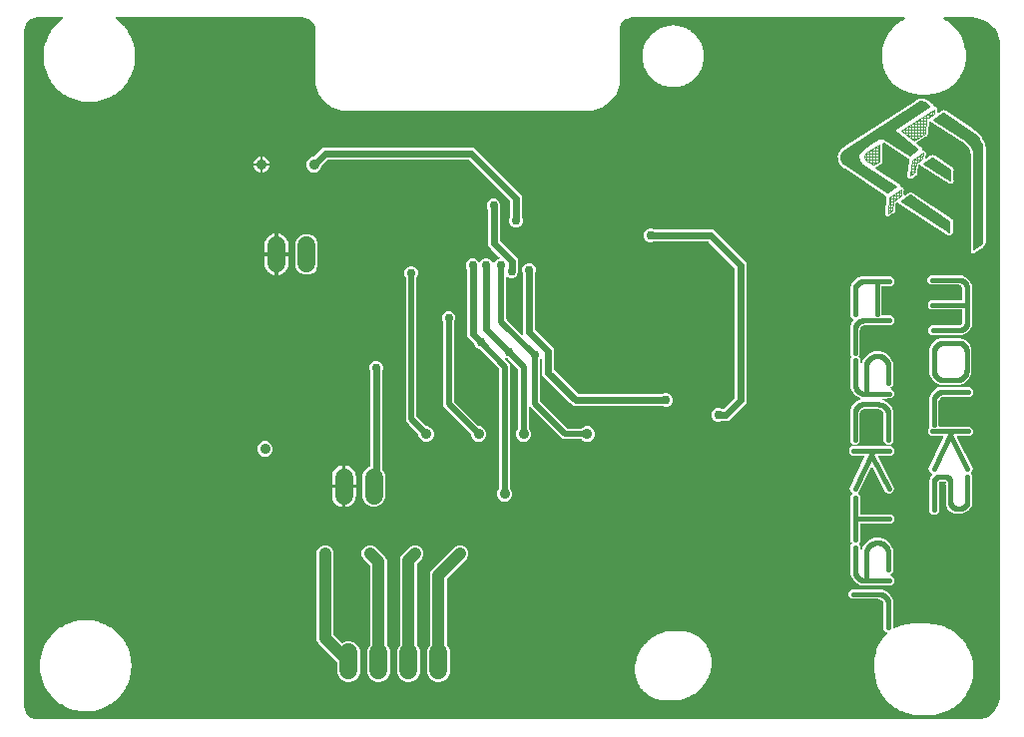
<source format=gbr>
G04 EAGLE Gerber RS-274X export*
G75*
%MOMM*%
%FSLAX34Y34*%
%LPD*%
%INBottom Copper*%
%IPPOS*%
%AMOC8*
5,1,8,0,0,1.08239X$1,22.5*%
G01*
%ADD10C,1.524000*%
%ADD11C,0.889000*%
%ADD12C,0.076200*%
%ADD13C,0.406400*%
%ADD14C,0.756400*%
%ADD15C,0.508000*%
%ADD16C,0.609600*%
%ADD17C,1.016000*%

G36*
X923944Y90936D02*
X923944Y90936D01*
X923975Y90934D01*
X926511Y91101D01*
X926534Y91106D01*
X926658Y91125D01*
X931558Y92438D01*
X931572Y92444D01*
X931588Y92446D01*
X931742Y92514D01*
X936134Y95050D01*
X936147Y95060D01*
X936161Y95066D01*
X936292Y95171D01*
X939879Y98758D01*
X939888Y98771D01*
X939901Y98780D01*
X939961Y98862D01*
X939976Y98878D01*
X939982Y98891D01*
X940000Y98916D01*
X942536Y103308D01*
X942542Y103323D01*
X942551Y103336D01*
X942612Y103492D01*
X943925Y108392D01*
X943927Y108416D01*
X943949Y108539D01*
X944116Y111075D01*
X944114Y111094D01*
X944117Y111125D01*
X944117Y663575D01*
X944114Y663594D01*
X944116Y663625D01*
X943922Y666575D01*
X943917Y666599D01*
X943898Y666723D01*
X942371Y672423D01*
X942364Y672437D01*
X942362Y672453D01*
X942294Y672607D01*
X939344Y677717D01*
X939334Y677730D01*
X939328Y677744D01*
X939223Y677875D01*
X935050Y682048D01*
X935037Y682057D01*
X935027Y682069D01*
X934892Y682169D01*
X929782Y685119D01*
X929767Y685125D01*
X929754Y685135D01*
X929598Y685196D01*
X923898Y686723D01*
X923874Y686725D01*
X923750Y686747D01*
X920800Y686941D01*
X920781Y686939D01*
X920750Y686942D01*
X896500Y686942D01*
X896444Y686933D01*
X896387Y686934D01*
X896323Y686913D01*
X896257Y686903D01*
X896207Y686876D01*
X896153Y686858D01*
X896099Y686819D01*
X896040Y686787D01*
X896001Y686746D01*
X895955Y686712D01*
X895917Y686658D01*
X895871Y686609D01*
X895847Y686557D01*
X895814Y686511D01*
X895795Y686447D01*
X895767Y686386D01*
X895761Y686329D01*
X895745Y686275D01*
X895747Y686208D01*
X895740Y686142D01*
X895752Y686086D01*
X895754Y686029D01*
X895778Y685967D01*
X895792Y685901D01*
X895821Y685852D01*
X895842Y685799D01*
X895884Y685747D01*
X895918Y685690D01*
X895962Y685653D01*
X895998Y685609D01*
X896081Y685551D01*
X896105Y685530D01*
X896118Y685525D01*
X896135Y685513D01*
X898277Y684343D01*
X898312Y684331D01*
X898344Y684311D01*
X898428Y684290D01*
X898509Y684262D01*
X898520Y684262D01*
X898727Y684107D01*
X898756Y684092D01*
X898795Y684064D01*
X898803Y684057D01*
X898808Y684055D01*
X898818Y684048D01*
X899046Y683923D01*
X899052Y683911D01*
X899078Y683884D01*
X899098Y683852D01*
X899220Y683737D01*
X902397Y681359D01*
X902430Y681342D01*
X902458Y681318D01*
X902539Y681285D01*
X902615Y681245D01*
X902625Y681244D01*
X902808Y681061D01*
X902835Y681042D01*
X902890Y680990D01*
X903098Y680834D01*
X903103Y680821D01*
X903125Y680791D01*
X903139Y680756D01*
X903244Y680625D01*
X906050Y677819D01*
X906081Y677797D01*
X906105Y677769D01*
X906180Y677726D01*
X906250Y677675D01*
X906260Y677672D01*
X906415Y677465D01*
X906439Y677443D01*
X906486Y677383D01*
X906670Y677199D01*
X906672Y677185D01*
X906689Y677153D01*
X906699Y677117D01*
X906784Y676972D01*
X909162Y673795D01*
X909189Y673769D01*
X909210Y673738D01*
X909277Y673684D01*
X909340Y673625D01*
X909349Y673620D01*
X909473Y673393D01*
X909493Y673367D01*
X909532Y673302D01*
X909687Y673094D01*
X909688Y673080D01*
X909700Y673044D01*
X909705Y673007D01*
X909768Y672852D01*
X911670Y669369D01*
X911693Y669340D01*
X911709Y669306D01*
X911768Y669243D01*
X911822Y669175D01*
X911830Y669169D01*
X911920Y668927D01*
X911937Y668899D01*
X911965Y668828D01*
X912090Y668600D01*
X912088Y668586D01*
X912096Y668549D01*
X912095Y668512D01*
X912136Y668350D01*
X913523Y664631D01*
X913541Y664599D01*
X913552Y664563D01*
X913602Y664493D01*
X913645Y664418D01*
X913652Y664411D01*
X913707Y664158D01*
X913719Y664128D01*
X913738Y664054D01*
X913829Y663810D01*
X913825Y663797D01*
X913827Y663760D01*
X913821Y663723D01*
X913838Y663556D01*
X914682Y659678D01*
X914696Y659643D01*
X914701Y659606D01*
X914741Y659530D01*
X914772Y659449D01*
X914779Y659441D01*
X914798Y659183D01*
X914805Y659151D01*
X914813Y659076D01*
X914868Y658822D01*
X914863Y658809D01*
X914859Y658772D01*
X914848Y658736D01*
X914841Y658569D01*
X915125Y654610D01*
X915133Y654574D01*
X915133Y654537D01*
X915162Y654455D01*
X915182Y654371D01*
X915187Y654362D01*
X915169Y654104D01*
X915172Y654072D01*
X915169Y653996D01*
X915187Y653736D01*
X915180Y653724D01*
X915171Y653688D01*
X915155Y653655D01*
X915125Y653490D01*
X914874Y649983D01*
X914877Y649946D01*
X914872Y649909D01*
X914888Y649824D01*
X914896Y649738D01*
X914900Y649729D01*
X914845Y649476D01*
X914844Y649443D01*
X914830Y649368D01*
X914811Y649109D01*
X914802Y649098D01*
X914789Y649064D01*
X914768Y649033D01*
X914714Y648874D01*
X913967Y645438D01*
X913965Y645401D01*
X913955Y645365D01*
X913959Y645279D01*
X913954Y645193D01*
X913957Y645183D01*
X913867Y644941D01*
X913860Y644909D01*
X913836Y644836D01*
X913781Y644582D01*
X913770Y644573D01*
X913752Y644540D01*
X913727Y644513D01*
X913651Y644363D01*
X912423Y641069D01*
X912415Y641033D01*
X912400Y640999D01*
X912392Y640913D01*
X912375Y640828D01*
X912376Y640818D01*
X912252Y640591D01*
X912242Y640560D01*
X912207Y640492D01*
X912117Y640248D01*
X912105Y640241D01*
X912082Y640211D01*
X912053Y640187D01*
X911957Y640050D01*
X910272Y636964D01*
X910260Y636929D01*
X910240Y636898D01*
X910220Y636814D01*
X910191Y636732D01*
X910191Y636722D01*
X910036Y636515D01*
X910021Y636486D01*
X909977Y636423D01*
X909852Y636195D01*
X909840Y636189D01*
X909813Y636163D01*
X909781Y636144D01*
X909666Y636021D01*
X907560Y633207D01*
X907542Y633174D01*
X907518Y633146D01*
X907486Y633065D01*
X907446Y632989D01*
X907444Y632979D01*
X907262Y632796D01*
X907242Y632769D01*
X907190Y632714D01*
X907035Y632506D01*
X907021Y632502D01*
X906991Y632480D01*
X906957Y632465D01*
X906826Y632360D01*
X904340Y629874D01*
X904318Y629844D01*
X904290Y629819D01*
X904247Y629745D01*
X904196Y629675D01*
X904193Y629665D01*
X903986Y629510D01*
X903963Y629486D01*
X903904Y629438D01*
X903720Y629255D01*
X903706Y629252D01*
X903673Y629235D01*
X903637Y629225D01*
X903493Y629140D01*
X900679Y627034D01*
X900653Y627007D01*
X900621Y626986D01*
X900568Y626919D01*
X900508Y626856D01*
X900504Y626847D01*
X900276Y626723D01*
X900251Y626703D01*
X900185Y626664D01*
X899977Y626509D01*
X899963Y626508D01*
X899928Y626496D01*
X899891Y626491D01*
X899736Y626428D01*
X896650Y624743D01*
X896621Y624720D01*
X896587Y624704D01*
X896524Y624645D01*
X896456Y624592D01*
X896450Y624583D01*
X896208Y624493D01*
X896180Y624476D01*
X896109Y624448D01*
X895881Y624323D01*
X895867Y624325D01*
X895831Y624317D01*
X895793Y624318D01*
X895631Y624277D01*
X892337Y623049D01*
X892304Y623030D01*
X892269Y623019D01*
X892198Y622970D01*
X892123Y622927D01*
X892116Y622919D01*
X891864Y622864D01*
X891833Y622852D01*
X891759Y622833D01*
X891516Y622743D01*
X891502Y622746D01*
X891465Y622744D01*
X891428Y622750D01*
X891262Y622733D01*
X887826Y621986D01*
X887792Y621972D01*
X887755Y621966D01*
X887678Y621927D01*
X887598Y621895D01*
X887590Y621889D01*
X887332Y621870D01*
X887300Y621863D01*
X887224Y621855D01*
X886970Y621799D01*
X886957Y621805D01*
X886920Y621808D01*
X886885Y621820D01*
X886717Y621826D01*
X883271Y621580D01*
X883209Y621565D01*
X883144Y621560D01*
X883092Y621537D01*
X882705Y621537D01*
X882685Y621534D01*
X882650Y621535D01*
X882274Y621508D01*
X882248Y621519D01*
X882163Y621528D01*
X882131Y621536D01*
X882113Y621534D01*
X882082Y621537D01*
X876868Y621537D01*
X876805Y621527D01*
X876740Y621526D01*
X876686Y621508D01*
X876300Y621535D01*
X876280Y621533D01*
X876245Y621537D01*
X875868Y621537D01*
X875844Y621549D01*
X875760Y621565D01*
X875728Y621575D01*
X875709Y621574D01*
X875679Y621580D01*
X872233Y621826D01*
X872196Y621823D01*
X872159Y621828D01*
X872074Y621812D01*
X871988Y621804D01*
X871979Y621800D01*
X871726Y621855D01*
X871693Y621856D01*
X871618Y621870D01*
X871359Y621889D01*
X871348Y621898D01*
X871314Y621911D01*
X871283Y621932D01*
X871124Y621986D01*
X867688Y622733D01*
X867651Y622735D01*
X867616Y622745D01*
X867529Y622741D01*
X867443Y622746D01*
X867433Y622743D01*
X867191Y622833D01*
X867159Y622840D01*
X867086Y622864D01*
X866832Y622919D01*
X866823Y622930D01*
X866791Y622948D01*
X866763Y622973D01*
X866613Y623049D01*
X863319Y624277D01*
X863283Y624284D01*
X863249Y624300D01*
X863163Y624308D01*
X863078Y624325D01*
X863068Y624324D01*
X862841Y624448D01*
X862810Y624458D01*
X862742Y624493D01*
X862498Y624583D01*
X862491Y624595D01*
X862461Y624618D01*
X862437Y624647D01*
X862300Y624743D01*
X859214Y626428D01*
X859179Y626440D01*
X859148Y626460D01*
X859064Y626480D01*
X858982Y626509D01*
X858972Y626509D01*
X858765Y626664D01*
X858736Y626679D01*
X858674Y626723D01*
X858445Y626848D01*
X858439Y626860D01*
X858413Y626887D01*
X858394Y626919D01*
X858271Y627034D01*
X855457Y629140D01*
X855424Y629158D01*
X855396Y629182D01*
X855315Y629214D01*
X855239Y629254D01*
X855229Y629256D01*
X855046Y629438D01*
X855019Y629458D01*
X854964Y629510D01*
X854756Y629665D01*
X854751Y629679D01*
X854729Y629709D01*
X854715Y629743D01*
X854610Y629874D01*
X852124Y632360D01*
X852094Y632382D01*
X852069Y632410D01*
X851995Y632453D01*
X851925Y632504D01*
X851915Y632507D01*
X851760Y632714D01*
X851736Y632737D01*
X851688Y632796D01*
X851505Y632980D01*
X851502Y632994D01*
X851485Y633027D01*
X851475Y633063D01*
X851390Y633207D01*
X849284Y636021D01*
X849257Y636047D01*
X849236Y636079D01*
X849169Y636132D01*
X849106Y636192D01*
X849097Y636196D01*
X848973Y636424D01*
X848953Y636449D01*
X848914Y636515D01*
X848759Y636723D01*
X848758Y636737D01*
X848746Y636772D01*
X848741Y636809D01*
X848678Y636964D01*
X846993Y640050D01*
X846970Y640079D01*
X846954Y640113D01*
X846895Y640176D01*
X846842Y640244D01*
X846833Y640250D01*
X846743Y640492D01*
X846726Y640520D01*
X846698Y640591D01*
X846573Y640819D01*
X846575Y640833D01*
X846567Y640869D01*
X846568Y640907D01*
X846527Y641069D01*
X845299Y644363D01*
X845280Y644396D01*
X845269Y644431D01*
X845220Y644502D01*
X845177Y644577D01*
X845169Y644584D01*
X845114Y644836D01*
X845102Y644867D01*
X845083Y644941D01*
X844993Y645184D01*
X844996Y645198D01*
X844994Y645235D01*
X845000Y645272D01*
X844983Y645438D01*
X844236Y648874D01*
X844222Y648908D01*
X844216Y648945D01*
X844177Y649022D01*
X844145Y649102D01*
X844139Y649110D01*
X844120Y649368D01*
X844113Y649400D01*
X844105Y649476D01*
X844049Y649730D01*
X844055Y649743D01*
X844058Y649780D01*
X844070Y649815D01*
X844076Y649983D01*
X843825Y653490D01*
X843817Y653526D01*
X843817Y653563D01*
X843788Y653645D01*
X843768Y653729D01*
X843763Y653738D01*
X843781Y653996D01*
X843778Y654028D01*
X843781Y654104D01*
X843763Y654364D01*
X843770Y654376D01*
X843779Y654412D01*
X843795Y654445D01*
X843825Y654610D01*
X844109Y658569D01*
X844105Y658606D01*
X844110Y658643D01*
X844094Y658728D01*
X844086Y658814D01*
X844082Y658823D01*
X844137Y659076D01*
X844139Y659108D01*
X844152Y659183D01*
X844171Y659443D01*
X844180Y659454D01*
X844194Y659488D01*
X844215Y659519D01*
X844268Y659678D01*
X845112Y663556D01*
X845114Y663593D01*
X845124Y663629D01*
X845120Y663715D01*
X845124Y663802D01*
X845122Y663812D01*
X845212Y664054D01*
X845218Y664086D01*
X845243Y664158D01*
X845298Y664412D01*
X845308Y664422D01*
X845327Y664454D01*
X845352Y664482D01*
X845427Y664631D01*
X846814Y668350D01*
X846821Y668386D01*
X846837Y668420D01*
X846845Y668506D01*
X846862Y668591D01*
X846860Y668601D01*
X846985Y668828D01*
X846995Y668859D01*
X847030Y668927D01*
X847120Y669171D01*
X847132Y669178D01*
X847155Y669208D01*
X847184Y669232D01*
X847280Y669369D01*
X849182Y672852D01*
X849194Y672887D01*
X849214Y672919D01*
X849235Y673003D01*
X849263Y673084D01*
X849263Y673095D01*
X849418Y673302D01*
X849433Y673331D01*
X849477Y673393D01*
X849602Y673621D01*
X849614Y673627D01*
X849641Y673653D01*
X849673Y673673D01*
X849788Y673795D01*
X852166Y676972D01*
X852183Y677005D01*
X852207Y677033D01*
X852240Y677114D01*
X852280Y677190D01*
X852281Y677200D01*
X852464Y677383D01*
X852483Y677410D01*
X852535Y677465D01*
X852691Y677673D01*
X852704Y677678D01*
X852734Y677700D01*
X852769Y677714D01*
X852900Y677819D01*
X855706Y680625D01*
X855728Y680656D01*
X855756Y680680D01*
X855799Y680755D01*
X855850Y680825D01*
X855853Y680835D01*
X856060Y680990D01*
X856082Y681014D01*
X856142Y681061D01*
X856326Y681245D01*
X856340Y681247D01*
X856372Y681264D01*
X856408Y681274D01*
X856553Y681359D01*
X859730Y683737D01*
X859756Y683764D01*
X859787Y683785D01*
X859841Y683852D01*
X859900Y683915D01*
X859905Y683924D01*
X860132Y684048D01*
X860158Y684068D01*
X860223Y684107D01*
X860431Y684262D01*
X860445Y684263D01*
X860481Y684275D01*
X860518Y684280D01*
X860673Y684343D01*
X862815Y685513D01*
X862860Y685548D01*
X862910Y685575D01*
X862956Y685623D01*
X863009Y685664D01*
X863040Y685712D01*
X863079Y685753D01*
X863107Y685813D01*
X863144Y685869D01*
X863159Y685924D01*
X863183Y685976D01*
X863190Y686042D01*
X863208Y686107D01*
X863204Y686164D01*
X863210Y686220D01*
X863196Y686286D01*
X863192Y686352D01*
X863170Y686405D01*
X863158Y686461D01*
X863124Y686518D01*
X863098Y686580D01*
X863061Y686623D01*
X863032Y686672D01*
X862981Y686715D01*
X862937Y686766D01*
X862888Y686795D01*
X862845Y686832D01*
X862783Y686857D01*
X862725Y686891D01*
X862669Y686902D01*
X862617Y686924D01*
X862515Y686935D01*
X862485Y686941D01*
X862471Y686940D01*
X862450Y686942D01*
X631825Y686942D01*
X631803Y686939D01*
X631765Y686940D01*
X630216Y686818D01*
X630210Y686817D01*
X630204Y686817D01*
X630040Y686783D01*
X627093Y685825D01*
X627061Y685809D01*
X627026Y685800D01*
X626880Y685717D01*
X624373Y683895D01*
X624348Y683870D01*
X624317Y683851D01*
X624205Y683727D01*
X622383Y681220D01*
X622367Y681188D01*
X622344Y681160D01*
X622275Y681007D01*
X621317Y678060D01*
X621316Y678054D01*
X621314Y678049D01*
X621282Y677884D01*
X621160Y676335D01*
X621162Y676313D01*
X621158Y676275D01*
X621158Y630655D01*
X618472Y622390D01*
X613365Y615360D01*
X606335Y610253D01*
X598070Y607567D01*
X386180Y607567D01*
X377915Y610253D01*
X370885Y615360D01*
X365778Y622390D01*
X363092Y630655D01*
X363092Y676275D01*
X363089Y676297D01*
X363090Y676335D01*
X362968Y677884D01*
X362967Y677890D01*
X362967Y677896D01*
X362933Y678060D01*
X361975Y681007D01*
X361959Y681039D01*
X361950Y681074D01*
X361867Y681220D01*
X360045Y683727D01*
X360020Y683752D01*
X360001Y683783D01*
X359877Y683895D01*
X357370Y685717D01*
X357338Y685733D01*
X357310Y685756D01*
X357158Y685825D01*
X354210Y686783D01*
X354204Y686784D01*
X354199Y686786D01*
X354034Y686818D01*
X352485Y686940D01*
X352463Y686938D01*
X352425Y686942D01*
X194486Y686942D01*
X194483Y686942D01*
X194481Y686942D01*
X194361Y686922D01*
X194243Y686903D01*
X194241Y686901D01*
X194238Y686901D01*
X194129Y686842D01*
X194025Y686787D01*
X194024Y686786D01*
X194021Y686784D01*
X193937Y686694D01*
X193856Y686609D01*
X193855Y686607D01*
X193853Y686605D01*
X193803Y686495D01*
X193752Y686386D01*
X193752Y686384D01*
X193751Y686381D01*
X193738Y686260D01*
X193725Y686142D01*
X193726Y686139D01*
X193726Y686137D01*
X193752Y686019D01*
X193778Y685901D01*
X193779Y685899D01*
X193779Y685897D01*
X193842Y685793D01*
X193904Y685690D01*
X193906Y685688D01*
X193907Y685686D01*
X194029Y685572D01*
X196451Y683759D01*
X196484Y683741D01*
X196513Y683717D01*
X196593Y683685D01*
X196669Y683645D01*
X196680Y683643D01*
X196862Y683461D01*
X196889Y683441D01*
X196944Y683389D01*
X197153Y683234D01*
X197157Y683220D01*
X197179Y683190D01*
X197193Y683156D01*
X197298Y683025D01*
X200425Y679898D01*
X200455Y679876D01*
X200480Y679848D01*
X200554Y679805D01*
X200624Y679755D01*
X200634Y679752D01*
X200789Y679544D01*
X200813Y679522D01*
X200861Y679462D01*
X201044Y679279D01*
X201047Y679265D01*
X201064Y679232D01*
X201074Y679196D01*
X201159Y679051D01*
X203808Y675512D01*
X203835Y675486D01*
X203856Y675454D01*
X203923Y675401D01*
X203986Y675341D01*
X203995Y675337D01*
X204119Y675110D01*
X204139Y675084D01*
X204178Y675018D01*
X204333Y674810D01*
X204334Y674796D01*
X204346Y674761D01*
X204351Y674724D01*
X204414Y674569D01*
X206533Y670688D01*
X206556Y670659D01*
X206572Y670625D01*
X206631Y670562D01*
X206685Y670494D01*
X206693Y670488D01*
X206784Y670246D01*
X206800Y670218D01*
X206829Y670147D01*
X206953Y669919D01*
X206951Y669905D01*
X206959Y669868D01*
X206958Y669831D01*
X206999Y669669D01*
X208544Y665526D01*
X208563Y665493D01*
X208573Y665458D01*
X208623Y665387D01*
X208666Y665312D01*
X208674Y665305D01*
X208729Y665053D01*
X208741Y665022D01*
X208759Y664948D01*
X208850Y664705D01*
X208847Y664691D01*
X208849Y664654D01*
X208842Y664617D01*
X208860Y664451D01*
X209800Y660130D01*
X209813Y660095D01*
X209819Y660058D01*
X209858Y659982D01*
X209890Y659901D01*
X209897Y659893D01*
X209915Y659635D01*
X209923Y659603D01*
X209931Y659528D01*
X209986Y659274D01*
X209980Y659261D01*
X209977Y659224D01*
X209966Y659188D01*
X209959Y659021D01*
X210275Y654610D01*
X210283Y654574D01*
X210283Y654537D01*
X210312Y654455D01*
X210332Y654371D01*
X210337Y654362D01*
X210319Y654104D01*
X210322Y654072D01*
X210319Y653996D01*
X210337Y653736D01*
X210330Y653724D01*
X210321Y653688D01*
X210305Y653655D01*
X210275Y653490D01*
X209959Y649079D01*
X209963Y649042D01*
X209957Y649005D01*
X209974Y648920D01*
X209981Y648834D01*
X209986Y648825D01*
X209931Y648572D01*
X209929Y648540D01*
X209915Y648465D01*
X209897Y648206D01*
X209888Y648195D01*
X209874Y648160D01*
X209853Y648129D01*
X209800Y647970D01*
X208860Y643649D01*
X208858Y643612D01*
X208848Y643576D01*
X208852Y643490D01*
X208847Y643404D01*
X208850Y643394D01*
X208759Y643152D01*
X208753Y643120D01*
X208729Y643047D01*
X208674Y642793D01*
X208663Y642784D01*
X208645Y642752D01*
X208620Y642724D01*
X208544Y642574D01*
X206999Y638431D01*
X206992Y638395D01*
X206976Y638361D01*
X206968Y638275D01*
X206951Y638190D01*
X206953Y638180D01*
X206829Y637953D01*
X206818Y637922D01*
X206784Y637854D01*
X206693Y637611D01*
X206681Y637603D01*
X206658Y637573D01*
X206629Y637549D01*
X206533Y637412D01*
X204414Y633531D01*
X204402Y633496D01*
X204382Y633465D01*
X204361Y633381D01*
X204333Y633299D01*
X204333Y633289D01*
X204178Y633082D01*
X204163Y633053D01*
X204119Y632990D01*
X203994Y632762D01*
X203982Y632756D01*
X203955Y632730D01*
X203923Y632711D01*
X203808Y632588D01*
X201159Y629049D01*
X201141Y629016D01*
X201117Y628987D01*
X201085Y628907D01*
X201045Y628831D01*
X201043Y628820D01*
X200861Y628638D01*
X200841Y628611D01*
X200789Y628555D01*
X200634Y628347D01*
X200620Y628343D01*
X200590Y628321D01*
X200556Y628307D01*
X200425Y628202D01*
X197298Y625075D01*
X197276Y625045D01*
X197248Y625020D01*
X197205Y624946D01*
X197155Y624876D01*
X197152Y624866D01*
X196945Y624711D01*
X196922Y624687D01*
X196862Y624639D01*
X196679Y624456D01*
X196665Y624453D01*
X196632Y624436D01*
X196596Y624426D01*
X196451Y624341D01*
X192912Y621692D01*
X192886Y621665D01*
X192854Y621644D01*
X192801Y621577D01*
X192741Y621514D01*
X192737Y621505D01*
X192510Y621381D01*
X192484Y621361D01*
X192418Y621322D01*
X192210Y621167D01*
X192196Y621166D01*
X192161Y621154D01*
X192124Y621149D01*
X191969Y621086D01*
X188088Y618967D01*
X188059Y618944D01*
X188025Y618928D01*
X187962Y618869D01*
X187894Y618815D01*
X187888Y618807D01*
X187646Y618716D01*
X187618Y618700D01*
X187547Y618671D01*
X187319Y618547D01*
X187305Y618549D01*
X187268Y618541D01*
X187231Y618542D01*
X187069Y618501D01*
X182926Y616956D01*
X182893Y616937D01*
X182858Y616927D01*
X182787Y616877D01*
X182712Y616834D01*
X182705Y616826D01*
X182453Y616771D01*
X182422Y616759D01*
X182348Y616741D01*
X182105Y616650D01*
X182091Y616653D01*
X182054Y616651D01*
X182017Y616658D01*
X181851Y616640D01*
X177530Y615700D01*
X177495Y615687D01*
X177458Y615681D01*
X177382Y615642D01*
X177301Y615610D01*
X177293Y615603D01*
X177035Y615585D01*
X177003Y615577D01*
X176928Y615569D01*
X176674Y615514D01*
X176661Y615520D01*
X176624Y615523D01*
X176588Y615534D01*
X176421Y615541D01*
X172010Y615225D01*
X171974Y615217D01*
X171937Y615217D01*
X171855Y615188D01*
X171771Y615168D01*
X171762Y615163D01*
X171504Y615181D01*
X171472Y615178D01*
X171396Y615181D01*
X171136Y615163D01*
X171124Y615170D01*
X171088Y615179D01*
X171055Y615195D01*
X170890Y615225D01*
X166479Y615541D01*
X166442Y615537D01*
X166405Y615543D01*
X166320Y615526D01*
X166234Y615519D01*
X166225Y615514D01*
X165972Y615569D01*
X165940Y615571D01*
X165865Y615585D01*
X165605Y615603D01*
X165595Y615612D01*
X165560Y615626D01*
X165529Y615647D01*
X165370Y615700D01*
X163180Y616177D01*
X161049Y616640D01*
X161012Y616642D01*
X160976Y616652D01*
X160890Y616648D01*
X160804Y616653D01*
X160794Y616650D01*
X160552Y616741D01*
X160520Y616747D01*
X160447Y616771D01*
X160193Y616826D01*
X160184Y616837D01*
X160152Y616855D01*
X160124Y616880D01*
X159974Y616956D01*
X155831Y618501D01*
X155795Y618508D01*
X155761Y618524D01*
X155675Y618532D01*
X155590Y618549D01*
X155580Y618547D01*
X155353Y618671D01*
X155322Y618682D01*
X155254Y618716D01*
X155011Y618807D01*
X155003Y618819D01*
X154973Y618842D01*
X154949Y618871D01*
X154812Y618967D01*
X150931Y621086D01*
X150896Y621098D01*
X150865Y621118D01*
X150781Y621139D01*
X150699Y621167D01*
X150689Y621167D01*
X150482Y621322D01*
X150453Y621337D01*
X150390Y621381D01*
X150162Y621506D01*
X150156Y621518D01*
X150130Y621545D01*
X150111Y621577D01*
X149988Y621692D01*
X146449Y624341D01*
X146416Y624359D01*
X146387Y624383D01*
X146307Y624415D01*
X146231Y624455D01*
X146220Y624457D01*
X146038Y624639D01*
X146011Y624659D01*
X145956Y624711D01*
X145747Y624866D01*
X145743Y624880D01*
X145721Y624910D01*
X145707Y624944D01*
X145602Y625075D01*
X142475Y628202D01*
X142445Y628224D01*
X142420Y628252D01*
X142346Y628295D01*
X142276Y628345D01*
X142266Y628348D01*
X142111Y628555D01*
X142087Y628578D01*
X142039Y628638D01*
X141856Y628821D01*
X141853Y628835D01*
X141836Y628868D01*
X141826Y628904D01*
X141741Y629049D01*
X139092Y632588D01*
X139065Y632614D01*
X139044Y632646D01*
X138977Y632699D01*
X138914Y632759D01*
X138905Y632763D01*
X138781Y632990D01*
X138761Y633016D01*
X138722Y633082D01*
X138567Y633290D01*
X138566Y633304D01*
X138554Y633339D01*
X138549Y633376D01*
X138486Y633531D01*
X136367Y637412D01*
X136344Y637441D01*
X136328Y637475D01*
X136269Y637538D01*
X136215Y637606D01*
X136207Y637612D01*
X136116Y637854D01*
X136100Y637882D01*
X136071Y637953D01*
X135947Y638181D01*
X135949Y638195D01*
X135941Y638232D01*
X135942Y638269D01*
X135901Y638431D01*
X134356Y642574D01*
X134337Y642607D01*
X134327Y642642D01*
X134277Y642713D01*
X134234Y642788D01*
X134226Y642795D01*
X134171Y643047D01*
X134159Y643078D01*
X134141Y643152D01*
X134050Y643395D01*
X134053Y643409D01*
X134051Y643446D01*
X134058Y643483D01*
X134040Y643649D01*
X133100Y647970D01*
X133087Y648005D01*
X133081Y648042D01*
X133042Y648118D01*
X133010Y648199D01*
X133003Y648207D01*
X132985Y648465D01*
X132977Y648497D01*
X132969Y648572D01*
X132914Y648826D01*
X132920Y648839D01*
X132923Y648876D01*
X132934Y648912D01*
X132941Y649079D01*
X132625Y653490D01*
X132617Y653526D01*
X132617Y653563D01*
X132588Y653645D01*
X132568Y653729D01*
X132563Y653738D01*
X132581Y653996D01*
X132578Y654028D01*
X132581Y654104D01*
X132563Y654364D01*
X132570Y654376D01*
X132579Y654412D01*
X132595Y654445D01*
X132625Y654610D01*
X132941Y659021D01*
X132937Y659058D01*
X132943Y659095D01*
X132926Y659180D01*
X132919Y659266D01*
X132914Y659275D01*
X132969Y659528D01*
X132971Y659560D01*
X132985Y659635D01*
X133003Y659895D01*
X133012Y659905D01*
X133026Y659940D01*
X133047Y659971D01*
X133100Y660130D01*
X134040Y664451D01*
X134042Y664488D01*
X134052Y664524D01*
X134048Y664610D01*
X134053Y664696D01*
X134050Y664706D01*
X134141Y664948D01*
X134147Y664980D01*
X134171Y665053D01*
X134226Y665307D01*
X134237Y665316D01*
X134255Y665348D01*
X134280Y665376D01*
X134356Y665526D01*
X135901Y669669D01*
X135908Y669705D01*
X135924Y669739D01*
X135932Y669825D01*
X135949Y669910D01*
X135947Y669920D01*
X136071Y670147D01*
X136082Y670178D01*
X136116Y670246D01*
X136207Y670489D01*
X136219Y670497D01*
X136242Y670527D01*
X136271Y670551D01*
X136367Y670688D01*
X138486Y674569D01*
X138498Y674604D01*
X138518Y674635D01*
X138539Y674719D01*
X138567Y674801D01*
X138567Y674811D01*
X138722Y675018D01*
X138737Y675047D01*
X138781Y675110D01*
X138906Y675338D01*
X138918Y675344D01*
X138945Y675370D01*
X138977Y675389D01*
X139092Y675512D01*
X141741Y679051D01*
X141759Y679084D01*
X141783Y679113D01*
X141815Y679193D01*
X141855Y679269D01*
X141857Y679280D01*
X142039Y679462D01*
X142059Y679489D01*
X142111Y679544D01*
X142266Y679753D01*
X142280Y679757D01*
X142310Y679779D01*
X142344Y679793D01*
X142475Y679898D01*
X145602Y683025D01*
X145624Y683055D01*
X145652Y683080D01*
X145695Y683154D01*
X145745Y683224D01*
X145748Y683234D01*
X145955Y683389D01*
X145978Y683413D01*
X146038Y683461D01*
X146221Y683644D01*
X146235Y683647D01*
X146268Y683664D01*
X146304Y683674D01*
X146449Y683759D01*
X148871Y685572D01*
X148872Y685573D01*
X148875Y685575D01*
X148958Y685662D01*
X149041Y685749D01*
X149042Y685751D01*
X149044Y685753D01*
X149095Y685862D01*
X149146Y685971D01*
X149147Y685974D01*
X149148Y685976D01*
X149161Y686095D01*
X149175Y686216D01*
X149174Y686218D01*
X149175Y686220D01*
X149149Y686339D01*
X149124Y686456D01*
X149123Y686458D01*
X149122Y686461D01*
X149061Y686564D01*
X148999Y686668D01*
X148998Y686670D01*
X148996Y686672D01*
X148904Y686751D01*
X148814Y686829D01*
X148811Y686830D01*
X148809Y686832D01*
X148696Y686878D01*
X148586Y686923D01*
X148584Y686923D01*
X148581Y686924D01*
X148414Y686942D01*
X127000Y686942D01*
X126978Y686939D01*
X126940Y686940D01*
X125391Y686818D01*
X125385Y686817D01*
X125379Y686817D01*
X125215Y686783D01*
X122268Y685825D01*
X122236Y685809D01*
X122201Y685800D01*
X122055Y685717D01*
X119548Y683895D01*
X119523Y683870D01*
X119492Y683851D01*
X119380Y683727D01*
X117558Y681220D01*
X117542Y681188D01*
X117519Y681160D01*
X117450Y681007D01*
X116492Y678060D01*
X116491Y678054D01*
X116489Y678049D01*
X116457Y677884D01*
X116335Y676335D01*
X116337Y676313D01*
X116333Y676275D01*
X116333Y101600D01*
X116336Y101578D01*
X116336Y101562D01*
X116335Y101551D01*
X116335Y101547D01*
X116335Y101540D01*
X116457Y99991D01*
X116458Y99985D01*
X116458Y99979D01*
X116492Y99815D01*
X117450Y96868D01*
X117466Y96836D01*
X117475Y96801D01*
X117558Y96655D01*
X119380Y94148D01*
X119405Y94123D01*
X119424Y94092D01*
X119548Y93980D01*
X122055Y92158D01*
X122087Y92142D01*
X122115Y92119D01*
X122268Y92050D01*
X125215Y91092D01*
X125221Y91091D01*
X125226Y91089D01*
X125391Y91057D01*
X126940Y90935D01*
X126962Y90937D01*
X127000Y90933D01*
X923925Y90933D01*
X923944Y90936D01*
G37*
%LPC*%
G36*
X522587Y276097D02*
X522587Y276097D01*
X520206Y277083D01*
X518383Y278906D01*
X517397Y281287D01*
X517397Y283863D01*
X518383Y286244D01*
X519079Y286940D01*
X519132Y287014D01*
X519192Y287084D01*
X519204Y287114D01*
X519223Y287140D01*
X519250Y287227D01*
X519284Y287312D01*
X519288Y287353D01*
X519295Y287375D01*
X519294Y287407D01*
X519302Y287478D01*
X519302Y388316D01*
X519288Y388406D01*
X519280Y388497D01*
X519268Y388526D01*
X519263Y388558D01*
X519220Y388639D01*
X519184Y388723D01*
X519158Y388755D01*
X519147Y388776D01*
X519124Y388798D01*
X519079Y388854D01*
X502745Y405188D01*
X502671Y405241D01*
X502601Y405301D01*
X502571Y405313D01*
X502545Y405332D01*
X502458Y405359D01*
X502373Y405393D01*
X502332Y405397D01*
X502310Y405404D01*
X502290Y405404D01*
X500134Y406297D01*
X498499Y407932D01*
X497613Y410069D01*
X497613Y410259D01*
X497599Y410349D01*
X497591Y410440D01*
X497579Y410469D01*
X497574Y410501D01*
X497531Y410582D01*
X497495Y410666D01*
X497469Y410698D01*
X497458Y410719D01*
X497435Y410741D01*
X497390Y410797D01*
X495393Y412794D01*
X495319Y412847D01*
X495249Y412907D01*
X495219Y412919D01*
X495193Y412938D01*
X495106Y412965D01*
X495021Y412999D01*
X494980Y413003D01*
X494958Y413010D01*
X494926Y413009D01*
X494855Y413017D01*
X494451Y413017D01*
X491475Y415993D01*
X491475Y473170D01*
X491465Y473235D01*
X491464Y473300D01*
X491441Y473380D01*
X491436Y473413D01*
X491426Y473430D01*
X491417Y473461D01*
X490741Y475093D01*
X490741Y477407D01*
X491627Y479544D01*
X493262Y481179D01*
X495399Y482065D01*
X497713Y482065D01*
X499850Y481179D01*
X501485Y479544D01*
X501575Y479328D01*
X501612Y479268D01*
X501642Y479202D01*
X501677Y479164D01*
X501704Y479119D01*
X501759Y479074D01*
X501808Y479021D01*
X501854Y478996D01*
X501894Y478963D01*
X501961Y478937D01*
X502024Y478902D01*
X502075Y478893D01*
X502123Y478874D01*
X502195Y478871D01*
X502266Y478859D01*
X502317Y478866D01*
X502369Y478864D01*
X502438Y478884D01*
X502509Y478894D01*
X502555Y478918D01*
X502605Y478932D01*
X502664Y478973D01*
X502728Y479006D01*
X502765Y479043D01*
X502807Y479073D01*
X502850Y479130D01*
X502900Y479181D01*
X502935Y479244D01*
X502954Y479270D01*
X502961Y479292D01*
X502981Y479328D01*
X503071Y479544D01*
X504706Y481179D01*
X506843Y482065D01*
X509157Y482065D01*
X511294Y481179D01*
X512929Y479544D01*
X513647Y477812D01*
X513685Y477751D01*
X513714Y477686D01*
X513749Y477648D01*
X513776Y477603D01*
X513832Y477557D01*
X513880Y477505D01*
X513926Y477480D01*
X513966Y477446D01*
X514033Y477421D01*
X514096Y477386D01*
X514147Y477377D01*
X514195Y477358D01*
X514267Y477355D01*
X514338Y477342D01*
X514389Y477350D01*
X514441Y477348D01*
X514510Y477368D01*
X514581Y477378D01*
X514627Y477402D01*
X514677Y477416D01*
X514736Y477457D01*
X514800Y477490D01*
X514837Y477527D01*
X514879Y477557D01*
X514922Y477614D01*
X514972Y477665D01*
X515007Y477728D01*
X515026Y477754D01*
X515033Y477776D01*
X515053Y477812D01*
X515771Y479544D01*
X517406Y481179D01*
X519097Y481880D01*
X519136Y481904D01*
X519179Y481920D01*
X519239Y481968D01*
X519306Y482009D01*
X519335Y482045D01*
X519371Y482073D01*
X519413Y482139D01*
X519462Y482199D01*
X519479Y482242D01*
X519504Y482280D01*
X519523Y482356D01*
X519551Y482428D01*
X519553Y482474D01*
X519564Y482519D01*
X519558Y482596D01*
X519561Y482674D01*
X519548Y482718D01*
X519545Y482764D01*
X519514Y482835D01*
X519493Y482910D01*
X519466Y482948D01*
X519448Y482990D01*
X519363Y483097D01*
X519352Y483112D01*
X519348Y483115D01*
X519344Y483121D01*
X512468Y489996D01*
X509269Y493195D01*
X509269Y523970D01*
X509259Y524035D01*
X509258Y524100D01*
X509235Y524180D01*
X509230Y524213D01*
X509220Y524230D01*
X509211Y524261D01*
X508535Y525893D01*
X508535Y528207D01*
X509421Y530344D01*
X511056Y531979D01*
X513193Y532865D01*
X515507Y532865D01*
X517644Y531979D01*
X519279Y530344D01*
X520165Y528207D01*
X520165Y525893D01*
X519489Y524261D01*
X519474Y524197D01*
X519449Y524137D01*
X519440Y524054D01*
X519433Y524022D01*
X519434Y524002D01*
X519431Y523970D01*
X519431Y497720D01*
X519445Y497630D01*
X519453Y497539D01*
X519465Y497509D01*
X519470Y497477D01*
X519513Y497396D01*
X519549Y497313D01*
X519575Y497280D01*
X519586Y497260D01*
X519609Y497238D01*
X519654Y497182D01*
X534671Y482165D01*
X534671Y474758D01*
X534681Y474693D01*
X534682Y474628D01*
X534705Y474548D01*
X534710Y474515D01*
X534720Y474498D01*
X534729Y474467D01*
X535405Y472835D01*
X535405Y470521D01*
X534519Y468384D01*
X532884Y466749D01*
X530747Y465863D01*
X528433Y465863D01*
X526325Y466736D01*
X526281Y466747D01*
X526239Y466766D01*
X526162Y466775D01*
X526086Y466793D01*
X526040Y466788D01*
X525995Y466793D01*
X525918Y466777D01*
X525841Y466770D01*
X525799Y466751D01*
X525754Y466741D01*
X525687Y466701D01*
X525616Y466670D01*
X525582Y466638D01*
X525543Y466615D01*
X525492Y466556D01*
X525435Y466503D01*
X525413Y466463D01*
X525383Y466428D01*
X525354Y466356D01*
X525317Y466288D01*
X525308Y466242D01*
X525291Y466200D01*
X525276Y466064D01*
X525273Y466046D01*
X525274Y466041D01*
X525273Y466033D01*
X525273Y430834D01*
X525287Y430744D01*
X525295Y430653D01*
X525307Y430624D01*
X525312Y430592D01*
X525355Y430511D01*
X525391Y430427D01*
X525417Y430395D01*
X525428Y430374D01*
X525451Y430352D01*
X525496Y430296D01*
X538196Y417596D01*
X538254Y417554D01*
X538306Y417505D01*
X538353Y417483D01*
X538395Y417453D01*
X538464Y417431D01*
X538529Y417401D01*
X538581Y417395D01*
X538631Y417380D01*
X538702Y417382D01*
X538773Y417374D01*
X538824Y417385D01*
X538876Y417387D01*
X538944Y417411D01*
X539014Y417426D01*
X539059Y417453D01*
X539107Y417471D01*
X539163Y417516D01*
X539225Y417553D01*
X539259Y417592D01*
X539299Y417625D01*
X539338Y417685D01*
X539385Y417739D01*
X539404Y417788D01*
X539432Y417832D01*
X539450Y417901D01*
X539477Y417968D01*
X539485Y418039D01*
X539493Y418070D01*
X539491Y418093D01*
X539495Y418134D01*
X539495Y469360D01*
X539485Y469425D01*
X539484Y469490D01*
X539461Y469570D01*
X539456Y469603D01*
X539446Y469620D01*
X539437Y469651D01*
X538761Y471283D01*
X538761Y473597D01*
X539647Y475734D01*
X541282Y477369D01*
X543419Y478255D01*
X545733Y478255D01*
X547870Y477369D01*
X549505Y475734D01*
X550391Y473597D01*
X550391Y471283D01*
X549715Y469651D01*
X549700Y469587D01*
X549675Y469527D01*
X549666Y469444D01*
X549659Y469412D01*
X549660Y469392D01*
X549657Y469360D01*
X549657Y422158D01*
X549671Y422068D01*
X549679Y421977D01*
X549691Y421947D01*
X549696Y421915D01*
X549739Y421835D01*
X549775Y421751D01*
X549801Y421719D01*
X549812Y421698D01*
X549835Y421676D01*
X549880Y421620D01*
X565885Y405615D01*
X565885Y387766D01*
X565899Y387676D01*
X565907Y387585D01*
X565919Y387555D01*
X565924Y387523D01*
X565967Y387442D01*
X566003Y387358D01*
X566029Y387326D01*
X566040Y387306D01*
X566063Y387283D01*
X566108Y387228D01*
X586082Y367254D01*
X586155Y367201D01*
X586225Y367141D01*
X586255Y367129D01*
X586281Y367110D01*
X586368Y367083D01*
X586453Y367049D01*
X586494Y367045D01*
X586516Y367038D01*
X586549Y367039D01*
X586620Y367031D01*
X657320Y367031D01*
X657385Y367041D01*
X657450Y367042D01*
X657530Y367065D01*
X657563Y367070D01*
X657580Y367080D01*
X657611Y367089D01*
X659243Y367765D01*
X661557Y367765D01*
X663694Y366879D01*
X665329Y365244D01*
X666215Y363107D01*
X666215Y360793D01*
X665329Y358656D01*
X663694Y357021D01*
X661557Y356135D01*
X659243Y356135D01*
X657611Y356811D01*
X657547Y356826D01*
X657487Y356851D01*
X657404Y356860D01*
X657372Y356867D01*
X657352Y356866D01*
X657320Y356869D01*
X582095Y356869D01*
X578896Y360068D01*
X558922Y380042D01*
X555723Y383241D01*
X555723Y396596D01*
X555708Y396692D01*
X555698Y396789D01*
X555688Y396813D01*
X555684Y396839D01*
X555638Y396925D01*
X555598Y397014D01*
X555581Y397033D01*
X555568Y397056D01*
X555498Y397123D01*
X555432Y397195D01*
X555409Y397207D01*
X555390Y397225D01*
X555302Y397266D01*
X555216Y397313D01*
X555191Y397318D01*
X555167Y397329D01*
X555070Y397340D01*
X554974Y397357D01*
X554948Y397353D01*
X554923Y397356D01*
X554827Y397335D01*
X554731Y397321D01*
X554708Y397309D01*
X554682Y397304D01*
X554598Y397254D01*
X554512Y397210D01*
X554493Y397191D01*
X554471Y397178D01*
X554408Y397104D01*
X554340Y397034D01*
X554324Y397006D01*
X554311Y396991D01*
X554299Y396960D01*
X554259Y396887D01*
X554204Y396756D01*
X554071Y396622D01*
X554018Y396548D01*
X553958Y396479D01*
X553946Y396449D01*
X553927Y396423D01*
X553900Y396336D01*
X553866Y396251D01*
X553862Y396210D01*
X553855Y396188D01*
X553856Y396155D01*
X553848Y396084D01*
X553848Y360984D01*
X553862Y360894D01*
X553870Y360803D01*
X553882Y360774D01*
X553887Y360742D01*
X553930Y360661D01*
X553966Y360577D01*
X553992Y360545D01*
X554003Y360524D01*
X554026Y360502D01*
X554071Y360446D01*
X576346Y338171D01*
X576420Y338118D01*
X576490Y338058D01*
X576520Y338046D01*
X576546Y338027D01*
X576633Y338000D01*
X576718Y337966D01*
X576759Y337962D01*
X576781Y337955D01*
X576813Y337956D01*
X576884Y337948D01*
X588822Y337948D01*
X588912Y337962D01*
X589003Y337970D01*
X589032Y337982D01*
X589064Y337987D01*
X589145Y338030D01*
X589229Y338066D01*
X589261Y338092D01*
X589282Y338103D01*
X589304Y338126D01*
X589360Y338171D01*
X590056Y338867D01*
X592437Y339853D01*
X595013Y339853D01*
X597394Y338867D01*
X599217Y337044D01*
X600203Y334663D01*
X600203Y332087D01*
X599217Y329706D01*
X597394Y327883D01*
X595013Y326897D01*
X592437Y326897D01*
X590056Y327883D01*
X589360Y328579D01*
X589286Y328632D01*
X589216Y328692D01*
X589186Y328704D01*
X589160Y328723D01*
X589073Y328750D01*
X588988Y328784D01*
X588947Y328788D01*
X588925Y328795D01*
X588893Y328794D01*
X588822Y328802D01*
X572781Y328802D01*
X545622Y355961D01*
X545564Y356003D01*
X545512Y356052D01*
X545465Y356074D01*
X545423Y356104D01*
X545354Y356126D01*
X545289Y356156D01*
X545237Y356162D01*
X545187Y356177D01*
X545116Y356175D01*
X545045Y356183D01*
X544994Y356172D01*
X544942Y356170D01*
X544874Y356146D01*
X544804Y356131D01*
X544759Y356104D01*
X544711Y356086D01*
X544655Y356041D01*
X544593Y356004D01*
X544559Y355965D01*
X544519Y355932D01*
X544480Y355872D01*
X544433Y355818D01*
X544414Y355769D01*
X544386Y355725D01*
X544368Y355656D01*
X544341Y355589D01*
X544333Y355518D01*
X544325Y355487D01*
X544327Y355464D01*
X544323Y355423D01*
X544323Y338278D01*
X544337Y338188D01*
X544345Y338097D01*
X544357Y338068D01*
X544362Y338036D01*
X544405Y337955D01*
X544441Y337871D01*
X544467Y337839D01*
X544478Y337818D01*
X544501Y337796D01*
X544546Y337740D01*
X545242Y337044D01*
X546228Y334663D01*
X546228Y332087D01*
X545242Y329706D01*
X543419Y327883D01*
X541038Y326897D01*
X538462Y326897D01*
X536081Y327883D01*
X534258Y329706D01*
X533272Y332087D01*
X533272Y334663D01*
X534258Y337044D01*
X534954Y337740D01*
X535007Y337814D01*
X535067Y337884D01*
X535079Y337914D01*
X535098Y337940D01*
X535125Y338027D01*
X535159Y338112D01*
X535163Y338153D01*
X535170Y338175D01*
X535169Y338207D01*
X535177Y338278D01*
X535177Y388316D01*
X535163Y388406D01*
X535155Y388497D01*
X535143Y388526D01*
X535138Y388558D01*
X535095Y388639D01*
X535059Y388723D01*
X535033Y388755D01*
X535022Y388776D01*
X534999Y388798D01*
X534954Y388854D01*
X526621Y397187D01*
X526547Y397240D01*
X526477Y397300D01*
X526447Y397312D01*
X526421Y397331D01*
X526334Y397358D01*
X526249Y397392D01*
X526208Y397396D01*
X526186Y397403D01*
X526154Y397402D01*
X526083Y397410D01*
X525893Y397410D01*
X525269Y397669D01*
X525204Y397684D01*
X525169Y397698D01*
X525142Y397701D01*
X525081Y397720D01*
X525055Y397719D01*
X525030Y397725D01*
X524933Y397716D01*
X524835Y397713D01*
X524811Y397704D01*
X524785Y397702D01*
X524696Y397662D01*
X524604Y397629D01*
X524584Y397613D01*
X524560Y397602D01*
X524488Y397536D01*
X524412Y397475D01*
X524398Y397453D01*
X524379Y397435D01*
X524332Y397350D01*
X524279Y397268D01*
X524273Y397243D01*
X524260Y397220D01*
X524243Y397124D01*
X524219Y397030D01*
X524221Y397004D01*
X524217Y396978D01*
X524231Y396881D01*
X524238Y396785D01*
X524249Y396760D01*
X524252Y396735D01*
X524278Y396684D01*
X524280Y396675D01*
X524296Y396649D01*
X524297Y396648D01*
X524335Y396558D01*
X524355Y396533D01*
X524364Y396515D01*
X524388Y396492D01*
X524396Y396482D01*
X524406Y396464D01*
X524418Y396455D01*
X524440Y396427D01*
X525546Y395321D01*
X528448Y392419D01*
X528448Y287478D01*
X528462Y287388D01*
X528470Y287297D01*
X528482Y287268D01*
X528487Y287236D01*
X528530Y287155D01*
X528566Y287071D01*
X528592Y287039D01*
X528603Y287018D01*
X528626Y286996D01*
X528671Y286940D01*
X529367Y286244D01*
X530353Y283863D01*
X530353Y281287D01*
X529367Y278906D01*
X527544Y277083D01*
X525163Y276097D01*
X522587Y276097D01*
G37*
%LPD*%
%LPC*%
G36*
X921337Y486774D02*
X921337Y486774D01*
X921322Y486774D01*
X921179Y486790D01*
X920512Y486790D01*
X920471Y486832D01*
X920461Y486839D01*
X920454Y486848D01*
X920361Y486910D01*
X920271Y486975D01*
X920260Y486979D01*
X920250Y486985D01*
X920090Y487038D01*
X920033Y487050D01*
X919670Y487609D01*
X919660Y487620D01*
X919570Y487733D01*
X919098Y488204D01*
X919098Y488263D01*
X919096Y488275D01*
X919098Y488286D01*
X919077Y488396D01*
X919059Y488506D01*
X919053Y488516D01*
X919051Y488528D01*
X918975Y488678D01*
X918943Y488727D01*
X919082Y489379D01*
X919082Y489394D01*
X919098Y489537D01*
X919098Y570812D01*
X919094Y570841D01*
X919093Y570898D01*
X918909Y572520D01*
X918900Y572552D01*
X918886Y572639D01*
X918467Y574141D01*
X918453Y574171D01*
X918425Y574255D01*
X917773Y575671D01*
X917755Y575698D01*
X917714Y575776D01*
X916845Y577071D01*
X916824Y577094D01*
X916819Y577101D01*
X916816Y577104D01*
X916770Y577166D01*
X915707Y578306D01*
X915681Y578327D01*
X915618Y578388D01*
X914287Y579423D01*
X914268Y579434D01*
X914238Y579459D01*
X886675Y597586D01*
X886616Y597612D01*
X886561Y597647D01*
X886481Y597672D01*
X886450Y597686D01*
X886431Y597688D01*
X886401Y597697D01*
X886037Y597767D01*
X885832Y598070D01*
X885787Y598118D01*
X885749Y598173D01*
X885686Y598225D01*
X885663Y598249D01*
X885646Y598258D01*
X885620Y598280D01*
X885314Y598481D01*
X885300Y598551D01*
X885300Y598552D01*
X885263Y598647D01*
X885212Y598781D01*
X885211Y598782D01*
X885136Y598873D01*
X885055Y598971D01*
X885054Y598971D01*
X884952Y599035D01*
X884846Y599101D01*
X884845Y599101D01*
X884738Y599126D01*
X884607Y599157D01*
X884606Y599157D01*
X884487Y599146D01*
X884362Y599134D01*
X884361Y599134D01*
X884250Y599084D01*
X884137Y599034D01*
X884136Y599034D01*
X884047Y598952D01*
X883956Y598868D01*
X883955Y598867D01*
X883897Y598761D01*
X883837Y598653D01*
X883837Y598652D01*
X883837Y598651D01*
X883798Y598488D01*
X882636Y588802D01*
X882638Y588758D01*
X882631Y588715D01*
X882643Y588636D01*
X882647Y588556D01*
X882662Y588515D01*
X882669Y588472D01*
X882698Y588409D01*
X882500Y587618D01*
X882497Y587587D01*
X882483Y587524D01*
X882386Y586720D01*
X882344Y586661D01*
X882290Y586603D01*
X882272Y586563D01*
X882246Y586527D01*
X882222Y586463D01*
X881523Y586043D01*
X881499Y586023D01*
X881444Y585989D01*
X880807Y585488D01*
X880736Y585477D01*
X880656Y585473D01*
X880615Y585458D01*
X880572Y585451D01*
X880440Y585390D01*
X880427Y585385D01*
X880424Y585383D01*
X880420Y585381D01*
X873047Y580957D01*
X873011Y580927D01*
X872971Y580905D01*
X872918Y580848D01*
X872859Y580798D01*
X872835Y580759D01*
X872804Y580725D01*
X872772Y580654D01*
X872732Y580588D01*
X872722Y580543D01*
X872703Y580500D01*
X872695Y580423D01*
X872678Y580348D01*
X872683Y580302D01*
X872679Y580256D01*
X872696Y580180D01*
X872704Y580103D01*
X872723Y580061D01*
X872734Y580016D01*
X872774Y579950D01*
X872807Y579879D01*
X872838Y579846D01*
X872863Y579806D01*
X872962Y579714D01*
X872975Y579700D01*
X872980Y579698D01*
X872986Y579692D01*
X876364Y577193D01*
X876448Y577150D01*
X876528Y577101D01*
X876564Y577091D01*
X876583Y577081D01*
X876615Y577076D01*
X876689Y577055D01*
X876928Y577014D01*
X877213Y576612D01*
X877239Y576586D01*
X877258Y576555D01*
X877381Y576441D01*
X877777Y576148D01*
X877813Y575909D01*
X877842Y575819D01*
X877864Y575727D01*
X877882Y575695D01*
X877888Y575675D01*
X877908Y575648D01*
X877945Y575581D01*
X878085Y575384D01*
X878033Y575080D01*
X878033Y575071D01*
X878031Y575063D01*
X878033Y574948D01*
X878032Y574834D01*
X878035Y574825D01*
X878035Y574817D01*
X878073Y574709D01*
X878109Y574600D01*
X878114Y574593D01*
X878117Y574585D01*
X878188Y574495D01*
X878257Y574403D01*
X878264Y574398D01*
X878269Y574392D01*
X878365Y574329D01*
X878459Y574264D01*
X878467Y574261D01*
X878475Y574257D01*
X878635Y574206D01*
X878984Y574136D01*
X878998Y574135D01*
X879020Y574130D01*
X880001Y573982D01*
X880552Y573157D01*
X880561Y573146D01*
X880573Y573127D01*
X881163Y572329D01*
X880968Y571356D01*
X880967Y571342D01*
X880962Y571320D01*
X880469Y568038D01*
X880470Y567991D01*
X880461Y567944D01*
X880472Y567868D01*
X880473Y567792D01*
X880488Y567747D01*
X880495Y567700D01*
X880529Y567632D01*
X880554Y567560D01*
X880584Y567523D01*
X880605Y567480D01*
X880659Y567426D01*
X880705Y567366D01*
X880745Y567340D01*
X880779Y567306D01*
X880847Y567273D01*
X880911Y567231D01*
X880957Y567218D01*
X880999Y567197D01*
X881075Y567187D01*
X881148Y567168D01*
X881196Y567171D01*
X881243Y567164D01*
X881318Y567179D01*
X881394Y567184D01*
X881438Y567202D01*
X881485Y567211D01*
X881601Y567269D01*
X881621Y567277D01*
X881626Y567281D01*
X881635Y567286D01*
X884840Y569354D01*
X884896Y569404D01*
X884957Y569447D01*
X885000Y569498D01*
X885023Y569519D01*
X885035Y569541D01*
X885064Y569576D01*
X885244Y569850D01*
X885644Y569933D01*
X885697Y569953D01*
X885752Y569964D01*
X885845Y570010D01*
X885874Y570021D01*
X885884Y570029D01*
X885902Y570039D01*
X886246Y570260D01*
X886566Y570191D01*
X886640Y570188D01*
X886714Y570174D01*
X886780Y570180D01*
X886811Y570179D01*
X886836Y570186D01*
X886881Y570190D01*
X887202Y570257D01*
X887543Y570032D01*
X887595Y570010D01*
X887641Y569978D01*
X887740Y569945D01*
X887768Y569933D01*
X887781Y569931D01*
X887800Y569925D01*
X888200Y569839D01*
X888378Y569564D01*
X888428Y569508D01*
X888471Y569447D01*
X888522Y569404D01*
X888543Y569381D01*
X888565Y569369D01*
X888600Y569340D01*
X902739Y560068D01*
X902751Y560063D01*
X902761Y560054D01*
X902863Y560013D01*
X902964Y559969D01*
X902977Y559967D01*
X902989Y559962D01*
X903156Y559944D01*
X903208Y559944D01*
X903684Y559468D01*
X903699Y559457D01*
X903805Y559369D01*
X904368Y559000D01*
X904378Y558950D01*
X904383Y558937D01*
X904384Y558924D01*
X904410Y558864D01*
X904419Y558822D01*
X904443Y558781D01*
X904466Y558720D01*
X904475Y558710D01*
X904480Y558697D01*
X904530Y558635D01*
X904545Y558611D01*
X904561Y558597D01*
X904585Y558566D01*
X904622Y558530D01*
X904622Y557857D01*
X904625Y557839D01*
X904638Y557702D01*
X904775Y557042D01*
X904746Y556999D01*
X904741Y556987D01*
X904732Y556977D01*
X904691Y556875D01*
X904647Y556775D01*
X904645Y556761D01*
X904640Y556749D01*
X904622Y556582D01*
X904622Y548500D01*
X904622Y548496D01*
X904622Y548492D01*
X904642Y548326D01*
X904786Y547711D01*
X904736Y547629D01*
X904734Y547626D01*
X904732Y547623D01*
X904687Y547512D01*
X904642Y547402D01*
X904642Y547398D01*
X904640Y547395D01*
X904622Y547228D01*
X904622Y547132D01*
X904175Y546685D01*
X904173Y546682D01*
X904170Y546680D01*
X904102Y546593D01*
X904097Y546588D01*
X904096Y546586D01*
X904066Y546548D01*
X903733Y546011D01*
X903640Y545989D01*
X903636Y545988D01*
X903633Y545987D01*
X903524Y545941D01*
X903413Y545895D01*
X903410Y545892D01*
X903407Y545891D01*
X903276Y545786D01*
X903208Y545718D01*
X902576Y545718D01*
X902572Y545718D01*
X902568Y545718D01*
X902402Y545698D01*
X901787Y545554D01*
X901705Y545604D01*
X901702Y545605D01*
X901699Y545608D01*
X901586Y545653D01*
X901478Y545698D01*
X901474Y545698D01*
X901471Y545700D01*
X901304Y545718D01*
X901208Y545718D01*
X900761Y546165D01*
X900758Y546167D01*
X900756Y546170D01*
X900624Y546274D01*
X878035Y560269D01*
X877992Y560287D01*
X877954Y560313D01*
X877826Y560356D01*
X877808Y560363D01*
X877802Y560364D01*
X877795Y560366D01*
X877354Y560461D01*
X877200Y560700D01*
X877143Y560763D01*
X877093Y560831D01*
X877053Y560863D01*
X877035Y560883D01*
X877008Y560898D01*
X876961Y560935D01*
X876719Y561085D01*
X876616Y561524D01*
X876598Y561567D01*
X876589Y561612D01*
X876529Y561733D01*
X876522Y561751D01*
X876518Y561755D01*
X876514Y561762D01*
X876420Y561908D01*
X876403Y561928D01*
X876391Y561950D01*
X876321Y562018D01*
X876255Y562091D01*
X876233Y562103D01*
X876214Y562121D01*
X876126Y562163D01*
X876041Y562211D01*
X876015Y562216D01*
X875992Y562227D01*
X875895Y562239D01*
X875799Y562257D01*
X875773Y562253D01*
X875748Y562256D01*
X875652Y562236D01*
X875555Y562223D01*
X875532Y562212D01*
X875507Y562206D01*
X875358Y562129D01*
X875038Y561916D01*
X874952Y561835D01*
X874863Y561755D01*
X874861Y561751D01*
X874858Y561748D01*
X874801Y561643D01*
X874744Y561540D01*
X874743Y561535D01*
X874741Y561532D01*
X874739Y561517D01*
X874705Y561377D01*
X874016Y555863D01*
X874018Y555799D01*
X874010Y555736D01*
X874023Y555677D01*
X874025Y555617D01*
X874048Y555557D01*
X874048Y555554D01*
X873864Y554631D01*
X873863Y554610D01*
X873855Y554576D01*
X873739Y553649D01*
X873721Y553630D01*
X873695Y553571D01*
X873693Y553568D01*
X872909Y553046D01*
X872894Y553032D01*
X872864Y553013D01*
X872127Y552440D01*
X872101Y552439D01*
X872041Y552417D01*
X871979Y552404D01*
X871902Y552364D01*
X871871Y552352D01*
X871857Y552340D01*
X871830Y552326D01*
X869087Y550498D01*
X869074Y550485D01*
X869048Y550470D01*
X868289Y549891D01*
X868284Y549891D01*
X868237Y549874D01*
X867290Y550063D01*
X867271Y550064D01*
X867242Y550071D01*
X866297Y550199D01*
X866293Y550202D01*
X866248Y550223D01*
X865712Y551027D01*
X865699Y551041D01*
X865683Y551067D01*
X865105Y551825D01*
X865105Y551830D01*
X865088Y551877D01*
X865277Y552824D01*
X865278Y552843D01*
X865285Y552872D01*
X866890Y564792D01*
X866888Y564860D01*
X866896Y564927D01*
X866885Y564982D01*
X866883Y565038D01*
X866866Y565085D01*
X867055Y566033D01*
X867056Y566051D01*
X867063Y566080D01*
X867069Y566121D01*
X867069Y566128D01*
X867071Y566134D01*
X867065Y566250D01*
X867062Y566367D01*
X867060Y566373D01*
X867059Y566380D01*
X867017Y566488D01*
X866977Y566598D01*
X866973Y566603D01*
X866970Y566609D01*
X866895Y566699D01*
X866823Y566789D01*
X866817Y566793D01*
X866813Y566798D01*
X866713Y566860D01*
X866616Y566922D01*
X866609Y566923D01*
X866603Y566927D01*
X866442Y566973D01*
X866274Y567002D01*
X866060Y567303D01*
X866014Y567349D01*
X865976Y567402D01*
X865911Y567454D01*
X865888Y567478D01*
X865870Y567487D01*
X865845Y567507D01*
X845501Y580307D01*
X845467Y580322D01*
X845437Y580343D01*
X845355Y580369D01*
X845275Y580403D01*
X845238Y580406D01*
X845202Y580417D01*
X845122Y580415D01*
X845108Y580416D01*
X845095Y580416D01*
X845094Y580416D01*
X845030Y580421D01*
X844994Y580412D01*
X844956Y580411D01*
X844875Y580382D01*
X844861Y580378D01*
X844852Y580377D01*
X844849Y580375D01*
X844791Y580360D01*
X844760Y580340D01*
X844725Y580328D01*
X844657Y580274D01*
X844634Y580262D01*
X844628Y580255D01*
X844585Y580227D01*
X844562Y580198D01*
X844533Y580175D01*
X844491Y580111D01*
X844465Y580083D01*
X844457Y580067D01*
X844432Y580034D01*
X844419Y579999D01*
X844399Y579968D01*
X844372Y579884D01*
X844361Y579860D01*
X844359Y579842D01*
X844349Y579808D01*
X844184Y578959D01*
X844183Y578933D01*
X844170Y578814D01*
X844170Y565485D01*
X844188Y565374D01*
X844203Y565261D01*
X844208Y565250D01*
X844209Y565242D01*
X844221Y565221D01*
X844270Y565107D01*
X844348Y564971D01*
X844197Y564417D01*
X844195Y564400D01*
X844188Y564384D01*
X844170Y564217D01*
X844170Y563642D01*
X844059Y563531D01*
X843993Y563440D01*
X843924Y563349D01*
X843920Y563338D01*
X843915Y563332D01*
X843908Y563308D01*
X843863Y563193D01*
X843822Y563042D01*
X843323Y562757D01*
X843309Y562746D01*
X843293Y562739D01*
X843162Y562635D01*
X842756Y562228D01*
X842599Y562228D01*
X842488Y562210D01*
X842375Y562195D01*
X842364Y562190D01*
X842356Y562189D01*
X842334Y562177D01*
X842221Y562128D01*
X838242Y559854D01*
X838176Y559800D01*
X838105Y559754D01*
X838072Y559716D01*
X838051Y559699D01*
X838034Y559673D01*
X837994Y559628D01*
X837912Y559508D01*
X837898Y559479D01*
X837877Y559455D01*
X837845Y559369D01*
X837806Y559286D01*
X837802Y559255D01*
X837790Y559225D01*
X837787Y559133D01*
X837776Y559042D01*
X837782Y559011D01*
X837781Y558979D01*
X837807Y558891D01*
X837826Y558801D01*
X837842Y558774D01*
X837851Y558743D01*
X837903Y558668D01*
X837950Y558589D01*
X837974Y558568D01*
X837992Y558542D01*
X838122Y558435D01*
X857772Y545680D01*
X857834Y545653D01*
X857891Y545617D01*
X857967Y545594D01*
X857997Y545581D01*
X858018Y545579D01*
X858052Y545569D01*
X858405Y545506D01*
X858621Y545196D01*
X858665Y545150D01*
X858701Y545099D01*
X858769Y545043D01*
X858792Y545019D01*
X858808Y545011D01*
X858831Y544992D01*
X859149Y544786D01*
X859223Y544436D01*
X859247Y544376D01*
X859251Y544358D01*
X859252Y544356D01*
X859263Y544307D01*
X859301Y544238D01*
X859313Y544207D01*
X859326Y544191D01*
X859343Y544159D01*
X859548Y543866D01*
X859540Y543821D01*
X859539Y543734D01*
X859529Y543648D01*
X859537Y543612D01*
X859536Y543575D01*
X859563Y543492D01*
X859581Y543407D01*
X859600Y543376D01*
X859611Y543341D01*
X859663Y543271D01*
X859707Y543196D01*
X859735Y543172D01*
X859757Y543143D01*
X859828Y543093D01*
X859894Y543036D01*
X859928Y543022D01*
X859959Y543001D01*
X860042Y542977D01*
X860123Y542944D01*
X860170Y542939D01*
X860194Y542932D01*
X860225Y542933D01*
X860289Y542926D01*
X860793Y542926D01*
X860803Y542919D01*
X860821Y542898D01*
X860902Y542848D01*
X860980Y542792D01*
X861007Y542783D01*
X861030Y542769D01*
X861177Y542727D01*
X861603Y542128D01*
X861626Y542105D01*
X861685Y542030D01*
X862206Y541509D01*
X862208Y541498D01*
X862206Y541470D01*
X862228Y541377D01*
X862243Y541282D01*
X862256Y541258D01*
X862263Y541231D01*
X862337Y541097D01*
X862214Y540372D01*
X862214Y540340D01*
X862204Y540245D01*
X862204Y536722D01*
X862209Y536690D01*
X862207Y536657D01*
X862229Y536569D01*
X862243Y536480D01*
X862259Y536451D01*
X862267Y536419D01*
X862350Y536273D01*
X862503Y536065D01*
X862509Y536053D01*
X862563Y535998D01*
X862610Y535937D01*
X862649Y535911D01*
X862682Y535878D01*
X862750Y535843D01*
X862814Y535801D01*
X862860Y535789D01*
X862902Y535768D01*
X862977Y535757D01*
X863052Y535737D01*
X863099Y535740D01*
X863145Y535733D01*
X863221Y535747D01*
X863297Y535752D01*
X863341Y535769D01*
X863387Y535778D01*
X863506Y535836D01*
X863525Y535844D01*
X863530Y535848D01*
X863538Y535852D01*
X866303Y537612D01*
X866360Y537663D01*
X866423Y537706D01*
X866464Y537755D01*
X866487Y537776D01*
X866500Y537798D01*
X866530Y537835D01*
X866707Y538103D01*
X867114Y538187D01*
X867165Y538206D01*
X867219Y538216D01*
X867315Y538264D01*
X867343Y538274D01*
X867353Y538282D01*
X867369Y538290D01*
X867720Y538513D01*
X868033Y538444D01*
X868109Y538439D01*
X868184Y538426D01*
X868248Y538431D01*
X868278Y538430D01*
X868304Y538437D01*
X868351Y538441D01*
X868666Y538506D01*
X869012Y538277D01*
X869062Y538255D01*
X869107Y538224D01*
X869210Y538189D01*
X869237Y538177D01*
X869249Y538175D01*
X869266Y538169D01*
X869672Y538079D01*
X869844Y537809D01*
X869895Y537752D01*
X869938Y537689D01*
X869987Y537648D01*
X870008Y537625D01*
X870030Y537612D01*
X870067Y537582D01*
X902233Y516381D01*
X902246Y516375D01*
X902257Y516366D01*
X902359Y516325D01*
X902458Y516281D01*
X902472Y516280D01*
X902485Y516274D01*
X902652Y516256D01*
X902700Y516256D01*
X903178Y515777D01*
X903195Y515765D01*
X903298Y515680D01*
X903863Y515307D01*
X903873Y515261D01*
X903878Y515247D01*
X903879Y515233D01*
X903922Y515133D01*
X903960Y515031D01*
X903970Y515020D01*
X903975Y515006D01*
X904080Y514875D01*
X904114Y514842D01*
X904114Y514165D01*
X904115Y514154D01*
X904115Y514148D01*
X904118Y514133D01*
X904129Y514012D01*
X904266Y513348D01*
X904239Y513309D01*
X904234Y513296D01*
X904224Y513285D01*
X904183Y513183D01*
X904139Y513084D01*
X904138Y513070D01*
X904132Y513057D01*
X904114Y512890D01*
X904114Y506091D01*
X904134Y505969D01*
X904153Y505849D01*
X904153Y505848D01*
X904155Y505846D01*
X904223Y505697D01*
X904283Y505599D01*
X904136Y505003D01*
X904135Y504994D01*
X904132Y504987D01*
X904114Y504820D01*
X904114Y504782D01*
X904117Y504764D01*
X904116Y504757D01*
X904118Y504749D01*
X904129Y504633D01*
X904187Y504340D01*
X904184Y504332D01*
X904140Y504235D01*
X904140Y504232D01*
X904046Y504138D01*
X904032Y504119D01*
X903950Y504022D01*
X903935Y503998D01*
X903917Y503959D01*
X903902Y503938D01*
X903901Y503936D01*
X903887Y503916D01*
X903842Y503794D01*
X903833Y503774D01*
X903833Y503768D01*
X903829Y503759D01*
X903710Y503276D01*
X903311Y502981D01*
X903278Y502947D01*
X903238Y502920D01*
X903155Y502821D01*
X903139Y502805D01*
X903137Y502799D01*
X903130Y502791D01*
X902855Y502378D01*
X902379Y502236D01*
X902336Y502215D01*
X902290Y502203D01*
X902178Y502138D01*
X902158Y502128D01*
X902153Y502124D01*
X902145Y502119D01*
X901745Y501823D01*
X901250Y501851D01*
X901202Y501846D01*
X901154Y501850D01*
X901027Y501827D01*
X901005Y501825D01*
X900999Y501822D01*
X900989Y501820D01*
X900514Y501678D01*
X900156Y501830D01*
X900131Y501836D01*
X900108Y501848D01*
X900012Y501865D01*
X899917Y501888D01*
X899891Y501886D01*
X899866Y501891D01*
X899699Y501874D01*
X899682Y501870D01*
X899663Y501879D01*
X899561Y501927D01*
X899549Y501929D01*
X899542Y501932D01*
X899517Y501934D01*
X899395Y501954D01*
X899357Y501956D01*
X899163Y502173D01*
X899098Y502226D01*
X899039Y502284D01*
X898993Y502310D01*
X898972Y502328D01*
X898944Y502338D01*
X898893Y502366D01*
X898311Y502614D01*
X898300Y502632D01*
X898293Y502656D01*
X898237Y502736D01*
X898186Y502820D01*
X898166Y502837D01*
X898151Y502858D01*
X898021Y502964D01*
X858957Y528270D01*
X858910Y528290D01*
X858867Y528320D01*
X858757Y528357D01*
X858732Y528368D01*
X858722Y528369D01*
X858709Y528374D01*
X858290Y528467D01*
X858125Y528726D01*
X858072Y528785D01*
X858027Y528850D01*
X857981Y528888D01*
X857961Y528910D01*
X857937Y528923D01*
X857897Y528956D01*
X857639Y529124D01*
X857549Y529543D01*
X857530Y529591D01*
X857521Y529642D01*
X857469Y529746D01*
X857459Y529772D01*
X857453Y529779D01*
X857447Y529792D01*
X857365Y529921D01*
X857335Y529954D01*
X857313Y529993D01*
X857254Y530045D01*
X857201Y530104D01*
X857163Y530126D01*
X857129Y530156D01*
X857056Y530187D01*
X856987Y530226D01*
X856944Y530234D01*
X856903Y530252D01*
X856824Y530258D01*
X856746Y530273D01*
X856702Y530267D01*
X856658Y530271D01*
X856581Y530251D01*
X856502Y530241D01*
X856462Y530221D01*
X856419Y530210D01*
X856295Y530139D01*
X856281Y530132D01*
X856279Y530130D01*
X856274Y530127D01*
X855755Y529748D01*
X855677Y529668D01*
X855596Y529591D01*
X855590Y529581D01*
X855582Y529572D01*
X855534Y529472D01*
X855482Y529373D01*
X855479Y529359D01*
X855475Y529351D01*
X855471Y529325D01*
X855447Y529209D01*
X854945Y524189D01*
X854949Y524122D01*
X854943Y524056D01*
X854956Y524000D01*
X854960Y523943D01*
X854980Y523894D01*
X854822Y522946D01*
X854822Y522927D01*
X854815Y522896D01*
X854721Y521951D01*
X854715Y521944D01*
X854694Y521895D01*
X853911Y521336D01*
X853898Y521323D01*
X853872Y521306D01*
X853137Y520705D01*
X853127Y520704D01*
X853066Y520679D01*
X853001Y520663D01*
X852930Y520624D01*
X852900Y520611D01*
X852884Y520598D01*
X852855Y520581D01*
X850358Y518798D01*
X850344Y518784D01*
X850317Y518767D01*
X849587Y518167D01*
X849573Y518166D01*
X849520Y518144D01*
X848577Y518302D01*
X848557Y518302D01*
X848526Y518308D01*
X847585Y518401D01*
X847575Y518410D01*
X847522Y518431D01*
X846966Y519210D01*
X846953Y519224D01*
X846935Y519251D01*
X846335Y519981D01*
X846334Y519995D01*
X846312Y520048D01*
X846470Y520991D01*
X846470Y521011D01*
X846476Y521042D01*
X847620Y532708D01*
X847616Y532773D01*
X847622Y532838D01*
X847608Y532895D01*
X847604Y532954D01*
X847581Y533010D01*
X847740Y533947D01*
X847740Y533967D01*
X847747Y534000D01*
X847790Y534447D01*
X847783Y534560D01*
X847779Y534672D01*
X847775Y534682D01*
X847775Y534692D01*
X847732Y534797D01*
X847692Y534902D01*
X847685Y534910D01*
X847681Y534920D01*
X847607Y535005D01*
X847536Y535093D01*
X847527Y535098D01*
X847520Y535106D01*
X847423Y535163D01*
X847327Y535223D01*
X847315Y535227D01*
X847308Y535231D01*
X847284Y535236D01*
X847209Y535258D01*
X846982Y535584D01*
X846940Y535627D01*
X846906Y535677D01*
X846833Y535737D01*
X846811Y535761D01*
X846796Y535768D01*
X846777Y535784D01*
X812488Y558400D01*
X812423Y558429D01*
X812362Y558467D01*
X812311Y558479D01*
X812264Y558501D01*
X812235Y558503D01*
X811434Y559094D01*
X811421Y559101D01*
X811402Y559117D01*
X810701Y559579D01*
X810594Y559627D01*
X810488Y559676D01*
X810481Y559678D01*
X810476Y559680D01*
X810458Y559681D01*
X810357Y559698D01*
X809902Y560205D01*
X809887Y560217D01*
X809787Y560309D01*
X809221Y560727D01*
X809195Y560816D01*
X809188Y560826D01*
X809185Y560837D01*
X809119Y560927D01*
X809055Y561019D01*
X809045Y561026D01*
X809038Y561035D01*
X808947Y561099D01*
X808858Y561166D01*
X808844Y561171D01*
X808837Y561176D01*
X808814Y561183D01*
X808465Y561782D01*
X808453Y561797D01*
X808402Y561868D01*
X808397Y561876D01*
X808394Y561878D01*
X808374Y561907D01*
X807904Y562431D01*
X807896Y562524D01*
X807892Y562535D01*
X807890Y562547D01*
X807844Y562648D01*
X807800Y562750D01*
X807792Y562759D01*
X807787Y562770D01*
X807711Y562851D01*
X807637Y562934D01*
X807625Y562942D01*
X807618Y562949D01*
X807598Y562959D01*
X807377Y563617D01*
X807368Y563634D01*
X807313Y563758D01*
X806958Y564366D01*
X806970Y564459D01*
X806969Y564465D01*
X806969Y564470D01*
X806968Y564475D01*
X806969Y564482D01*
X806944Y564591D01*
X806922Y564700D01*
X806918Y564707D01*
X806917Y564710D01*
X806915Y564714D01*
X806913Y564722D01*
X806855Y564816D01*
X806799Y564913D01*
X806791Y564920D01*
X806791Y564921D01*
X806789Y564923D01*
X806784Y564931D01*
X806766Y564946D01*
X806683Y565634D01*
X806677Y565653D01*
X806649Y565785D01*
X806424Y566453D01*
X806455Y566541D01*
X806455Y566553D01*
X806458Y566564D01*
X806455Y566676D01*
X806456Y566787D01*
X806452Y566798D01*
X806452Y566810D01*
X806414Y566915D01*
X806379Y567021D01*
X806371Y567033D01*
X806368Y567041D01*
X806353Y567059D01*
X806411Y567751D01*
X806409Y567770D01*
X806408Y567906D01*
X806323Y568604D01*
X806371Y568685D01*
X806373Y568696D01*
X806379Y568707D01*
X806399Y568816D01*
X806422Y568925D01*
X806421Y568937D01*
X806423Y568949D01*
X806406Y569059D01*
X806394Y569170D01*
X806388Y569183D01*
X806387Y569192D01*
X806376Y569213D01*
X806573Y569878D01*
X806575Y569897D01*
X806601Y570030D01*
X806660Y570732D01*
X806723Y570801D01*
X806727Y570812D01*
X806735Y570821D01*
X806776Y570924D01*
X806821Y571026D01*
X806822Y571038D01*
X806827Y571049D01*
X806833Y571160D01*
X806843Y571271D01*
X806840Y571285D01*
X806841Y571295D01*
X806835Y571317D01*
X807162Y571929D01*
X807168Y571947D01*
X807220Y572072D01*
X807420Y572747D01*
X807495Y572802D01*
X807502Y572812D01*
X807511Y572819D01*
X807573Y572912D01*
X807637Y573003D01*
X807641Y573014D01*
X807647Y573024D01*
X807676Y573132D01*
X807708Y573238D01*
X807709Y573253D01*
X807711Y573262D01*
X807709Y573285D01*
X808153Y573818D01*
X808163Y573834D01*
X808201Y573889D01*
X808210Y573898D01*
X808214Y573909D01*
X808240Y573946D01*
X808572Y574567D01*
X808657Y574606D01*
X808665Y574614D01*
X808676Y574619D01*
X808755Y574697D01*
X808837Y574773D01*
X808842Y574784D01*
X808851Y574792D01*
X808900Y574891D01*
X808954Y574990D01*
X808957Y575004D01*
X808961Y575012D01*
X808964Y575035D01*
X809507Y575467D01*
X809520Y575481D01*
X809617Y575575D01*
X810069Y576118D01*
X810110Y576126D01*
X810137Y576139D01*
X810155Y576144D01*
X810183Y576162D01*
X810260Y576200D01*
X811105Y576745D01*
X811120Y576759D01*
X811132Y576765D01*
X811138Y576771D01*
X811167Y576789D01*
X811850Y577333D01*
X811868Y577337D01*
X811938Y577340D01*
X811988Y577360D01*
X812040Y577370D01*
X812140Y577419D01*
X812167Y577430D01*
X812175Y577437D01*
X812190Y577444D01*
X872670Y616431D01*
X872676Y616437D01*
X872687Y616442D01*
X872877Y616572D01*
X872881Y616576D01*
X872886Y616579D01*
X872969Y616661D01*
X873055Y616742D01*
X873057Y616747D01*
X873062Y616752D01*
X873145Y616897D01*
X873179Y616975D01*
X873776Y617211D01*
X873778Y617211D01*
X873779Y617212D01*
X873927Y617290D01*
X874589Y617743D01*
X875382Y617863D01*
X875383Y617864D01*
X875385Y617864D01*
X875547Y617908D01*
X876293Y618202D01*
X877093Y618142D01*
X877094Y618143D01*
X877095Y618142D01*
X877263Y618149D01*
X878056Y618269D01*
X878822Y618034D01*
X878824Y618034D01*
X878825Y618033D01*
X878990Y618002D01*
X879790Y617943D01*
X880485Y617543D01*
X880486Y617542D01*
X880487Y617541D01*
X880641Y617475D01*
X881263Y617283D01*
X881292Y617244D01*
X881338Y617171D01*
X881373Y617138D01*
X881389Y617118D01*
X881414Y617100D01*
X881461Y617057D01*
X881906Y616729D01*
X881932Y616716D01*
X881978Y616682D01*
X882708Y616262D01*
X882731Y616224D01*
X882762Y616155D01*
X882795Y616120D01*
X882821Y616078D01*
X882913Y615993D01*
X882929Y615975D01*
X882936Y615972D01*
X882944Y615964D01*
X886338Y613463D01*
X886404Y613430D01*
X886465Y613388D01*
X886529Y613366D01*
X886557Y613351D01*
X886582Y613348D01*
X886623Y613333D01*
X886947Y613261D01*
X887164Y612919D01*
X887202Y612876D01*
X887232Y612828D01*
X887306Y612759D01*
X887327Y612735D01*
X887339Y612729D01*
X887355Y612714D01*
X887681Y612474D01*
X887730Y612146D01*
X887753Y612076D01*
X887767Y612003D01*
X887796Y611942D01*
X887806Y611912D01*
X887821Y611892D01*
X887840Y611852D01*
X888150Y611364D01*
X888210Y611296D01*
X888264Y611224D01*
X888291Y611205D01*
X888313Y611180D01*
X888392Y611135D01*
X888466Y611084D01*
X888506Y611070D01*
X888527Y611058D01*
X888558Y611052D01*
X888625Y611029D01*
X888679Y611017D01*
X888680Y611017D01*
X888680Y611016D01*
X888847Y610998D01*
X889492Y610998D01*
X889550Y610940D01*
X889555Y610936D01*
X889559Y610930D01*
X889655Y610864D01*
X889750Y610796D01*
X889756Y610794D01*
X889762Y610790D01*
X889920Y610735D01*
X890000Y610717D01*
X890344Y610172D01*
X890345Y610171D01*
X890450Y610040D01*
X890906Y609584D01*
X890906Y609502D01*
X890907Y609495D01*
X890906Y609488D01*
X890927Y609374D01*
X890945Y609259D01*
X890949Y609253D01*
X890950Y609246D01*
X891023Y609095D01*
X891067Y609026D01*
X890925Y608397D01*
X890925Y608396D01*
X890924Y608396D01*
X890906Y608229D01*
X890906Y606616D01*
X890925Y606497D01*
X890945Y606375D01*
X890945Y606374D01*
X891002Y606266D01*
X891059Y606158D01*
X891060Y606157D01*
X891061Y606156D01*
X891149Y606072D01*
X891237Y605988D01*
X891238Y605987D01*
X891239Y605987D01*
X891353Y605934D01*
X891460Y605884D01*
X891461Y605884D01*
X891462Y605883D01*
X891583Y605870D01*
X891705Y605856D01*
X891706Y605856D01*
X891830Y605883D01*
X891945Y605908D01*
X891946Y605908D01*
X891947Y605908D01*
X891950Y605910D01*
X892094Y605986D01*
X894233Y607433D01*
X894281Y607479D01*
X894336Y607517D01*
X894388Y607579D01*
X894412Y607602D01*
X894421Y607620D01*
X894443Y607646D01*
X894643Y607950D01*
X895007Y608026D01*
X895068Y608049D01*
X895131Y608063D01*
X895206Y608102D01*
X895237Y608114D01*
X895251Y608126D01*
X895279Y608141D01*
X895588Y608349D01*
X895945Y608280D01*
X896012Y608279D01*
X896077Y608267D01*
X896158Y608274D01*
X896191Y608273D01*
X896210Y608279D01*
X896244Y608283D01*
X896600Y608357D01*
X896912Y608152D01*
X896971Y608126D01*
X897025Y608091D01*
X897106Y608066D01*
X897137Y608052D01*
X897155Y608050D01*
X897185Y608041D01*
X897551Y607971D01*
X897755Y607669D01*
X897801Y607621D01*
X897839Y607566D01*
X897901Y607514D01*
X897924Y607490D01*
X897942Y607481D01*
X897968Y607459D01*
X920794Y592479D01*
X920861Y592449D01*
X920924Y592411D01*
X920973Y592400D01*
X921019Y592379D01*
X921039Y592377D01*
X921854Y591785D01*
X921866Y591779D01*
X921884Y591764D01*
X922735Y591205D01*
X922745Y591194D01*
X922784Y591132D01*
X922835Y591086D01*
X922855Y591061D01*
X922876Y591048D01*
X922908Y591019D01*
X923340Y590704D01*
X923373Y590688D01*
X923400Y590665D01*
X923482Y590633D01*
X923560Y590594D01*
X923596Y590589D01*
X923630Y590576D01*
X923738Y590565D01*
X924294Y590021D01*
X924321Y590002D01*
X924378Y589950D01*
X925005Y589494D01*
X925006Y589479D01*
X925042Y589399D01*
X925069Y589316D01*
X925091Y589287D01*
X925105Y589254D01*
X925212Y589124D01*
X925719Y588628D01*
X925749Y588607D01*
X925773Y588580D01*
X925849Y588537D01*
X925920Y588487D01*
X925955Y588476D01*
X925987Y588459D01*
X926092Y588432D01*
X926564Y587814D01*
X926587Y587791D01*
X926637Y587731D01*
X927191Y587189D01*
X927190Y587174D01*
X927213Y587090D01*
X927228Y587004D01*
X927246Y586972D01*
X927255Y586937D01*
X927342Y586793D01*
X927772Y586229D01*
X927798Y586204D01*
X927818Y586174D01*
X927887Y586120D01*
X927951Y586060D01*
X927983Y586044D01*
X928012Y586022D01*
X928113Y585981D01*
X928489Y585301D01*
X928510Y585275D01*
X928550Y585208D01*
X929019Y584592D01*
X929016Y584577D01*
X929027Y584490D01*
X929029Y584403D01*
X929042Y584369D01*
X929046Y584333D01*
X929111Y584178D01*
X929455Y583557D01*
X929477Y583529D01*
X929493Y583496D01*
X929553Y583433D01*
X929607Y583364D01*
X929638Y583344D01*
X929663Y583318D01*
X929756Y583262D01*
X930030Y582535D01*
X930047Y582506D01*
X930077Y582434D01*
X930452Y581757D01*
X930447Y581742D01*
X930445Y581655D01*
X930435Y581568D01*
X930442Y581533D01*
X930441Y581496D01*
X930483Y581334D01*
X930733Y580670D01*
X930751Y580638D01*
X930762Y580604D01*
X930812Y580532D01*
X930856Y580456D01*
X930883Y580433D01*
X930904Y580403D01*
X930988Y580335D01*
X931154Y579575D01*
X931166Y579544D01*
X931185Y579469D01*
X931459Y578744D01*
X931451Y578730D01*
X931437Y578644D01*
X931414Y578560D01*
X931416Y578524D01*
X931410Y578488D01*
X931428Y578321D01*
X931579Y577627D01*
X931592Y577594D01*
X931598Y577558D01*
X931637Y577480D01*
X931670Y577399D01*
X931693Y577371D01*
X931709Y577339D01*
X931783Y577259D01*
X931837Y576483D01*
X931844Y576451D01*
X931853Y576374D01*
X932018Y575617D01*
X932009Y575604D01*
X931982Y575521D01*
X931947Y575441D01*
X931944Y575405D01*
X931933Y575370D01*
X931926Y575203D01*
X931966Y574624D01*
X931981Y574562D01*
X931985Y574498D01*
X932009Y574443D01*
X932022Y574385D01*
X932056Y574330D01*
X932057Y574328D01*
X932054Y573385D01*
X932057Y573365D01*
X932056Y573330D01*
X932121Y572398D01*
X932107Y572376D01*
X932093Y572314D01*
X932069Y572255D01*
X932059Y572168D01*
X932051Y572136D01*
X932053Y572118D01*
X932050Y572088D01*
X931804Y499647D01*
X931809Y499615D01*
X931800Y498336D01*
X931800Y498334D01*
X931800Y498333D01*
X931798Y497888D01*
X931799Y497881D01*
X931798Y497875D01*
X931819Y497760D01*
X931837Y497645D01*
X931840Y497639D01*
X931841Y497633D01*
X931914Y497482D01*
X931953Y497420D01*
X931806Y496786D01*
X931806Y496784D01*
X931787Y496621D01*
X931782Y495900D01*
X931758Y495826D01*
X931722Y495733D01*
X931721Y495709D01*
X931714Y495686D01*
X931716Y495601D01*
X931398Y494937D01*
X931398Y494935D01*
X931343Y494780D01*
X931181Y494078D01*
X931143Y494011D01*
X931087Y493928D01*
X931081Y493905D01*
X931069Y493884D01*
X931052Y493800D01*
X930598Y493222D01*
X930597Y493220D01*
X930510Y493080D01*
X930199Y492430D01*
X930147Y492373D01*
X930075Y492304D01*
X930064Y492283D01*
X930047Y492265D01*
X930012Y492187D01*
X929444Y491721D01*
X929442Y491719D01*
X929327Y491602D01*
X928913Y491074D01*
X928826Y491057D01*
X928787Y491038D01*
X928764Y491031D01*
X928738Y491013D01*
X928676Y490982D01*
X928054Y490577D01*
X928032Y490558D01*
X927986Y490528D01*
X927329Y489990D01*
X927291Y489983D01*
X927217Y489978D01*
X927171Y489959D01*
X927122Y489950D01*
X927013Y489895D01*
X926989Y489885D01*
X926983Y489880D01*
X926972Y489874D01*
X923107Y487362D01*
X923096Y487352D01*
X922983Y487262D01*
X922512Y486790D01*
X922453Y486790D01*
X922441Y486788D01*
X922430Y486790D01*
X922320Y486769D01*
X922210Y486751D01*
X922200Y486745D01*
X922188Y486743D01*
X922038Y486667D01*
X921989Y486635D01*
X921337Y486774D01*
G37*
%LPD*%
%LPC*%
G36*
X829033Y204722D02*
X829033Y204722D01*
X829020Y204720D01*
X828999Y204722D01*
X827368Y204703D01*
X827358Y204710D01*
X827286Y204731D01*
X827218Y204761D01*
X827152Y204770D01*
X827122Y204779D01*
X827097Y204778D01*
X827052Y204785D01*
X825730Y204827D01*
X820258Y208142D01*
X817117Y213717D01*
X817117Y238920D01*
X818197Y240000D01*
X818209Y240016D01*
X818225Y240028D01*
X818281Y240116D01*
X818341Y240199D01*
X818347Y240218D01*
X818358Y240235D01*
X818383Y240336D01*
X818413Y240435D01*
X818413Y240454D01*
X818418Y240474D01*
X818410Y240577D01*
X818407Y240680D01*
X818400Y240699D01*
X818398Y240719D01*
X818358Y240814D01*
X818322Y240911D01*
X818310Y240927D01*
X818302Y240945D01*
X818197Y241076D01*
X817371Y241902D01*
X817371Y258859D01*
X817357Y258949D01*
X817349Y259040D01*
X817337Y259070D01*
X817332Y259102D01*
X817289Y259182D01*
X817253Y259266D01*
X817227Y259298D01*
X817216Y259319D01*
X817193Y259341D01*
X817148Y259397D01*
X817117Y259428D01*
X817117Y262796D01*
X817148Y262827D01*
X817201Y262901D01*
X817261Y262970D01*
X817273Y263000D01*
X817292Y263026D01*
X817319Y263113D01*
X817353Y263198D01*
X817357Y263239D01*
X817364Y263262D01*
X817363Y263294D01*
X817371Y263365D01*
X817371Y280830D01*
X818728Y282186D01*
X818743Y282208D01*
X818764Y282224D01*
X818815Y282307D01*
X818872Y282386D01*
X818879Y282411D01*
X818893Y282433D01*
X818915Y282528D01*
X818944Y282621D01*
X818943Y282647D01*
X818949Y282673D01*
X818940Y282770D01*
X818938Y282867D01*
X818929Y282892D01*
X818926Y282918D01*
X818887Y283007D01*
X818853Y283098D01*
X818837Y283119D01*
X818826Y283143D01*
X818760Y283214D01*
X818699Y283290D01*
X818677Y283304D01*
X818660Y283324D01*
X818517Y283412D01*
X817660Y283820D01*
X816534Y286993D01*
X829212Y313617D01*
X829230Y313680D01*
X829258Y313739D01*
X829264Y313797D01*
X829281Y313853D01*
X829278Y313918D01*
X829285Y313983D01*
X829273Y314040D01*
X829270Y314099D01*
X829247Y314160D01*
X829233Y314224D01*
X829203Y314274D01*
X829182Y314328D01*
X829140Y314379D01*
X829107Y314435D01*
X829062Y314473D01*
X829025Y314518D01*
X828969Y314552D01*
X828920Y314595D01*
X828865Y314617D01*
X828816Y314647D01*
X828752Y314662D01*
X828691Y314687D01*
X828609Y314696D01*
X828576Y314704D01*
X828557Y314702D01*
X828525Y314705D01*
X818228Y314705D01*
X815847Y317086D01*
X815847Y320454D01*
X818228Y322835D01*
X835337Y322835D01*
X835383Y322842D01*
X835428Y322840D01*
X835562Y322871D01*
X835580Y322874D01*
X835584Y322877D01*
X835592Y322879D01*
X836395Y323164D01*
X836931Y322909D01*
X837013Y322885D01*
X837092Y322853D01*
X837142Y322848D01*
X837167Y322840D01*
X837197Y322841D01*
X837258Y322835D01*
X847408Y322835D01*
X847483Y322847D01*
X847559Y322850D01*
X847603Y322867D01*
X847651Y322874D01*
X847718Y322910D01*
X847789Y322937D01*
X847826Y322967D01*
X847868Y322990D01*
X847920Y323044D01*
X847979Y323093D01*
X848005Y323133D01*
X848038Y323168D01*
X848069Y323237D01*
X848110Y323301D01*
X848121Y323348D01*
X848141Y323391D01*
X848150Y323466D01*
X848167Y323540D01*
X848163Y323588D01*
X848168Y323635D01*
X848152Y323710D01*
X848145Y323785D01*
X848126Y323829D01*
X848116Y323876D01*
X848077Y323941D01*
X848047Y324010D01*
X848006Y324060D01*
X847990Y324087D01*
X847970Y324104D01*
X847940Y324140D01*
X845330Y326694D01*
X845064Y350885D01*
X845059Y350912D01*
X845062Y350940D01*
X845029Y351105D01*
X844864Y351631D01*
X844843Y351672D01*
X844832Y351716D01*
X844761Y351835D01*
X844753Y351851D01*
X844750Y351854D01*
X844746Y351860D01*
X843765Y353168D01*
X843702Y353229D01*
X843644Y353295D01*
X843606Y353321D01*
X843588Y353338D01*
X843559Y353352D01*
X843504Y353388D01*
X842050Y354135D01*
X842007Y354149D01*
X841967Y354172D01*
X841832Y354206D01*
X841816Y354211D01*
X841811Y354211D01*
X841805Y354212D01*
X840990Y354323D01*
X840960Y354323D01*
X840904Y354330D01*
X838905Y354375D01*
X831277Y354544D01*
X831213Y354535D01*
X831148Y354536D01*
X831092Y354518D01*
X831033Y354510D01*
X830976Y354481D01*
X830914Y354461D01*
X830887Y354443D01*
X829358Y354585D01*
X829338Y354584D01*
X829305Y354588D01*
X828787Y354600D01*
X828777Y354598D01*
X828761Y354600D01*
X828471Y354596D01*
X828437Y354590D01*
X828402Y354592D01*
X828238Y354557D01*
X827032Y354152D01*
X826967Y354118D01*
X826897Y354092D01*
X826842Y354052D01*
X826815Y354038D01*
X826797Y354020D01*
X826761Y353993D01*
X825821Y353136D01*
X825775Y353078D01*
X825722Y353026D01*
X825688Y352968D01*
X825669Y352943D01*
X825660Y352920D01*
X825638Y352881D01*
X825124Y351717D01*
X825115Y351684D01*
X825099Y351653D01*
X825063Y351489D01*
X824997Y350853D01*
X824998Y350825D01*
X824993Y350774D01*
X824993Y326738D01*
X822612Y324357D01*
X819244Y324357D01*
X816863Y326738D01*
X816863Y353299D01*
X818903Y357920D01*
X822635Y361322D01*
X824589Y361977D01*
X824589Y361978D01*
X825196Y362181D01*
X825232Y362200D01*
X825270Y362210D01*
X825340Y362257D01*
X825413Y362296D01*
X825441Y362325D01*
X825475Y362348D01*
X825525Y362414D01*
X825583Y362474D01*
X825600Y362511D01*
X825625Y362543D01*
X825652Y362621D01*
X825687Y362697D01*
X825691Y362737D01*
X825704Y362775D01*
X825705Y362859D01*
X825714Y362941D01*
X825706Y362981D01*
X825706Y363021D01*
X825680Y363100D01*
X825662Y363182D01*
X825641Y363217D01*
X825629Y363255D01*
X825579Y363321D01*
X825536Y363393D01*
X825506Y363419D01*
X825481Y363452D01*
X825351Y363552D01*
X825349Y363553D01*
X825348Y363554D01*
X820258Y366638D01*
X817117Y372213D01*
X817117Y397416D01*
X817943Y398242D01*
X817955Y398258D01*
X817971Y398270D01*
X818027Y398358D01*
X818087Y398441D01*
X818093Y398460D01*
X818104Y398477D01*
X818129Y398578D01*
X818159Y398677D01*
X818159Y398696D01*
X818164Y398716D01*
X818156Y398819D01*
X818153Y398922D01*
X818146Y398941D01*
X818144Y398961D01*
X818104Y399056D01*
X818068Y399153D01*
X818056Y399169D01*
X818048Y399187D01*
X817943Y399318D01*
X816863Y400398D01*
X816863Y424115D01*
X818793Y428673D01*
X819685Y429538D01*
X819703Y429563D01*
X819727Y429583D01*
X819776Y429662D01*
X819832Y429736D01*
X819841Y429765D01*
X819857Y429791D01*
X819879Y429882D01*
X819908Y429970D01*
X819907Y430001D01*
X819914Y430031D01*
X819906Y430123D01*
X819905Y430216D01*
X819895Y430245D01*
X819892Y430276D01*
X819855Y430360D01*
X819824Y430448D01*
X819805Y430472D01*
X819793Y430501D01*
X819686Y430630D01*
X817139Y433112D01*
X816889Y452391D01*
X816874Y452476D01*
X816867Y452563D01*
X816863Y452572D01*
X816863Y454374D01*
X816863Y454378D01*
X816863Y454384D01*
X816840Y456189D01*
X816845Y456202D01*
X816850Y456249D01*
X816857Y456274D01*
X816856Y456305D01*
X816863Y456368D01*
X816863Y457492D01*
X818642Y461787D01*
X821929Y465074D01*
X826224Y466853D01*
X851568Y466853D01*
X853949Y464472D01*
X853949Y461104D01*
X851568Y458723D01*
X844296Y458723D01*
X844276Y458720D01*
X844257Y458722D01*
X844155Y458700D01*
X844053Y458684D01*
X844036Y458674D01*
X844016Y458670D01*
X843927Y458617D01*
X843836Y458568D01*
X843822Y458554D01*
X843805Y458544D01*
X843738Y458465D01*
X843666Y458390D01*
X843658Y458372D01*
X843645Y458357D01*
X843606Y458261D01*
X843563Y458167D01*
X843561Y458147D01*
X843553Y458129D01*
X843535Y457962D01*
X843535Y434779D01*
X843539Y434755D01*
X843536Y434731D01*
X843559Y434634D01*
X843574Y434537D01*
X843586Y434515D01*
X843592Y434491D01*
X843643Y434407D01*
X843690Y434319D01*
X843707Y434302D01*
X843720Y434281D01*
X843796Y434218D01*
X843868Y434150D01*
X843890Y434139D01*
X843909Y434124D01*
X844001Y434088D01*
X844091Y434046D01*
X844115Y434044D01*
X844138Y434035D01*
X844305Y434018D01*
X851517Y434107D01*
X853928Y431756D01*
X853969Y428389D01*
X851618Y425978D01*
X831238Y425727D01*
X831164Y425714D01*
X831089Y425710D01*
X831044Y425693D01*
X830996Y425684D01*
X830936Y425651D01*
X829289Y425702D01*
X829276Y425700D01*
X829256Y425702D01*
X829074Y425700D01*
X829057Y425697D01*
X829030Y425698D01*
X828450Y425658D01*
X828420Y425651D01*
X828390Y425651D01*
X828227Y425608D01*
X827001Y425133D01*
X826942Y425099D01*
X826879Y425073D01*
X826818Y425025D01*
X826789Y425009D01*
X826775Y424993D01*
X826746Y424970D01*
X825803Y424055D01*
X825762Y424000D01*
X825713Y423951D01*
X825676Y423884D01*
X825656Y423857D01*
X825649Y423837D01*
X825631Y423805D01*
X825119Y422594D01*
X825112Y422564D01*
X825098Y422538D01*
X825063Y422373D01*
X824997Y421716D01*
X824998Y421689D01*
X824993Y421640D01*
X824993Y400398D01*
X824167Y399572D01*
X824155Y399556D01*
X824139Y399544D01*
X824083Y399456D01*
X824023Y399373D01*
X824017Y399354D01*
X824006Y399337D01*
X823981Y399236D01*
X823951Y399137D01*
X823951Y399118D01*
X823946Y399098D01*
X823954Y398995D01*
X823957Y398892D01*
X823964Y398873D01*
X823966Y398853D01*
X824006Y398758D01*
X824042Y398661D01*
X824054Y398645D01*
X824062Y398627D01*
X824167Y398496D01*
X825247Y397416D01*
X825247Y393786D01*
X825252Y393756D01*
X825249Y393726D01*
X825271Y393635D01*
X825286Y393543D01*
X825301Y393516D01*
X825308Y393487D01*
X825358Y393408D01*
X825402Y393326D01*
X825424Y393305D01*
X825440Y393279D01*
X825513Y393221D01*
X825580Y393157D01*
X825608Y393144D01*
X825631Y393125D01*
X825719Y393092D01*
X825803Y393053D01*
X825833Y393050D01*
X825862Y393039D01*
X825955Y393036D01*
X826047Y393026D01*
X826077Y393032D01*
X826108Y393031D01*
X826197Y393058D01*
X826288Y393078D01*
X826314Y393094D01*
X826343Y393103D01*
X826419Y393157D01*
X826499Y393204D01*
X826519Y393228D01*
X826544Y393245D01*
X826598Y393321D01*
X826659Y393391D01*
X826670Y393420D01*
X826688Y393444D01*
X826747Y393602D01*
X826747Y393611D01*
X826751Y393619D01*
X826751Y393620D01*
X826769Y393786D01*
X826769Y394622D01*
X827201Y395054D01*
X827250Y395121D01*
X827304Y395182D01*
X827328Y395231D01*
X827345Y395253D01*
X827353Y395281D01*
X827379Y395332D01*
X827983Y396997D01*
X831843Y401173D01*
X837021Y403525D01*
X839864Y403605D01*
X841862Y403661D01*
X842487Y403679D01*
X847379Y401773D01*
X851144Y398113D01*
X853187Y393277D01*
X853187Y374744D01*
X851366Y372924D01*
X851322Y372862D01*
X851270Y372806D01*
X851250Y372763D01*
X851223Y372724D01*
X851200Y372651D01*
X851169Y372582D01*
X851164Y372534D01*
X851150Y372489D01*
X851152Y372413D01*
X851145Y372337D01*
X851155Y372291D01*
X851157Y372243D01*
X851183Y372172D01*
X851200Y372097D01*
X851225Y372057D01*
X851241Y372012D01*
X851289Y371953D01*
X851329Y371888D01*
X851365Y371857D01*
X851395Y371820D01*
X851459Y371779D01*
X851518Y371730D01*
X851562Y371713D01*
X851602Y371687D01*
X851676Y371668D01*
X851747Y371641D01*
X851755Y371640D01*
X854182Y369271D01*
X854223Y365903D01*
X851871Y363494D01*
X845124Y363413D01*
X845062Y363402D01*
X845001Y363401D01*
X844942Y363381D01*
X844881Y363370D01*
X844827Y363340D01*
X844768Y363320D01*
X844720Y363282D01*
X844665Y363252D01*
X844623Y363207D01*
X844574Y363169D01*
X844540Y363117D01*
X844498Y363072D01*
X844473Y363015D01*
X844438Y362964D01*
X844423Y362904D01*
X844397Y362848D01*
X844391Y362786D01*
X844375Y362726D01*
X844379Y362664D01*
X844373Y362603D01*
X844387Y362542D01*
X844391Y362481D01*
X844414Y362423D01*
X844428Y362363D01*
X844461Y362310D01*
X844484Y362253D01*
X844525Y362206D01*
X844557Y362153D01*
X844604Y362114D01*
X844645Y362067D01*
X844721Y362017D01*
X844746Y361996D01*
X844762Y361990D01*
X844785Y361974D01*
X849101Y359757D01*
X852564Y355141D01*
X852826Y353788D01*
X852834Y353766D01*
X852836Y353743D01*
X852877Y353651D01*
X852911Y353557D01*
X852926Y353539D01*
X852935Y353518D01*
X853041Y353388D01*
X853168Y353264D01*
X853182Y352017D01*
X853183Y352008D01*
X853183Y352002D01*
X853188Y351979D01*
X853196Y351881D01*
X853433Y350656D01*
X853333Y350509D01*
X853324Y350488D01*
X853309Y350471D01*
X853273Y350377D01*
X853230Y350286D01*
X853228Y350263D01*
X853220Y350241D01*
X853203Y350074D01*
X853459Y326783D01*
X851104Y324376D01*
X849391Y324357D01*
X849272Y324336D01*
X849156Y324317D01*
X849152Y324316D01*
X849148Y324315D01*
X849042Y324257D01*
X848939Y324202D01*
X848936Y324199D01*
X848932Y324197D01*
X848851Y324110D01*
X848769Y324024D01*
X848768Y324020D01*
X848765Y324017D01*
X848716Y323909D01*
X848666Y323801D01*
X848665Y323797D01*
X848664Y323793D01*
X848652Y323674D01*
X848639Y323557D01*
X848640Y323552D01*
X848639Y323548D01*
X848666Y323432D01*
X848691Y323316D01*
X848693Y323313D01*
X848694Y323308D01*
X848756Y323208D01*
X848817Y323105D01*
X848820Y323102D01*
X848823Y323099D01*
X848913Y323023D01*
X849004Y322945D01*
X849008Y322944D01*
X849011Y322941D01*
X849121Y322898D01*
X849232Y322853D01*
X849237Y322853D01*
X849240Y322851D01*
X849320Y322843D01*
X849399Y322835D01*
X851822Y322835D01*
X854203Y320454D01*
X854203Y317086D01*
X851822Y314705D01*
X841545Y314705D01*
X841475Y314694D01*
X841403Y314692D01*
X841354Y314674D01*
X841303Y314666D01*
X841240Y314632D01*
X841172Y314608D01*
X841131Y314575D01*
X841085Y314550D01*
X841036Y314499D01*
X840980Y314454D01*
X840952Y314410D01*
X840916Y314372D01*
X840886Y314307D01*
X840847Y314247D01*
X840834Y314196D01*
X840812Y314149D01*
X840804Y314078D01*
X840787Y314009D01*
X840791Y313957D01*
X840785Y313905D01*
X840800Y313835D01*
X840806Y313764D01*
X840831Y313696D01*
X840837Y313664D01*
X840849Y313644D01*
X840863Y313606D01*
X854020Y287063D01*
X852944Y283872D01*
X849927Y282376D01*
X846736Y283452D01*
X835761Y305595D01*
X835745Y305617D01*
X835736Y305642D01*
X835674Y305716D01*
X835617Y305795D01*
X835596Y305811D01*
X835579Y305831D01*
X835496Y305882D01*
X835418Y305939D01*
X835392Y305947D01*
X835370Y305961D01*
X835275Y305983D01*
X835183Y306011D01*
X835156Y306011D01*
X835130Y306017D01*
X835034Y306008D01*
X834937Y306005D01*
X834912Y305996D01*
X834885Y305994D01*
X834797Y305954D01*
X834706Y305921D01*
X834685Y305904D01*
X834661Y305894D01*
X834589Y305828D01*
X834513Y305767D01*
X834499Y305745D01*
X834480Y305727D01*
X834391Y305585D01*
X823769Y283278D01*
X823765Y283265D01*
X823758Y283253D01*
X823731Y283147D01*
X823701Y283042D01*
X823701Y283028D01*
X823698Y283015D01*
X823706Y282906D01*
X823711Y282796D01*
X823716Y282783D01*
X823717Y282770D01*
X823760Y282669D01*
X823799Y282566D01*
X823808Y282556D01*
X823813Y282543D01*
X823918Y282412D01*
X825501Y280830D01*
X825501Y265938D01*
X825504Y265918D01*
X825502Y265899D01*
X825524Y265797D01*
X825540Y265695D01*
X825550Y265678D01*
X825554Y265658D01*
X825607Y265569D01*
X825656Y265478D01*
X825670Y265464D01*
X825680Y265447D01*
X825759Y265380D01*
X825834Y265308D01*
X825852Y265300D01*
X825867Y265287D01*
X825963Y265248D01*
X826057Y265205D01*
X826077Y265203D01*
X826095Y265195D01*
X826262Y265177D01*
X851568Y265177D01*
X853949Y262796D01*
X853949Y259428D01*
X851568Y257047D01*
X826262Y257047D01*
X826242Y257044D01*
X826223Y257046D01*
X826121Y257024D01*
X826019Y257008D01*
X826002Y256998D01*
X825982Y256994D01*
X825893Y256941D01*
X825802Y256892D01*
X825788Y256878D01*
X825771Y256868D01*
X825704Y256789D01*
X825632Y256714D01*
X825624Y256696D01*
X825611Y256681D01*
X825572Y256585D01*
X825529Y256491D01*
X825527Y256471D01*
X825519Y256453D01*
X825501Y256286D01*
X825501Y241902D01*
X824421Y240822D01*
X824409Y240806D01*
X824393Y240794D01*
X824337Y240706D01*
X824277Y240623D01*
X824271Y240604D01*
X824260Y240587D01*
X824235Y240486D01*
X824205Y240387D01*
X824205Y240368D01*
X824200Y240348D01*
X824208Y240245D01*
X824211Y240142D01*
X824218Y240123D01*
X824220Y240103D01*
X824260Y240008D01*
X824296Y239911D01*
X824308Y239895D01*
X824316Y239877D01*
X824421Y239746D01*
X825247Y238920D01*
X825247Y235290D01*
X825252Y235260D01*
X825249Y235230D01*
X825271Y235139D01*
X825286Y235047D01*
X825301Y235020D01*
X825308Y234991D01*
X825358Y234912D01*
X825402Y234830D01*
X825424Y234809D01*
X825440Y234783D01*
X825513Y234725D01*
X825580Y234661D01*
X825608Y234648D01*
X825631Y234629D01*
X825719Y234596D01*
X825803Y234557D01*
X825833Y234554D01*
X825862Y234543D01*
X825955Y234540D01*
X826047Y234530D01*
X826077Y234536D01*
X826108Y234535D01*
X826197Y234562D01*
X826288Y234582D01*
X826314Y234598D01*
X826343Y234607D01*
X826419Y234661D01*
X826499Y234708D01*
X826519Y234732D01*
X826544Y234749D01*
X826598Y234825D01*
X826659Y234895D01*
X826670Y234924D01*
X826688Y234948D01*
X826747Y235106D01*
X826747Y235115D01*
X826751Y235123D01*
X826751Y235124D01*
X826769Y235290D01*
X826769Y236126D01*
X827201Y236558D01*
X827244Y236617D01*
X827289Y236665D01*
X827294Y236674D01*
X827304Y236686D01*
X827328Y236735D01*
X827345Y236757D01*
X827353Y236785D01*
X827379Y236836D01*
X827983Y238501D01*
X831843Y242677D01*
X837021Y245029D01*
X839864Y245109D01*
X841862Y245165D01*
X842487Y245183D01*
X847379Y243277D01*
X851144Y239617D01*
X853187Y234781D01*
X853187Y216248D01*
X851366Y214428D01*
X851322Y214366D01*
X851270Y214310D01*
X851250Y214267D01*
X851223Y214228D01*
X851200Y214155D01*
X851169Y214086D01*
X851164Y214039D01*
X851150Y213993D01*
X851152Y213917D01*
X851145Y213841D01*
X851156Y213795D01*
X851157Y213747D01*
X851183Y213675D01*
X851200Y213601D01*
X851225Y213561D01*
X851241Y213516D01*
X851289Y213457D01*
X851329Y213392D01*
X851365Y213361D01*
X851395Y213324D01*
X851459Y213283D01*
X851518Y213234D01*
X851562Y213217D01*
X851602Y213191D01*
X851676Y213173D01*
X851747Y213145D01*
X851755Y213144D01*
X854182Y210775D01*
X854223Y207407D01*
X851871Y204998D01*
X830981Y204746D01*
X830908Y204733D01*
X830833Y204730D01*
X830787Y204712D01*
X830739Y204704D01*
X830677Y204670D01*
X829033Y204722D01*
G37*
%LPD*%
%LPC*%
G36*
X876300Y94485D02*
X876300Y94485D01*
X876280Y94483D01*
X876245Y94487D01*
X875868Y94487D01*
X875844Y94499D01*
X875760Y94515D01*
X875728Y94525D01*
X875709Y94524D01*
X875679Y94530D01*
X871329Y94841D01*
X871292Y94837D01*
X871255Y94843D01*
X871170Y94826D01*
X871084Y94819D01*
X871075Y94814D01*
X870822Y94869D01*
X870790Y94871D01*
X870715Y94885D01*
X870455Y94903D01*
X870445Y94912D01*
X870410Y94926D01*
X870379Y94947D01*
X870220Y95000D01*
X865899Y95940D01*
X865862Y95942D01*
X865826Y95952D01*
X865740Y95948D01*
X865654Y95953D01*
X865644Y95950D01*
X865402Y96041D01*
X865370Y96047D01*
X865297Y96071D01*
X865043Y96126D01*
X865034Y96137D01*
X865002Y96155D01*
X864974Y96180D01*
X864824Y96256D01*
X860681Y97801D01*
X860645Y97808D01*
X860611Y97824D01*
X860525Y97832D01*
X860440Y97849D01*
X860430Y97847D01*
X860203Y97971D01*
X860172Y97982D01*
X860104Y98016D01*
X859861Y98107D01*
X859853Y98119D01*
X859823Y98142D01*
X859799Y98171D01*
X859662Y98267D01*
X855781Y100386D01*
X855746Y100398D01*
X855715Y100418D01*
X855631Y100439D01*
X855549Y100467D01*
X855539Y100467D01*
X855332Y100622D01*
X855303Y100637D01*
X855240Y100681D01*
X855012Y100806D01*
X855006Y100818D01*
X854980Y100845D01*
X854961Y100877D01*
X854838Y100992D01*
X851299Y103641D01*
X851266Y103659D01*
X851237Y103683D01*
X851157Y103715D01*
X851081Y103755D01*
X851070Y103757D01*
X850888Y103939D01*
X850861Y103959D01*
X850806Y104011D01*
X850597Y104166D01*
X850593Y104180D01*
X850571Y104210D01*
X850557Y104244D01*
X850452Y104375D01*
X847325Y107502D01*
X847295Y107524D01*
X847270Y107552D01*
X847196Y107595D01*
X847126Y107645D01*
X847116Y107648D01*
X846961Y107855D01*
X846937Y107878D01*
X846889Y107938D01*
X846706Y108121D01*
X846703Y108135D01*
X846686Y108168D01*
X846676Y108204D01*
X846591Y108349D01*
X843942Y111888D01*
X843915Y111914D01*
X843894Y111946D01*
X843827Y111999D01*
X843764Y112059D01*
X843755Y112063D01*
X843631Y112290D01*
X843611Y112316D01*
X843572Y112382D01*
X843417Y112590D01*
X843416Y112604D01*
X843404Y112639D01*
X843399Y112676D01*
X843336Y112831D01*
X841217Y116712D01*
X841194Y116741D01*
X841178Y116775D01*
X841119Y116838D01*
X841065Y116906D01*
X841057Y116912D01*
X840966Y117154D01*
X840950Y117182D01*
X840921Y117253D01*
X840797Y117481D01*
X840799Y117495D01*
X840791Y117532D01*
X840792Y117569D01*
X840751Y117731D01*
X839206Y121874D01*
X839187Y121907D01*
X839177Y121942D01*
X839127Y122013D01*
X839084Y122088D01*
X839076Y122095D01*
X839021Y122347D01*
X839009Y122378D01*
X838991Y122452D01*
X838900Y122695D01*
X838903Y122709D01*
X838901Y122746D01*
X838908Y122783D01*
X838890Y122949D01*
X837950Y127270D01*
X837937Y127305D01*
X837931Y127342D01*
X837892Y127418D01*
X837860Y127499D01*
X837853Y127507D01*
X837835Y127765D01*
X837827Y127797D01*
X837819Y127872D01*
X837764Y128126D01*
X837770Y128139D01*
X837773Y128176D01*
X837784Y128212D01*
X837791Y128379D01*
X837480Y132729D01*
X837465Y132791D01*
X837460Y132856D01*
X837437Y132908D01*
X837437Y133295D01*
X837434Y133315D01*
X837435Y133350D01*
X837408Y133726D01*
X837419Y133752D01*
X837428Y133837D01*
X837436Y133869D01*
X837434Y133888D01*
X837437Y133918D01*
X837437Y139132D01*
X837427Y139195D01*
X837426Y139260D01*
X837408Y139314D01*
X837435Y139700D01*
X837433Y139720D01*
X837437Y139755D01*
X837437Y140132D01*
X837449Y140156D01*
X837465Y140240D01*
X837475Y140272D01*
X837474Y140291D01*
X837480Y140321D01*
X837726Y143767D01*
X837723Y143804D01*
X837728Y143841D01*
X837712Y143926D01*
X837704Y144012D01*
X837700Y144021D01*
X837755Y144274D01*
X837756Y144307D01*
X837770Y144382D01*
X837789Y144641D01*
X837798Y144652D01*
X837811Y144686D01*
X837832Y144717D01*
X837886Y144876D01*
X838633Y148312D01*
X838635Y148349D01*
X838645Y148385D01*
X838641Y148471D01*
X838646Y148557D01*
X838643Y148567D01*
X838733Y148809D01*
X838740Y148841D01*
X838764Y148914D01*
X838819Y149168D01*
X838830Y149177D01*
X838848Y149210D01*
X838873Y149237D01*
X838949Y149387D01*
X840177Y152681D01*
X840185Y152717D01*
X840200Y152751D01*
X840208Y152837D01*
X840225Y152922D01*
X840224Y152932D01*
X840348Y153159D01*
X840358Y153190D01*
X840393Y153258D01*
X840483Y153502D01*
X840495Y153509D01*
X840518Y153539D01*
X840547Y153563D01*
X840643Y153700D01*
X842328Y156786D01*
X842340Y156821D01*
X842360Y156852D01*
X842379Y156931D01*
X842391Y156956D01*
X842393Y156971D01*
X842409Y157018D01*
X842409Y157028D01*
X842564Y157235D01*
X842579Y157264D01*
X842623Y157327D01*
X842748Y157555D01*
X842760Y157561D01*
X842787Y157587D01*
X842819Y157606D01*
X842934Y157729D01*
X845040Y160543D01*
X845058Y160576D01*
X845082Y160604D01*
X845114Y160685D01*
X845154Y160761D01*
X845156Y160771D01*
X845338Y160954D01*
X845358Y160981D01*
X845410Y161036D01*
X845565Y161244D01*
X845579Y161248D01*
X845609Y161270D01*
X845643Y161285D01*
X845774Y161390D01*
X848162Y163778D01*
X848207Y163840D01*
X848259Y163896D01*
X848278Y163939D01*
X848306Y163978D01*
X848328Y164051D01*
X848360Y164120D01*
X848364Y164168D01*
X848378Y164213D01*
X848376Y164289D01*
X848384Y164365D01*
X848373Y164411D01*
X848372Y164459D01*
X848346Y164530D01*
X848329Y164605D01*
X848304Y164645D01*
X848288Y164690D01*
X848240Y164749D01*
X848200Y164814D01*
X848164Y164845D01*
X848134Y164882D01*
X848070Y164923D01*
X848011Y164972D01*
X847967Y164989D01*
X847927Y165015D01*
X847853Y165033D01*
X847782Y165061D01*
X847758Y165063D01*
X845332Y167431D01*
X845062Y189612D01*
X845059Y189626D01*
X845043Y189769D01*
X844883Y190483D01*
X844862Y190536D01*
X844850Y190591D01*
X844802Y190683D01*
X844791Y190712D01*
X844782Y190721D01*
X844773Y190740D01*
X843871Y192090D01*
X843801Y192164D01*
X843735Y192243D01*
X843714Y192258D01*
X843703Y192269D01*
X843674Y192285D01*
X843597Y192338D01*
X842165Y193103D01*
X842111Y193121D01*
X842062Y193149D01*
X841961Y193173D01*
X841932Y193183D01*
X841919Y193183D01*
X841899Y193187D01*
X841087Y193288D01*
X841057Y193286D01*
X840994Y193293D01*
X817974Y193293D01*
X815593Y195674D01*
X815593Y199042D01*
X817974Y201423D01*
X844058Y201423D01*
X849462Y198534D01*
X852867Y193440D01*
X852994Y192142D01*
X853010Y192085D01*
X853015Y192027D01*
X853041Y191967D01*
X853058Y191904D01*
X853090Y191855D01*
X853114Y191802D01*
X853166Y191739D01*
X853184Y190250D01*
X853188Y190226D01*
X853187Y190184D01*
X853334Y188702D01*
X853313Y188678D01*
X853290Y188618D01*
X853257Y188561D01*
X853246Y188504D01*
X853224Y188449D01*
X853215Y188352D01*
X853208Y188320D01*
X853210Y188306D01*
X853208Y188282D01*
X853444Y168913D01*
X853458Y168832D01*
X853464Y168750D01*
X853480Y168712D01*
X853487Y168670D01*
X853526Y168598D01*
X853557Y168523D01*
X853584Y168491D01*
X853605Y168454D01*
X853665Y168399D01*
X853718Y168337D01*
X853754Y168316D01*
X853785Y168287D01*
X853860Y168254D01*
X853930Y168212D01*
X853971Y168204D01*
X854009Y168186D01*
X854091Y168178D01*
X854171Y168161D01*
X854212Y168166D01*
X854254Y168162D01*
X854334Y168181D01*
X854415Y168190D01*
X854466Y168211D01*
X854494Y168217D01*
X854518Y168233D01*
X854570Y168254D01*
X855950Y169007D01*
X855979Y169030D01*
X856013Y169046D01*
X856076Y169105D01*
X856144Y169158D01*
X856150Y169167D01*
X856392Y169257D01*
X856420Y169273D01*
X856491Y169302D01*
X856719Y169427D01*
X856733Y169425D01*
X856769Y169433D01*
X856807Y169432D01*
X856969Y169473D01*
X860263Y170701D01*
X860296Y170720D01*
X860331Y170731D01*
X860402Y170780D01*
X860477Y170823D01*
X860484Y170831D01*
X860737Y170886D01*
X860767Y170898D01*
X860777Y170901D01*
X860796Y170904D01*
X860802Y170907D01*
X860841Y170917D01*
X861084Y171007D01*
X861098Y171004D01*
X861135Y171006D01*
X861172Y171000D01*
X861338Y171017D01*
X864774Y171764D01*
X864808Y171778D01*
X864845Y171784D01*
X864922Y171823D01*
X865002Y171855D01*
X865010Y171861D01*
X865268Y171880D01*
X865300Y171887D01*
X865376Y171895D01*
X865630Y171951D01*
X865643Y171945D01*
X865680Y171942D01*
X865715Y171930D01*
X865883Y171924D01*
X869329Y172170D01*
X869391Y172185D01*
X869456Y172190D01*
X869508Y172213D01*
X869895Y172213D01*
X869915Y172216D01*
X869950Y172215D01*
X870326Y172242D01*
X870352Y172231D01*
X870437Y172222D01*
X870469Y172214D01*
X870487Y172216D01*
X870518Y172213D01*
X882082Y172213D01*
X882145Y172223D01*
X882210Y172224D01*
X882264Y172242D01*
X882650Y172215D01*
X882670Y172217D01*
X882705Y172213D01*
X883082Y172213D01*
X883106Y172201D01*
X883190Y172185D01*
X883222Y172175D01*
X883241Y172176D01*
X883271Y172170D01*
X887621Y171859D01*
X887658Y171863D01*
X887695Y171857D01*
X887780Y171874D01*
X887866Y171881D01*
X887875Y171886D01*
X888128Y171831D01*
X888160Y171829D01*
X888235Y171815D01*
X888495Y171797D01*
X888505Y171788D01*
X888540Y171774D01*
X888571Y171753D01*
X888730Y171700D01*
X893051Y170760D01*
X893088Y170758D01*
X893124Y170748D01*
X893210Y170752D01*
X893296Y170747D01*
X893306Y170750D01*
X893548Y170659D01*
X893580Y170653D01*
X893653Y170629D01*
X893907Y170574D01*
X893916Y170563D01*
X893948Y170545D01*
X893976Y170520D01*
X894126Y170444D01*
X898269Y168899D01*
X898305Y168892D01*
X898339Y168876D01*
X898425Y168868D01*
X898510Y168851D01*
X898520Y168853D01*
X898747Y168729D01*
X898778Y168718D01*
X898846Y168684D01*
X899089Y168593D01*
X899097Y168581D01*
X899127Y168558D01*
X899151Y168529D01*
X899288Y168433D01*
X903169Y166314D01*
X903204Y166302D01*
X903235Y166282D01*
X903319Y166261D01*
X903401Y166233D01*
X903411Y166233D01*
X903618Y166078D01*
X903647Y166063D01*
X903710Y166019D01*
X903938Y165894D01*
X903944Y165882D01*
X903970Y165855D01*
X903989Y165823D01*
X904112Y165708D01*
X907651Y163059D01*
X907684Y163041D01*
X907713Y163017D01*
X907793Y162985D01*
X907869Y162945D01*
X907880Y162943D01*
X908062Y162761D01*
X908089Y162741D01*
X908144Y162689D01*
X908353Y162534D01*
X908357Y162520D01*
X908379Y162490D01*
X908393Y162456D01*
X908498Y162325D01*
X911625Y159198D01*
X911655Y159176D01*
X911680Y159148D01*
X911754Y159105D01*
X911824Y159055D01*
X911834Y159052D01*
X911989Y158844D01*
X912013Y158822D01*
X912061Y158762D01*
X912244Y158579D01*
X912247Y158565D01*
X912264Y158532D01*
X912274Y158496D01*
X912359Y158351D01*
X915008Y154812D01*
X915035Y154786D01*
X915056Y154754D01*
X915123Y154701D01*
X915186Y154641D01*
X915195Y154637D01*
X915319Y154410D01*
X915339Y154384D01*
X915378Y154318D01*
X915533Y154110D01*
X915534Y154096D01*
X915546Y154061D01*
X915551Y154024D01*
X915614Y153869D01*
X917733Y149988D01*
X917756Y149959D01*
X917772Y149925D01*
X917831Y149862D01*
X917884Y149794D01*
X917893Y149788D01*
X917984Y149546D01*
X918000Y149518D01*
X918029Y149447D01*
X918153Y149219D01*
X918151Y149205D01*
X918159Y149169D01*
X918158Y149131D01*
X918199Y148969D01*
X919744Y144826D01*
X919763Y144793D01*
X919773Y144758D01*
X919823Y144687D01*
X919866Y144612D01*
X919874Y144605D01*
X919929Y144353D01*
X919941Y144322D01*
X919959Y144248D01*
X920050Y144005D01*
X920047Y143991D01*
X920049Y143954D01*
X920042Y143917D01*
X920060Y143751D01*
X921000Y139430D01*
X921013Y139395D01*
X921019Y139358D01*
X921058Y139282D01*
X921090Y139201D01*
X921097Y139193D01*
X921115Y138935D01*
X921123Y138903D01*
X921131Y138828D01*
X921186Y138574D01*
X921180Y138561D01*
X921177Y138524D01*
X921166Y138488D01*
X921159Y138321D01*
X921475Y133910D01*
X921483Y133874D01*
X921483Y133837D01*
X921512Y133755D01*
X921532Y133671D01*
X921537Y133662D01*
X921519Y133404D01*
X921522Y133372D01*
X921519Y133296D01*
X921537Y133036D01*
X921530Y133024D01*
X921521Y132988D01*
X921505Y132955D01*
X921475Y132790D01*
X921159Y128379D01*
X921163Y128342D01*
X921157Y128305D01*
X921174Y128220D01*
X921181Y128134D01*
X921186Y128125D01*
X921131Y127872D01*
X921129Y127840D01*
X921115Y127765D01*
X921097Y127505D01*
X921088Y127495D01*
X921074Y127460D01*
X921053Y127429D01*
X921000Y127270D01*
X920060Y122949D01*
X920058Y122912D01*
X920048Y122876D01*
X920052Y122790D01*
X920047Y122704D01*
X920050Y122694D01*
X919959Y122452D01*
X919953Y122420D01*
X919929Y122347D01*
X919874Y122093D01*
X919863Y122084D01*
X919845Y122052D01*
X919820Y122024D01*
X919744Y121874D01*
X918199Y117731D01*
X918192Y117695D01*
X918176Y117661D01*
X918168Y117575D01*
X918151Y117490D01*
X918153Y117480D01*
X918029Y117253D01*
X918018Y117222D01*
X917984Y117154D01*
X917893Y116911D01*
X917881Y116903D01*
X917858Y116873D01*
X917829Y116849D01*
X917733Y116712D01*
X915614Y112831D01*
X915602Y112796D01*
X915582Y112765D01*
X915561Y112681D01*
X915533Y112599D01*
X915533Y112589D01*
X915378Y112382D01*
X915363Y112353D01*
X915319Y112290D01*
X915194Y112062D01*
X915182Y112056D01*
X915155Y112030D01*
X915123Y112011D01*
X915008Y111888D01*
X912359Y108349D01*
X912341Y108316D01*
X912317Y108287D01*
X912285Y108207D01*
X912245Y108131D01*
X912243Y108120D01*
X912061Y107938D01*
X912041Y107911D01*
X911989Y107855D01*
X911834Y107647D01*
X911820Y107643D01*
X911790Y107621D01*
X911756Y107607D01*
X911625Y107502D01*
X908498Y104375D01*
X908476Y104345D01*
X908448Y104320D01*
X908405Y104246D01*
X908355Y104176D01*
X908352Y104166D01*
X908145Y104011D01*
X908122Y103987D01*
X908062Y103939D01*
X907879Y103756D01*
X907865Y103753D01*
X907832Y103736D01*
X907796Y103726D01*
X907651Y103641D01*
X904112Y100992D01*
X904086Y100965D01*
X904054Y100944D01*
X904001Y100877D01*
X903941Y100814D01*
X903937Y100805D01*
X903710Y100681D01*
X903684Y100661D01*
X903618Y100622D01*
X903410Y100467D01*
X903396Y100466D01*
X903361Y100454D01*
X903324Y100449D01*
X903169Y100386D01*
X899288Y98267D01*
X899259Y98244D01*
X899225Y98228D01*
X899162Y98169D01*
X899094Y98115D01*
X899088Y98107D01*
X898846Y98016D01*
X898818Y98000D01*
X898747Y97971D01*
X898519Y97847D01*
X898505Y97849D01*
X898468Y97841D01*
X898431Y97842D01*
X898269Y97801D01*
X894126Y96256D01*
X894093Y96237D01*
X894058Y96227D01*
X893987Y96177D01*
X893912Y96134D01*
X893905Y96126D01*
X893653Y96071D01*
X893622Y96059D01*
X893548Y96041D01*
X893305Y95950D01*
X893291Y95953D01*
X893254Y95951D01*
X893217Y95958D01*
X893051Y95940D01*
X888730Y95000D01*
X888695Y94987D01*
X888658Y94981D01*
X888582Y94942D01*
X888501Y94910D01*
X888493Y94903D01*
X888235Y94885D01*
X888203Y94877D01*
X888128Y94869D01*
X887874Y94814D01*
X887861Y94820D01*
X887824Y94823D01*
X887788Y94834D01*
X887621Y94841D01*
X883271Y94530D01*
X883209Y94515D01*
X883144Y94510D01*
X883092Y94487D01*
X882705Y94487D01*
X882685Y94484D01*
X882650Y94485D01*
X882274Y94458D01*
X882248Y94469D01*
X882163Y94478D01*
X882131Y94486D01*
X882112Y94484D01*
X882082Y94487D01*
X876868Y94487D01*
X876805Y94477D01*
X876741Y94476D01*
X876686Y94458D01*
X876300Y94485D01*
G37*
%LPD*%
%LPC*%
G36*
X167949Y97645D02*
X167949Y97645D01*
X167913Y97654D01*
X167880Y97670D01*
X167715Y97700D01*
X163304Y98016D01*
X163267Y98012D01*
X163230Y98018D01*
X163146Y98001D01*
X163059Y97994D01*
X163050Y97989D01*
X162797Y98044D01*
X162765Y98046D01*
X162690Y98060D01*
X162430Y98078D01*
X162420Y98087D01*
X162385Y98101D01*
X162354Y98122D01*
X162195Y98175D01*
X160579Y98527D01*
X157874Y99115D01*
X157837Y99117D01*
X157802Y99127D01*
X157715Y99123D01*
X157629Y99128D01*
X157619Y99125D01*
X157377Y99216D01*
X157345Y99222D01*
X157272Y99246D01*
X157018Y99301D01*
X157009Y99312D01*
X156977Y99330D01*
X156949Y99355D01*
X156799Y99431D01*
X152656Y100976D01*
X152620Y100983D01*
X152586Y100999D01*
X152500Y101007D01*
X152415Y101024D01*
X152405Y101022D01*
X152178Y101146D01*
X152147Y101157D01*
X152079Y101191D01*
X151836Y101282D01*
X151828Y101294D01*
X151798Y101317D01*
X151774Y101346D01*
X151637Y101442D01*
X147756Y103561D01*
X147721Y103573D01*
X147690Y103593D01*
X147606Y103614D01*
X147524Y103642D01*
X147514Y103642D01*
X147307Y103797D01*
X147278Y103812D01*
X147215Y103856D01*
X146987Y103981D01*
X146981Y103993D01*
X146955Y104020D01*
X146936Y104052D01*
X146813Y104167D01*
X143274Y106816D01*
X143241Y106834D01*
X143212Y106858D01*
X143132Y106890D01*
X143056Y106930D01*
X143045Y106932D01*
X142863Y107114D01*
X142836Y107134D01*
X142780Y107186D01*
X142572Y107341D01*
X142568Y107355D01*
X142546Y107385D01*
X142532Y107419D01*
X142427Y107550D01*
X139300Y110677D01*
X139270Y110699D01*
X139245Y110727D01*
X139171Y110770D01*
X139101Y110820D01*
X139091Y110823D01*
X138936Y111030D01*
X138912Y111053D01*
X138864Y111113D01*
X138681Y111296D01*
X138678Y111310D01*
X138661Y111343D01*
X138651Y111379D01*
X138566Y111524D01*
X135917Y115063D01*
X135890Y115089D01*
X135869Y115121D01*
X135802Y115174D01*
X135739Y115234D01*
X135730Y115238D01*
X135606Y115465D01*
X135586Y115491D01*
X135547Y115557D01*
X135392Y115765D01*
X135391Y115779D01*
X135379Y115814D01*
X135374Y115851D01*
X135311Y116006D01*
X133192Y119887D01*
X133169Y119916D01*
X133153Y119950D01*
X133094Y120013D01*
X133040Y120081D01*
X133032Y120087D01*
X132941Y120329D01*
X132925Y120357D01*
X132896Y120428D01*
X132772Y120656D01*
X132774Y120670D01*
X132766Y120707D01*
X132767Y120744D01*
X132726Y120906D01*
X131181Y125049D01*
X131162Y125082D01*
X131152Y125117D01*
X131102Y125188D01*
X131059Y125263D01*
X131051Y125270D01*
X130996Y125522D01*
X130984Y125553D01*
X130966Y125627D01*
X130875Y125870D01*
X130878Y125884D01*
X130876Y125921D01*
X130883Y125958D01*
X130865Y126124D01*
X129925Y130445D01*
X129912Y130480D01*
X129906Y130517D01*
X129867Y130593D01*
X129835Y130674D01*
X129828Y130682D01*
X129810Y130940D01*
X129802Y130972D01*
X129794Y131047D01*
X129739Y131301D01*
X129745Y131314D01*
X129748Y131351D01*
X129759Y131387D01*
X129766Y131554D01*
X129450Y135965D01*
X129442Y136001D01*
X129442Y136038D01*
X129413Y136120D01*
X129393Y136204D01*
X129388Y136213D01*
X129406Y136471D01*
X129403Y136503D01*
X129406Y136579D01*
X129388Y136839D01*
X129395Y136851D01*
X129404Y136887D01*
X129420Y136920D01*
X129450Y137085D01*
X129766Y141496D01*
X129762Y141533D01*
X129768Y141570D01*
X129751Y141655D01*
X129744Y141741D01*
X129739Y141750D01*
X129794Y142003D01*
X129796Y142035D01*
X129810Y142110D01*
X129828Y142370D01*
X129837Y142380D01*
X129851Y142415D01*
X129872Y142446D01*
X129925Y142605D01*
X130865Y146926D01*
X130867Y146963D01*
X130877Y146999D01*
X130873Y147085D01*
X130878Y147171D01*
X130875Y147181D01*
X130966Y147423D01*
X130972Y147455D01*
X130996Y147528D01*
X131051Y147782D01*
X131062Y147791D01*
X131080Y147823D01*
X131105Y147851D01*
X131181Y148001D01*
X132726Y152144D01*
X132733Y152180D01*
X132749Y152214D01*
X132757Y152300D01*
X132774Y152385D01*
X132772Y152395D01*
X132896Y152622D01*
X132907Y152653D01*
X132941Y152721D01*
X133032Y152964D01*
X133044Y152972D01*
X133067Y153002D01*
X133096Y153026D01*
X133192Y153163D01*
X135311Y157044D01*
X135323Y157079D01*
X135343Y157110D01*
X135364Y157194D01*
X135392Y157276D01*
X135392Y157286D01*
X135547Y157493D01*
X135562Y157522D01*
X135606Y157585D01*
X135731Y157813D01*
X135743Y157819D01*
X135770Y157845D01*
X135802Y157864D01*
X135917Y157987D01*
X138566Y161526D01*
X138584Y161559D01*
X138608Y161588D01*
X138640Y161668D01*
X138680Y161744D01*
X138682Y161755D01*
X138864Y161937D01*
X138884Y161964D01*
X138936Y162019D01*
X139091Y162228D01*
X139105Y162232D01*
X139135Y162254D01*
X139169Y162268D01*
X139300Y162373D01*
X142427Y165500D01*
X142449Y165530D01*
X142477Y165555D01*
X142520Y165629D01*
X142570Y165699D01*
X142573Y165709D01*
X142780Y165864D01*
X142803Y165888D01*
X142863Y165936D01*
X143046Y166119D01*
X143060Y166122D01*
X143093Y166139D01*
X143129Y166149D01*
X143274Y166234D01*
X146813Y168883D01*
X146839Y168910D01*
X146871Y168931D01*
X146924Y168998D01*
X146984Y169061D01*
X146988Y169070D01*
X147215Y169194D01*
X147241Y169214D01*
X147307Y169253D01*
X147515Y169408D01*
X147529Y169409D01*
X147564Y169421D01*
X147601Y169426D01*
X147756Y169489D01*
X151637Y171608D01*
X151666Y171631D01*
X151700Y171647D01*
X151763Y171706D01*
X151831Y171760D01*
X151837Y171768D01*
X152079Y171859D01*
X152107Y171875D01*
X152178Y171904D01*
X152406Y172028D01*
X152420Y172026D01*
X152457Y172034D01*
X152494Y172033D01*
X152656Y172074D01*
X156799Y173619D01*
X156832Y173638D01*
X156867Y173648D01*
X156938Y173698D01*
X157013Y173741D01*
X157020Y173749D01*
X157272Y173804D01*
X157303Y173816D01*
X157377Y173834D01*
X157620Y173925D01*
X157634Y173922D01*
X157671Y173924D01*
X157708Y173917D01*
X157874Y173935D01*
X162195Y174875D01*
X162230Y174888D01*
X162267Y174894D01*
X162343Y174933D01*
X162424Y174965D01*
X162432Y174972D01*
X162690Y174990D01*
X162722Y174998D01*
X162797Y175006D01*
X163051Y175061D01*
X163064Y175055D01*
X163101Y175052D01*
X163137Y175041D01*
X163304Y175034D01*
X167715Y175350D01*
X167751Y175358D01*
X167788Y175358D01*
X167870Y175387D01*
X167954Y175407D01*
X167963Y175412D01*
X168221Y175394D01*
X168253Y175397D01*
X168329Y175394D01*
X168589Y175412D01*
X168601Y175405D01*
X168637Y175396D01*
X168670Y175380D01*
X168835Y175350D01*
X173246Y175034D01*
X173283Y175038D01*
X173320Y175032D01*
X173405Y175049D01*
X173491Y175056D01*
X173500Y175061D01*
X173753Y175006D01*
X173785Y175004D01*
X173860Y174990D01*
X174120Y174972D01*
X174130Y174963D01*
X174165Y174949D01*
X174196Y174928D01*
X174355Y174875D01*
X178676Y173935D01*
X178713Y173933D01*
X178749Y173923D01*
X178835Y173927D01*
X178921Y173922D01*
X178931Y173925D01*
X179173Y173834D01*
X179205Y173828D01*
X179278Y173804D01*
X179532Y173749D01*
X179541Y173738D01*
X179573Y173720D01*
X179601Y173695D01*
X179751Y173619D01*
X183894Y172074D01*
X183930Y172067D01*
X183964Y172051D01*
X184050Y172043D01*
X184135Y172026D01*
X184145Y172028D01*
X184372Y171904D01*
X184403Y171893D01*
X184471Y171859D01*
X184714Y171768D01*
X184722Y171756D01*
X184752Y171733D01*
X184776Y171704D01*
X184913Y171608D01*
X188794Y169489D01*
X188829Y169477D01*
X188860Y169457D01*
X188944Y169436D01*
X189026Y169408D01*
X189036Y169408D01*
X189243Y169253D01*
X189272Y169238D01*
X189335Y169194D01*
X189563Y169069D01*
X189569Y169057D01*
X189595Y169030D01*
X189614Y168998D01*
X189737Y168883D01*
X193276Y166234D01*
X193309Y166216D01*
X193338Y166192D01*
X193418Y166160D01*
X193494Y166120D01*
X193505Y166118D01*
X193687Y165936D01*
X193714Y165916D01*
X193769Y165864D01*
X193978Y165709D01*
X193982Y165695D01*
X194004Y165665D01*
X194018Y165631D01*
X194123Y165500D01*
X197250Y162373D01*
X197280Y162351D01*
X197305Y162323D01*
X197379Y162280D01*
X197449Y162230D01*
X197459Y162227D01*
X197614Y162020D01*
X197625Y162009D01*
X197631Y161999D01*
X197647Y161986D01*
X197686Y161937D01*
X197869Y161754D01*
X197872Y161740D01*
X197889Y161707D01*
X197899Y161671D01*
X197984Y161526D01*
X200633Y157987D01*
X200660Y157961D01*
X200681Y157929D01*
X200748Y157876D01*
X200811Y157816D01*
X200820Y157812D01*
X200944Y157585D01*
X200964Y157559D01*
X201003Y157493D01*
X201158Y157285D01*
X201159Y157271D01*
X201171Y157236D01*
X201176Y157199D01*
X201239Y157044D01*
X203358Y153163D01*
X203381Y153134D01*
X203397Y153100D01*
X203456Y153037D01*
X203510Y152969D01*
X203518Y152963D01*
X203609Y152721D01*
X203625Y152693D01*
X203654Y152622D01*
X203778Y152394D01*
X203776Y152380D01*
X203784Y152343D01*
X203783Y152306D01*
X203824Y152144D01*
X205369Y148001D01*
X205388Y147968D01*
X205398Y147933D01*
X205448Y147862D01*
X205491Y147787D01*
X205499Y147780D01*
X205554Y147528D01*
X205566Y147497D01*
X205584Y147423D01*
X205675Y147180D01*
X205672Y147166D01*
X205674Y147129D01*
X205667Y147092D01*
X205685Y146926D01*
X206625Y142605D01*
X206638Y142570D01*
X206644Y142533D01*
X206683Y142457D01*
X206715Y142376D01*
X206722Y142368D01*
X206740Y142110D01*
X206748Y142078D01*
X206756Y142003D01*
X206811Y141749D01*
X206805Y141736D01*
X206802Y141699D01*
X206791Y141663D01*
X206784Y141496D01*
X207100Y137085D01*
X207108Y137049D01*
X207108Y137012D01*
X207137Y136930D01*
X207157Y136846D01*
X207162Y136837D01*
X207144Y136579D01*
X207147Y136547D01*
X207144Y136471D01*
X207162Y136211D01*
X207155Y136199D01*
X207146Y136163D01*
X207130Y136130D01*
X207100Y135965D01*
X206784Y131554D01*
X206788Y131517D01*
X206782Y131480D01*
X206799Y131395D01*
X206806Y131309D01*
X206811Y131300D01*
X206756Y131047D01*
X206754Y131015D01*
X206740Y130940D01*
X206722Y130680D01*
X206713Y130670D01*
X206699Y130635D01*
X206678Y130604D01*
X206625Y130445D01*
X205685Y126124D01*
X205683Y126087D01*
X205673Y126051D01*
X205677Y125965D01*
X205672Y125879D01*
X205675Y125869D01*
X205584Y125627D01*
X205578Y125595D01*
X205554Y125522D01*
X205499Y125268D01*
X205488Y125259D01*
X205470Y125227D01*
X205445Y125199D01*
X205369Y125049D01*
X203824Y120906D01*
X203817Y120870D01*
X203801Y120836D01*
X203793Y120750D01*
X203776Y120665D01*
X203778Y120655D01*
X203654Y120428D01*
X203643Y120397D01*
X203609Y120329D01*
X203518Y120086D01*
X203506Y120078D01*
X203483Y120048D01*
X203454Y120024D01*
X203358Y119887D01*
X201239Y116006D01*
X201227Y115971D01*
X201207Y115940D01*
X201186Y115856D01*
X201158Y115774D01*
X201158Y115764D01*
X201003Y115557D01*
X200988Y115528D01*
X200944Y115465D01*
X200819Y115237D01*
X200807Y115231D01*
X200780Y115205D01*
X200748Y115186D01*
X200633Y115063D01*
X197984Y111524D01*
X197966Y111491D01*
X197942Y111462D01*
X197910Y111382D01*
X197870Y111306D01*
X197868Y111295D01*
X197686Y111113D01*
X197666Y111086D01*
X197614Y111031D01*
X197459Y110822D01*
X197445Y110818D01*
X197415Y110796D01*
X197381Y110782D01*
X197250Y110677D01*
X194123Y107550D01*
X194101Y107520D01*
X194073Y107495D01*
X194030Y107421D01*
X193980Y107351D01*
X193977Y107341D01*
X193769Y107186D01*
X193747Y107162D01*
X193687Y107114D01*
X193504Y106931D01*
X193490Y106928D01*
X193457Y106911D01*
X193421Y106901D01*
X193276Y106816D01*
X189737Y104167D01*
X189711Y104140D01*
X189679Y104119D01*
X189626Y104052D01*
X189566Y103989D01*
X189562Y103980D01*
X189335Y103856D01*
X189309Y103836D01*
X189243Y103797D01*
X189035Y103642D01*
X189021Y103641D01*
X188986Y103629D01*
X188949Y103624D01*
X188794Y103561D01*
X184913Y101442D01*
X184884Y101419D01*
X184850Y101403D01*
X184787Y101344D01*
X184719Y101290D01*
X184713Y101282D01*
X184471Y101191D01*
X184443Y101175D01*
X184372Y101146D01*
X184144Y101022D01*
X184130Y101024D01*
X184093Y101016D01*
X184056Y101017D01*
X183894Y100976D01*
X179751Y99431D01*
X179718Y99412D01*
X179683Y99402D01*
X179612Y99352D01*
X179537Y99309D01*
X179530Y99301D01*
X179278Y99246D01*
X179247Y99234D01*
X179173Y99216D01*
X178930Y99125D01*
X178916Y99128D01*
X178879Y99126D01*
X178842Y99133D01*
X178676Y99115D01*
X174355Y98175D01*
X174320Y98162D01*
X174283Y98156D01*
X174207Y98117D01*
X174126Y98085D01*
X174118Y98078D01*
X173860Y98060D01*
X173828Y98052D01*
X173753Y98044D01*
X173499Y97989D01*
X173486Y97995D01*
X173449Y97998D01*
X173413Y98009D01*
X173246Y98016D01*
X168835Y97700D01*
X168799Y97692D01*
X168762Y97692D01*
X168680Y97663D01*
X168596Y97643D01*
X168587Y97638D01*
X168329Y97656D01*
X168297Y97653D01*
X168221Y97656D01*
X167961Y97638D01*
X167949Y97645D01*
G37*
%LPD*%
%LPC*%
G36*
X660400Y107185D02*
X660400Y107185D01*
X660380Y107183D01*
X660345Y107187D01*
X659968Y107187D01*
X659944Y107199D01*
X659860Y107215D01*
X659828Y107225D01*
X659809Y107224D01*
X659779Y107230D01*
X657237Y107412D01*
X657200Y107408D01*
X657163Y107413D01*
X657078Y107397D01*
X656992Y107389D01*
X656982Y107385D01*
X656730Y107440D01*
X656697Y107442D01*
X656622Y107456D01*
X656363Y107474D01*
X656352Y107483D01*
X656317Y107497D01*
X656286Y107518D01*
X656127Y107571D01*
X655710Y107662D01*
X653577Y108126D01*
X653540Y108128D01*
X653504Y108138D01*
X653418Y108134D01*
X653332Y108139D01*
X653322Y108136D01*
X653080Y108226D01*
X653048Y108232D01*
X652975Y108257D01*
X652721Y108312D01*
X652712Y108322D01*
X652679Y108341D01*
X652652Y108366D01*
X652502Y108442D01*
X650057Y109353D01*
X650021Y109361D01*
X649987Y109376D01*
X649901Y109384D01*
X649816Y109401D01*
X649806Y109400D01*
X649579Y109524D01*
X649548Y109534D01*
X649480Y109569D01*
X649236Y109660D01*
X649228Y109671D01*
X649199Y109694D01*
X649175Y109723D01*
X649038Y109819D01*
X646747Y111070D01*
X646712Y111082D01*
X646681Y111102D01*
X646597Y111122D01*
X646515Y111151D01*
X646505Y111151D01*
X646298Y111306D01*
X646269Y111321D01*
X646207Y111365D01*
X645978Y111490D01*
X645972Y111502D01*
X645946Y111529D01*
X645927Y111561D01*
X645805Y111676D01*
X643715Y113239D01*
X643683Y113257D01*
X643654Y113281D01*
X643574Y113313D01*
X643497Y113353D01*
X643487Y113355D01*
X643304Y113537D01*
X643278Y113557D01*
X643222Y113609D01*
X643014Y113764D01*
X643010Y113778D01*
X642988Y113808D01*
X642973Y113842D01*
X642869Y113973D01*
X641023Y115819D01*
X640993Y115840D01*
X640968Y115868D01*
X640894Y115912D01*
X640824Y115962D01*
X640814Y115965D01*
X640659Y116172D01*
X640635Y116195D01*
X640587Y116254D01*
X640404Y116438D01*
X640401Y116452D01*
X640384Y116485D01*
X640375Y116521D01*
X640289Y116665D01*
X638726Y118755D01*
X638699Y118780D01*
X638678Y118812D01*
X638610Y118865D01*
X638548Y118925D01*
X638539Y118929D01*
X638415Y119157D01*
X638395Y119182D01*
X638356Y119248D01*
X638201Y119456D01*
X638200Y119470D01*
X638188Y119505D01*
X638183Y119542D01*
X638120Y119697D01*
X636869Y121988D01*
X636846Y122017D01*
X636830Y122051D01*
X636771Y122114D01*
X636718Y122182D01*
X636709Y122187D01*
X636619Y122430D01*
X636603Y122458D01*
X636574Y122529D01*
X636449Y122757D01*
X636451Y122771D01*
X636443Y122807D01*
X636444Y122845D01*
X636403Y123007D01*
X635492Y125452D01*
X635473Y125485D01*
X635462Y125520D01*
X635412Y125591D01*
X635369Y125666D01*
X635362Y125673D01*
X635307Y125925D01*
X635295Y125956D01*
X635276Y126030D01*
X635185Y126273D01*
X635189Y126287D01*
X635187Y126324D01*
X635193Y126361D01*
X635176Y126527D01*
X634621Y129077D01*
X634607Y129112D01*
X634602Y129149D01*
X634562Y129226D01*
X634531Y129306D01*
X634524Y129314D01*
X634506Y129572D01*
X634498Y129604D01*
X634490Y129680D01*
X634435Y129934D01*
X634440Y129946D01*
X634444Y129983D01*
X634455Y130019D01*
X634462Y130187D01*
X634275Y132790D01*
X634267Y132826D01*
X634267Y132863D01*
X634238Y132945D01*
X634218Y133029D01*
X634213Y133038D01*
X634231Y133296D01*
X634228Y133328D01*
X634231Y133404D01*
X634213Y133664D01*
X634220Y133676D01*
X634229Y133712D01*
X634245Y133745D01*
X634275Y133910D01*
X634526Y137417D01*
X634523Y137454D01*
X634528Y137491D01*
X634512Y137576D01*
X634504Y137662D01*
X634500Y137671D01*
X634555Y137924D01*
X634556Y137957D01*
X634570Y138032D01*
X634589Y138291D01*
X634598Y138302D01*
X634611Y138336D01*
X634632Y138367D01*
X634686Y138526D01*
X635433Y141962D01*
X635435Y141999D01*
X635445Y142034D01*
X635441Y142121D01*
X635446Y142207D01*
X635443Y142217D01*
X635533Y142459D01*
X635538Y142481D01*
X635543Y142493D01*
X635544Y142505D01*
X635564Y142564D01*
X635619Y142818D01*
X635630Y142827D01*
X635648Y142859D01*
X635673Y142887D01*
X635749Y143037D01*
X636977Y146331D01*
X636984Y146367D01*
X637000Y146401D01*
X637008Y146487D01*
X637025Y146572D01*
X637024Y146582D01*
X637148Y146809D01*
X637158Y146840D01*
X637193Y146908D01*
X637283Y147152D01*
X637295Y147159D01*
X637318Y147189D01*
X637347Y147213D01*
X637443Y147350D01*
X639128Y150436D01*
X639140Y150471D01*
X639160Y150502D01*
X639180Y150586D01*
X639209Y150668D01*
X639209Y150678D01*
X639364Y150885D01*
X639379Y150914D01*
X639423Y150976D01*
X639548Y151205D01*
X639560Y151211D01*
X639575Y151225D01*
X639578Y151226D01*
X639588Y151238D01*
X639619Y151256D01*
X639734Y151379D01*
X641840Y154193D01*
X641858Y154226D01*
X641882Y154254D01*
X641914Y154335D01*
X641954Y154411D01*
X641956Y154421D01*
X642138Y154604D01*
X642158Y154631D01*
X642210Y154686D01*
X642365Y154894D01*
X642379Y154899D01*
X642409Y154921D01*
X642443Y154935D01*
X642574Y155040D01*
X645060Y157526D01*
X645082Y157556D01*
X645110Y157581D01*
X645153Y157655D01*
X645204Y157725D01*
X645207Y157735D01*
X645414Y157890D01*
X645437Y157914D01*
X645496Y157962D01*
X645680Y158145D01*
X645694Y158148D01*
X645727Y158165D01*
X645763Y158175D01*
X645907Y158260D01*
X648721Y160366D01*
X648747Y160393D01*
X648779Y160414D01*
X648832Y160481D01*
X648892Y160544D01*
X648896Y160553D01*
X649124Y160677D01*
X649149Y160697D01*
X649215Y160736D01*
X649423Y160891D01*
X649437Y160892D01*
X649472Y160904D01*
X649509Y160909D01*
X649664Y160972D01*
X652750Y162657D01*
X652779Y162680D01*
X652813Y162696D01*
X652876Y162755D01*
X652944Y162808D01*
X652950Y162817D01*
X653192Y162907D01*
X653220Y162924D01*
X653291Y162952D01*
X653519Y163077D01*
X653533Y163075D01*
X653569Y163083D01*
X653607Y163082D01*
X653769Y163123D01*
X657063Y164351D01*
X657096Y164370D01*
X657131Y164381D01*
X657202Y164430D01*
X657277Y164473D01*
X657284Y164481D01*
X657536Y164536D01*
X657567Y164548D01*
X657641Y164567D01*
X657884Y164657D01*
X657898Y164654D01*
X657935Y164656D01*
X657972Y164650D01*
X658138Y164667D01*
X661574Y165414D01*
X661608Y165428D01*
X661645Y165434D01*
X661722Y165473D01*
X661802Y165505D01*
X661810Y165511D01*
X662068Y165530D01*
X662100Y165537D01*
X662176Y165545D01*
X662430Y165601D01*
X662443Y165595D01*
X662480Y165592D01*
X662515Y165580D01*
X662683Y165574D01*
X666129Y165820D01*
X666191Y165835D01*
X666256Y165840D01*
X666308Y165863D01*
X666695Y165863D01*
X666715Y165866D01*
X666750Y165865D01*
X667126Y165892D01*
X667152Y165881D01*
X667237Y165872D01*
X667269Y165864D01*
X667287Y165866D01*
X667318Y165863D01*
X672532Y165863D01*
X672595Y165873D01*
X672659Y165874D01*
X672714Y165892D01*
X673100Y165865D01*
X673120Y165867D01*
X673155Y165863D01*
X673532Y165863D01*
X673556Y165851D01*
X673640Y165835D01*
X673672Y165825D01*
X673691Y165826D01*
X673721Y165820D01*
X676263Y165638D01*
X676300Y165642D01*
X676337Y165637D01*
X676422Y165653D01*
X676508Y165661D01*
X676518Y165665D01*
X676770Y165610D01*
X676803Y165608D01*
X676878Y165594D01*
X677137Y165576D01*
X677148Y165567D01*
X677183Y165553D01*
X677214Y165532D01*
X677373Y165479D01*
X679923Y164924D01*
X679960Y164922D01*
X679995Y164912D01*
X680082Y164916D01*
X680168Y164911D01*
X680178Y164914D01*
X680420Y164824D01*
X680452Y164818D01*
X680525Y164793D01*
X680528Y164792D01*
X680779Y164738D01*
X680788Y164728D01*
X680820Y164709D01*
X680848Y164684D01*
X680998Y164608D01*
X683443Y163697D01*
X683479Y163689D01*
X683513Y163674D01*
X683599Y163666D01*
X683684Y163649D01*
X683694Y163650D01*
X683921Y163526D01*
X683952Y163516D01*
X684020Y163481D01*
X684264Y163390D01*
X684272Y163379D01*
X684301Y163356D01*
X684325Y163327D01*
X684462Y163231D01*
X686753Y161980D01*
X686788Y161968D01*
X686819Y161948D01*
X686903Y161928D01*
X686985Y161899D01*
X686995Y161899D01*
X687202Y161744D01*
X687231Y161729D01*
X687293Y161685D01*
X687522Y161560D01*
X687528Y161548D01*
X687554Y161521D01*
X687573Y161489D01*
X687695Y161374D01*
X689785Y159811D01*
X689817Y159793D01*
X689846Y159769D01*
X689926Y159737D01*
X690003Y159697D01*
X690013Y159695D01*
X690196Y159513D01*
X690222Y159493D01*
X690278Y159441D01*
X690486Y159286D01*
X690490Y159272D01*
X690512Y159242D01*
X690527Y159208D01*
X690631Y159077D01*
X692477Y157231D01*
X692507Y157210D01*
X692532Y157182D01*
X692606Y157138D01*
X692676Y157088D01*
X692686Y157085D01*
X692841Y156878D01*
X692865Y156855D01*
X692913Y156796D01*
X693096Y156612D01*
X693099Y156598D01*
X693116Y156565D01*
X693125Y156529D01*
X693211Y156385D01*
X694774Y154295D01*
X694801Y154270D01*
X694822Y154238D01*
X694890Y154185D01*
X694952Y154125D01*
X694961Y154120D01*
X695085Y153893D01*
X695105Y153868D01*
X695144Y153802D01*
X695299Y153594D01*
X695300Y153580D01*
X695312Y153545D01*
X695317Y153508D01*
X695380Y153353D01*
X696631Y151062D01*
X696654Y151033D01*
X696670Y150999D01*
X696729Y150936D01*
X696782Y150868D01*
X696791Y150863D01*
X696881Y150620D01*
X696897Y150592D01*
X696926Y150521D01*
X697051Y150293D01*
X697049Y150279D01*
X697050Y150273D01*
X697050Y150271D01*
X697057Y150241D01*
X697056Y150205D01*
X697097Y150043D01*
X698008Y147598D01*
X698027Y147565D01*
X698038Y147530D01*
X698088Y147459D01*
X698131Y147384D01*
X698138Y147377D01*
X698193Y147125D01*
X698205Y147094D01*
X698224Y147020D01*
X698315Y146777D01*
X698311Y146763D01*
X698313Y146726D01*
X698307Y146689D01*
X698324Y146523D01*
X698879Y143973D01*
X698893Y143938D01*
X698898Y143901D01*
X698938Y143824D01*
X698969Y143744D01*
X698976Y143736D01*
X698994Y143478D01*
X699002Y143446D01*
X699010Y143370D01*
X699065Y143116D01*
X699060Y143103D01*
X699056Y143066D01*
X699045Y143031D01*
X699038Y142863D01*
X699225Y140260D01*
X699233Y140224D01*
X699233Y140187D01*
X699262Y140105D01*
X699282Y140021D01*
X699287Y140012D01*
X699269Y139754D01*
X699272Y139722D01*
X699269Y139646D01*
X699287Y139386D01*
X699280Y139374D01*
X699271Y139338D01*
X699255Y139305D01*
X699225Y139140D01*
X698974Y135633D01*
X698977Y135596D01*
X698972Y135559D01*
X698988Y135474D01*
X698996Y135388D01*
X699000Y135379D01*
X698945Y135126D01*
X698944Y135093D01*
X698930Y135018D01*
X698911Y134759D01*
X698902Y134748D01*
X698889Y134714D01*
X698868Y134683D01*
X698814Y134524D01*
X698067Y131088D01*
X698065Y131051D01*
X698055Y131016D01*
X698059Y130929D01*
X698054Y130843D01*
X698057Y130833D01*
X697967Y130591D01*
X697960Y130559D01*
X697936Y130486D01*
X697881Y130232D01*
X697870Y130223D01*
X697852Y130190D01*
X697827Y130163D01*
X697751Y130013D01*
X696523Y126719D01*
X696515Y126683D01*
X696500Y126649D01*
X696492Y126563D01*
X696475Y126478D01*
X696476Y126468D01*
X696352Y126241D01*
X696342Y126210D01*
X696307Y126142D01*
X696217Y125898D01*
X696205Y125891D01*
X696182Y125861D01*
X696153Y125837D01*
X696057Y125700D01*
X694372Y122614D01*
X694360Y122579D01*
X694340Y122548D01*
X694320Y122464D01*
X694291Y122382D01*
X694291Y122372D01*
X694136Y122165D01*
X694121Y122136D01*
X694077Y122074D01*
X693952Y121845D01*
X693940Y121839D01*
X693913Y121813D01*
X693881Y121794D01*
X693766Y121671D01*
X691660Y118857D01*
X691642Y118824D01*
X691618Y118796D01*
X691586Y118715D01*
X691546Y118639D01*
X691544Y118629D01*
X691362Y118446D01*
X691342Y118419D01*
X691290Y118364D01*
X691135Y118156D01*
X691121Y118151D01*
X691091Y118130D01*
X691057Y118115D01*
X690926Y118010D01*
X688440Y115524D01*
X688418Y115494D01*
X688390Y115469D01*
X688347Y115395D01*
X688296Y115325D01*
X688293Y115315D01*
X688086Y115160D01*
X688067Y115140D01*
X688064Y115138D01*
X688056Y115130D01*
X688004Y115088D01*
X687820Y114905D01*
X687806Y114902D01*
X687773Y114885D01*
X687737Y114875D01*
X687593Y114790D01*
X684779Y112684D01*
X684753Y112657D01*
X684721Y112636D01*
X684668Y112569D01*
X684608Y112506D01*
X684604Y112497D01*
X684377Y112373D01*
X684351Y112353D01*
X684285Y112314D01*
X684077Y112159D01*
X684063Y112158D01*
X684028Y112146D01*
X683991Y112141D01*
X683836Y112078D01*
X680750Y110393D01*
X680721Y110370D01*
X680687Y110354D01*
X680624Y110295D01*
X680556Y110242D01*
X680550Y110233D01*
X680308Y110143D01*
X680280Y110126D01*
X680209Y110098D01*
X679981Y109973D01*
X679967Y109975D01*
X679931Y109967D01*
X679893Y109968D01*
X679731Y109927D01*
X676437Y108699D01*
X676404Y108680D01*
X676369Y108669D01*
X676298Y108620D01*
X676223Y108577D01*
X676216Y108569D01*
X675964Y108514D01*
X675933Y108502D01*
X675859Y108483D01*
X675616Y108393D01*
X675602Y108396D01*
X675565Y108394D01*
X675528Y108400D01*
X675362Y108383D01*
X671926Y107636D01*
X671892Y107622D01*
X671855Y107616D01*
X671778Y107577D01*
X671698Y107545D01*
X671690Y107539D01*
X671432Y107520D01*
X671400Y107513D01*
X671324Y107505D01*
X671070Y107449D01*
X671057Y107455D01*
X671020Y107458D01*
X670985Y107470D01*
X670817Y107476D01*
X667371Y107230D01*
X667309Y107215D01*
X667244Y107210D01*
X667192Y107187D01*
X666805Y107187D01*
X666785Y107184D01*
X666750Y107185D01*
X666374Y107158D01*
X666348Y107169D01*
X666263Y107178D01*
X666231Y107186D01*
X666213Y107184D01*
X666182Y107187D01*
X660968Y107187D01*
X660905Y107177D01*
X660840Y107176D01*
X660786Y107158D01*
X660400Y107185D01*
G37*
%LPD*%
%LPC*%
G36*
X884192Y267257D02*
X884192Y267257D01*
X883942Y289802D01*
X883929Y290948D01*
X883905Y293115D01*
X883897Y293860D01*
X885578Y297620D01*
X886507Y298433D01*
X886540Y298473D01*
X886580Y298506D01*
X886618Y298567D01*
X886664Y298623D01*
X886682Y298671D01*
X886709Y298715D01*
X886726Y298785D01*
X886751Y298852D01*
X886754Y298904D01*
X886765Y298954D01*
X886759Y299026D01*
X886761Y299098D01*
X886747Y299148D01*
X886742Y299199D01*
X886713Y299265D01*
X886693Y299334D01*
X886663Y299377D01*
X886642Y299424D01*
X886593Y299477D01*
X886552Y299536D01*
X886511Y299567D01*
X886476Y299605D01*
X886376Y299666D01*
X886354Y299683D01*
X886345Y299686D01*
X886333Y299693D01*
X884462Y300584D01*
X883336Y303757D01*
X896014Y330381D01*
X896032Y330444D01*
X896060Y330503D01*
X896066Y330561D01*
X896082Y330617D01*
X896080Y330682D01*
X896087Y330747D01*
X896075Y330804D01*
X896072Y330863D01*
X896049Y330924D01*
X896035Y330988D01*
X896005Y331038D01*
X895984Y331092D01*
X895942Y331143D01*
X895908Y331199D01*
X895864Y331237D01*
X895827Y331282D01*
X895771Y331316D01*
X895722Y331359D01*
X895667Y331381D01*
X895618Y331411D01*
X895554Y331426D01*
X895493Y331451D01*
X895411Y331460D01*
X895378Y331468D01*
X895359Y331466D01*
X895327Y331469D01*
X885030Y331469D01*
X882649Y333850D01*
X882649Y337218D01*
X883602Y338171D01*
X883614Y338187D01*
X883630Y338199D01*
X883686Y338287D01*
X883746Y338370D01*
X883752Y338389D01*
X883763Y338406D01*
X883788Y338507D01*
X883818Y338606D01*
X883818Y338626D01*
X883823Y338645D01*
X883815Y338748D01*
X883812Y338851D01*
X883805Y338870D01*
X883803Y338890D01*
X883763Y338985D01*
X883727Y339082D01*
X883715Y339098D01*
X883707Y339116D01*
X883665Y339169D01*
X883665Y363814D01*
X886625Y369339D01*
X891844Y372811D01*
X893237Y372943D01*
X893290Y372958D01*
X893345Y372962D01*
X893408Y372989D01*
X893475Y373006D01*
X893521Y373037D01*
X893572Y373058D01*
X893655Y373125D01*
X893658Y373127D01*
X895120Y373127D01*
X895146Y373131D01*
X895193Y373130D01*
X896652Y373270D01*
X896690Y373237D01*
X896754Y373212D01*
X896813Y373177D01*
X896867Y373166D01*
X896918Y373145D01*
X897024Y373133D01*
X897054Y373127D01*
X897066Y373129D01*
X897085Y373127D01*
X918370Y373127D01*
X920751Y370746D01*
X920751Y367378D01*
X918370Y364997D01*
X895710Y364997D01*
X895706Y364997D01*
X895545Y364979D01*
X894783Y364810D01*
X894730Y364789D01*
X894675Y364778D01*
X894583Y364730D01*
X894555Y364719D01*
X894545Y364710D01*
X894526Y364701D01*
X893069Y363731D01*
X892994Y363661D01*
X892915Y363595D01*
X892900Y363575D01*
X892889Y363564D01*
X892873Y363535D01*
X892820Y363457D01*
X891993Y361915D01*
X891975Y361861D01*
X891947Y361812D01*
X891924Y361711D01*
X891914Y361682D01*
X891913Y361669D01*
X891909Y361648D01*
X891800Y360773D01*
X891802Y360743D01*
X891795Y360680D01*
X891795Y340360D01*
X891798Y340340D01*
X891796Y340321D01*
X891818Y340219D01*
X891834Y340117D01*
X891844Y340100D01*
X891848Y340080D01*
X891901Y339991D01*
X891950Y339900D01*
X891964Y339886D01*
X891974Y339869D01*
X892053Y339802D01*
X892128Y339730D01*
X892146Y339722D01*
X892161Y339709D01*
X892257Y339670D01*
X892351Y339627D01*
X892371Y339625D01*
X892389Y339617D01*
X892556Y339599D01*
X902139Y339599D01*
X902185Y339606D01*
X902230Y339604D01*
X902364Y339635D01*
X902382Y339638D01*
X902386Y339641D01*
X902394Y339643D01*
X903197Y339928D01*
X903733Y339673D01*
X903815Y339649D01*
X903894Y339617D01*
X903944Y339612D01*
X903969Y339604D01*
X903999Y339605D01*
X904060Y339599D01*
X918624Y339599D01*
X921005Y337218D01*
X921005Y333850D01*
X918624Y331469D01*
X908347Y331469D01*
X908277Y331458D01*
X908206Y331456D01*
X908156Y331438D01*
X908105Y331430D01*
X908042Y331396D01*
X907974Y331372D01*
X907934Y331339D01*
X907887Y331314D01*
X907838Y331263D01*
X907782Y331218D01*
X907754Y331174D01*
X907718Y331136D01*
X907688Y331071D01*
X907649Y331011D01*
X907636Y330960D01*
X907614Y330913D01*
X907606Y330842D01*
X907589Y330773D01*
X907593Y330721D01*
X907587Y330669D01*
X907602Y330599D01*
X907608Y330528D01*
X907633Y330460D01*
X907639Y330428D01*
X907651Y330408D01*
X907665Y330370D01*
X920822Y303827D01*
X919746Y300636D01*
X919503Y300516D01*
X919487Y300504D01*
X919468Y300497D01*
X919387Y300432D01*
X919303Y300372D01*
X919292Y300356D01*
X919276Y300343D01*
X919220Y300256D01*
X919160Y300173D01*
X919154Y300153D01*
X919143Y300136D01*
X919118Y300036D01*
X919087Y299938D01*
X919088Y299917D01*
X919083Y299898D01*
X919091Y299795D01*
X919093Y299692D01*
X919100Y299673D01*
X919102Y299653D01*
X919142Y299558D01*
X919178Y299461D01*
X919190Y299445D01*
X919198Y299426D01*
X919303Y299295D01*
X920243Y298356D01*
X920243Y276863D01*
X920253Y276802D01*
X920253Y276741D01*
X920272Y276682D01*
X920282Y276621D01*
X920311Y276566D01*
X920331Y276508D01*
X920363Y276460D01*
X920245Y274953D01*
X920247Y274931D01*
X920243Y274893D01*
X920243Y273384D01*
X920232Y273374D01*
X920204Y273318D01*
X920168Y273268D01*
X920150Y273209D01*
X920123Y273153D01*
X920106Y273064D01*
X920096Y273033D01*
X920096Y273016D01*
X920091Y272989D01*
X920051Y272471D01*
X919871Y272229D01*
X919388Y271579D01*
X918678Y270625D01*
X917485Y269021D01*
X917485Y269020D01*
X916936Y268282D01*
X911714Y265671D01*
X908795Y265683D01*
X906796Y265692D01*
X906084Y265695D01*
X903606Y266795D01*
X902342Y267357D01*
X901895Y267555D01*
X899293Y270247D01*
X897889Y273718D01*
X897889Y289996D01*
X897878Y290067D01*
X897876Y290138D01*
X897858Y290187D01*
X897850Y290239D01*
X897816Y290302D01*
X897803Y290339D01*
X897888Y291934D01*
X897886Y291950D01*
X897889Y291975D01*
X897889Y292175D01*
X897879Y292238D01*
X897879Y292302D01*
X897855Y292385D01*
X897850Y292418D01*
X897841Y292434D01*
X897832Y292464D01*
X897788Y292573D01*
X897744Y292644D01*
X897707Y292720D01*
X897673Y292759D01*
X897659Y292782D01*
X897636Y292801D01*
X897597Y292846D01*
X897503Y292931D01*
X897433Y292977D01*
X897367Y293030D01*
X897320Y293051D01*
X897297Y293066D01*
X897268Y293073D01*
X897213Y293097D01*
X897093Y293134D01*
X897051Y293140D01*
X897011Y293154D01*
X896858Y293166D01*
X896849Y293167D01*
X896847Y293167D01*
X896844Y293167D01*
X896780Y293165D01*
X896752Y293159D01*
X896696Y293157D01*
X895385Y292967D01*
X895285Y292935D01*
X895184Y292909D01*
X895179Y292909D01*
X895154Y292915D01*
X895125Y292914D01*
X895096Y292917D01*
X895064Y292912D01*
X894996Y292909D01*
X894970Y292925D01*
X894947Y292930D01*
X894935Y292937D01*
X894904Y292942D01*
X894807Y292967D01*
X893496Y293157D01*
X893467Y293157D01*
X893414Y293165D01*
X893305Y293169D01*
X893266Y293164D01*
X893227Y293168D01*
X893062Y293138D01*
X892855Y293077D01*
X892783Y293042D01*
X892707Y293016D01*
X892660Y292983D01*
X892634Y292970D01*
X892613Y292950D01*
X892569Y292920D01*
X892407Y292778D01*
X892356Y292716D01*
X892298Y292660D01*
X892269Y292610D01*
X892250Y292588D01*
X892240Y292562D01*
X892213Y292516D01*
X892125Y292318D01*
X892115Y292280D01*
X892097Y292246D01*
X892063Y292081D01*
X892052Y291974D01*
X892054Y291945D01*
X892048Y291891D01*
X892321Y267348D01*
X889967Y264940D01*
X886600Y264903D01*
X884192Y267257D01*
G37*
%LPD*%
%LPC*%
G36*
X703693Y343435D02*
X703693Y343435D01*
X701556Y344321D01*
X699921Y345956D01*
X699035Y348093D01*
X699035Y350407D01*
X699921Y352544D01*
X701556Y354179D01*
X703693Y355065D01*
X706007Y355065D01*
X707639Y354389D01*
X707703Y354374D01*
X707763Y354349D01*
X707846Y354340D01*
X707878Y354333D01*
X707898Y354334D01*
X707930Y354331D01*
X708780Y354331D01*
X708870Y354345D01*
X708961Y354353D01*
X708991Y354365D01*
X709023Y354370D01*
X709104Y354413D01*
X709187Y354449D01*
X709220Y354475D01*
X709240Y354486D01*
X709262Y354509D01*
X709318Y354554D01*
X718596Y363832D01*
X718649Y363905D01*
X718709Y363975D01*
X718721Y364005D01*
X718740Y364031D01*
X718767Y364118D01*
X718801Y364203D01*
X718805Y364244D01*
X718812Y364266D01*
X718811Y364299D01*
X718819Y364370D01*
X718819Y473830D01*
X718805Y473920D01*
X718797Y474011D01*
X718785Y474041D01*
X718780Y474073D01*
X718755Y474119D01*
X718755Y474121D01*
X718748Y474132D01*
X718737Y474154D01*
X718701Y474237D01*
X718675Y474270D01*
X718664Y474290D01*
X718641Y474312D01*
X718638Y474316D01*
X718628Y474332D01*
X718618Y474342D01*
X718596Y474368D01*
X696618Y496346D01*
X696545Y496399D01*
X696475Y496459D01*
X696445Y496471D01*
X696419Y496490D01*
X696332Y496517D01*
X696247Y496551D01*
X696206Y496555D01*
X696184Y496562D01*
X696151Y496561D01*
X696080Y496569D01*
X650780Y496569D01*
X650715Y496559D01*
X650650Y496558D01*
X650570Y496535D01*
X650537Y496530D01*
X650520Y496520D01*
X650489Y496511D01*
X648857Y495835D01*
X646543Y495835D01*
X644406Y496721D01*
X642771Y498356D01*
X641885Y500493D01*
X641885Y502807D01*
X642771Y504944D01*
X644406Y506579D01*
X646543Y507465D01*
X648857Y507465D01*
X650489Y506789D01*
X650553Y506774D01*
X650613Y506749D01*
X650696Y506740D01*
X650728Y506733D01*
X650748Y506734D01*
X650780Y506731D01*
X700605Y506731D01*
X728981Y478355D01*
X728981Y359845D01*
X713305Y344169D01*
X707930Y344169D01*
X707865Y344159D01*
X707800Y344158D01*
X707720Y344135D01*
X707687Y344130D01*
X707670Y344120D01*
X707639Y344111D01*
X706007Y343435D01*
X703693Y343435D01*
G37*
%LPD*%
%LPC*%
G36*
X532243Y508535D02*
X532243Y508535D01*
X530106Y509421D01*
X528471Y511056D01*
X527585Y513193D01*
X527585Y515507D01*
X528261Y517139D01*
X528276Y517203D01*
X528301Y517263D01*
X528310Y517346D01*
X528317Y517378D01*
X528316Y517398D01*
X528319Y517430D01*
X528319Y530980D01*
X528305Y531070D01*
X528297Y531161D01*
X528285Y531191D01*
X528280Y531223D01*
X528237Y531304D01*
X528201Y531387D01*
X528175Y531420D01*
X528164Y531440D01*
X528141Y531462D01*
X528096Y531518D01*
X493418Y566196D01*
X493345Y566249D01*
X493275Y566309D01*
X493245Y566321D01*
X493219Y566340D01*
X493132Y566367D01*
X493047Y566401D01*
X493006Y566405D01*
X492984Y566412D01*
X492951Y566411D01*
X492880Y566419D01*
X373895Y566419D01*
X373805Y566405D01*
X373714Y566397D01*
X373684Y566385D01*
X373652Y566380D01*
X373571Y566337D01*
X373488Y566301D01*
X373455Y566275D01*
X373435Y566264D01*
X373413Y566241D01*
X373357Y566196D01*
X368651Y561490D01*
X368598Y561417D01*
X368538Y561347D01*
X368526Y561317D01*
X368507Y561291D01*
X368480Y561204D01*
X368446Y561119D01*
X368442Y561078D01*
X368435Y561056D01*
X368436Y561023D01*
X368428Y560952D01*
X368428Y560687D01*
X367442Y558306D01*
X365619Y556483D01*
X363238Y555497D01*
X360662Y555497D01*
X358281Y556483D01*
X356458Y558306D01*
X355472Y560687D01*
X355472Y563263D01*
X356458Y565644D01*
X358281Y567467D01*
X360662Y568453D01*
X360927Y568453D01*
X361017Y568467D01*
X361108Y568475D01*
X361138Y568487D01*
X361170Y568492D01*
X361251Y568535D01*
X361334Y568571D01*
X361367Y568597D01*
X361387Y568608D01*
X361409Y568631D01*
X361465Y568676D01*
X369370Y576581D01*
X497405Y576581D01*
X538481Y535505D01*
X538481Y517430D01*
X538491Y517365D01*
X538492Y517300D01*
X538515Y517220D01*
X538520Y517187D01*
X538530Y517170D01*
X538539Y517139D01*
X539215Y515507D01*
X539215Y513193D01*
X538329Y511056D01*
X536694Y509421D01*
X534557Y508535D01*
X532243Y508535D01*
G37*
%LPD*%
%LPC*%
G36*
X666424Y627870D02*
X666424Y627870D01*
X666388Y627879D01*
X666355Y627895D01*
X666190Y627925D01*
X663587Y628112D01*
X663550Y628108D01*
X663513Y628113D01*
X663428Y628097D01*
X663342Y628089D01*
X663332Y628085D01*
X663080Y628140D01*
X663047Y628142D01*
X662972Y628156D01*
X662713Y628174D01*
X662702Y628183D01*
X662667Y628197D01*
X662636Y628218D01*
X662477Y628271D01*
X659927Y628826D01*
X659890Y628828D01*
X659854Y628838D01*
X659768Y628834D01*
X659682Y628839D01*
X659672Y628836D01*
X659430Y628926D01*
X659398Y628932D01*
X659325Y628957D01*
X659071Y629012D01*
X659062Y629022D01*
X659029Y629041D01*
X659002Y629066D01*
X658852Y629142D01*
X656407Y630053D01*
X656371Y630061D01*
X656337Y630076D01*
X656251Y630084D01*
X656166Y630101D01*
X656156Y630100D01*
X655929Y630224D01*
X655898Y630235D01*
X655830Y630269D01*
X655586Y630360D01*
X655578Y630371D01*
X655549Y630394D01*
X655525Y630423D01*
X655388Y630519D01*
X653097Y631770D01*
X653062Y631782D01*
X653031Y631802D01*
X652947Y631822D01*
X652865Y631851D01*
X652855Y631851D01*
X652648Y632006D01*
X652619Y632021D01*
X652557Y632065D01*
X652328Y632190D01*
X652322Y632202D01*
X652296Y632229D01*
X652277Y632261D01*
X652155Y632376D01*
X650065Y633939D01*
X650033Y633957D01*
X650004Y633981D01*
X649924Y634013D01*
X649847Y634053D01*
X649837Y634055D01*
X649654Y634237D01*
X649628Y634257D01*
X649572Y634309D01*
X649364Y634464D01*
X649360Y634478D01*
X649338Y634508D01*
X649323Y634542D01*
X649219Y634673D01*
X647373Y636519D01*
X647343Y636540D01*
X647318Y636568D01*
X647244Y636612D01*
X647174Y636662D01*
X647164Y636665D01*
X647009Y636872D01*
X646985Y636895D01*
X646937Y636954D01*
X646754Y637138D01*
X646751Y637152D01*
X646734Y637185D01*
X646725Y637221D01*
X646639Y637365D01*
X645076Y639455D01*
X645049Y639480D01*
X645028Y639512D01*
X644960Y639565D01*
X644898Y639625D01*
X644889Y639630D01*
X644765Y639857D01*
X644745Y639882D01*
X644706Y639948D01*
X644551Y640156D01*
X644550Y640170D01*
X644538Y640205D01*
X644533Y640242D01*
X644470Y640397D01*
X643219Y642688D01*
X643196Y642717D01*
X643180Y642751D01*
X643121Y642814D01*
X643068Y642882D01*
X643059Y642887D01*
X642969Y643130D01*
X642953Y643158D01*
X642924Y643229D01*
X642799Y643457D01*
X642801Y643471D01*
X642793Y643507D01*
X642794Y643545D01*
X642753Y643707D01*
X641842Y646152D01*
X641838Y646158D01*
X641837Y646164D01*
X641821Y646190D01*
X641812Y646220D01*
X641762Y646291D01*
X641719Y646366D01*
X641713Y646372D01*
X641711Y646374D01*
X641657Y646625D01*
X641645Y646656D01*
X641626Y646730D01*
X641535Y646973D01*
X641539Y646987D01*
X641537Y647024D01*
X641543Y647061D01*
X641526Y647227D01*
X640971Y649777D01*
X640957Y649812D01*
X640952Y649849D01*
X640912Y649926D01*
X640881Y650006D01*
X640874Y650014D01*
X640856Y650272D01*
X640848Y650304D01*
X640840Y650380D01*
X640785Y650634D01*
X640790Y650647D01*
X640794Y650684D01*
X640805Y650719D01*
X640812Y650887D01*
X640625Y653490D01*
X640617Y653526D01*
X640617Y653563D01*
X640588Y653645D01*
X640568Y653729D01*
X640563Y653738D01*
X640581Y653996D01*
X640578Y654028D01*
X640581Y654104D01*
X640563Y654364D01*
X640570Y654376D01*
X640579Y654412D01*
X640595Y654445D01*
X640625Y654610D01*
X640812Y657213D01*
X640808Y657250D01*
X640813Y657287D01*
X640797Y657372D01*
X640789Y657458D01*
X640785Y657468D01*
X640840Y657720D01*
X640842Y657753D01*
X640856Y657828D01*
X640874Y658087D01*
X640883Y658098D01*
X640897Y658133D01*
X640918Y658164D01*
X640971Y658323D01*
X641526Y660873D01*
X641528Y660910D01*
X641538Y660945D01*
X641534Y661032D01*
X641539Y661118D01*
X641536Y661128D01*
X641626Y661370D01*
X641632Y661402D01*
X641657Y661475D01*
X641712Y661729D01*
X641722Y661738D01*
X641741Y661770D01*
X641766Y661798D01*
X641842Y661948D01*
X642753Y664393D01*
X642761Y664429D01*
X642776Y664463D01*
X642784Y664549D01*
X642801Y664634D01*
X642800Y664644D01*
X642924Y664871D01*
X642934Y664902D01*
X642969Y664970D01*
X643060Y665214D01*
X643071Y665222D01*
X643094Y665251D01*
X643123Y665275D01*
X643219Y665412D01*
X644470Y667703D01*
X644482Y667738D01*
X644502Y667769D01*
X644522Y667853D01*
X644551Y667935D01*
X644551Y667945D01*
X644706Y668152D01*
X644721Y668181D01*
X644765Y668243D01*
X644890Y668472D01*
X644902Y668478D01*
X644929Y668504D01*
X644961Y668523D01*
X645076Y668645D01*
X646639Y670735D01*
X646657Y670767D01*
X646681Y670796D01*
X646713Y670876D01*
X646753Y670953D01*
X646755Y670963D01*
X646937Y671146D01*
X646957Y671172D01*
X647009Y671228D01*
X647164Y671436D01*
X647178Y671440D01*
X647208Y671462D01*
X647242Y671477D01*
X647373Y671581D01*
X649219Y673427D01*
X649240Y673457D01*
X649268Y673482D01*
X649312Y673556D01*
X649362Y673626D01*
X649365Y673636D01*
X649572Y673791D01*
X649595Y673815D01*
X649654Y673863D01*
X649838Y674046D01*
X649852Y674049D01*
X649885Y674066D01*
X649921Y674075D01*
X650065Y674161D01*
X652155Y675724D01*
X652156Y675726D01*
X652159Y675728D01*
X652182Y675753D01*
X652212Y675772D01*
X652265Y675840D01*
X652325Y675902D01*
X652326Y675904D01*
X652328Y675906D01*
X652331Y675912D01*
X652557Y676035D01*
X652582Y676055D01*
X652648Y676094D01*
X652856Y676249D01*
X652870Y676250D01*
X652905Y676262D01*
X652942Y676267D01*
X653097Y676330D01*
X655388Y677581D01*
X655417Y677604D01*
X655451Y677620D01*
X655514Y677679D01*
X655582Y677732D01*
X655587Y677741D01*
X655830Y677831D01*
X655858Y677847D01*
X655929Y677876D01*
X656157Y678001D01*
X656171Y677999D01*
X656207Y678007D01*
X656245Y678006D01*
X656407Y678047D01*
X658852Y678958D01*
X658885Y678977D01*
X658920Y678988D01*
X658991Y679038D01*
X659066Y679081D01*
X659073Y679088D01*
X659325Y679143D01*
X659356Y679155D01*
X659430Y679174D01*
X659673Y679265D01*
X659687Y679261D01*
X659724Y679263D01*
X659761Y679257D01*
X659927Y679274D01*
X662477Y679829D01*
X662512Y679843D01*
X662549Y679848D01*
X662626Y679888D01*
X662706Y679919D01*
X662714Y679926D01*
X662972Y679944D01*
X663004Y679952D01*
X663080Y679960D01*
X663334Y680015D01*
X663347Y680010D01*
X663384Y680006D01*
X663419Y679995D01*
X663587Y679988D01*
X666190Y680175D01*
X666226Y680183D01*
X666263Y680183D01*
X666345Y680212D01*
X666429Y680232D01*
X666438Y680237D01*
X666696Y680219D01*
X666728Y680222D01*
X666804Y680219D01*
X667064Y680237D01*
X667076Y680230D01*
X667112Y680221D01*
X667145Y680205D01*
X667310Y680175D01*
X669913Y679988D01*
X669950Y679992D01*
X669987Y679987D01*
X670072Y680003D01*
X670158Y680011D01*
X670168Y680015D01*
X670420Y679960D01*
X670453Y679958D01*
X670528Y679944D01*
X670787Y679926D01*
X670798Y679917D01*
X670833Y679903D01*
X670864Y679882D01*
X671023Y679829D01*
X673573Y679274D01*
X673610Y679272D01*
X673645Y679262D01*
X673732Y679266D01*
X673818Y679261D01*
X673828Y679264D01*
X674070Y679174D01*
X674102Y679168D01*
X674175Y679143D01*
X674429Y679088D01*
X674438Y679078D01*
X674471Y679059D01*
X674498Y679034D01*
X674648Y678958D01*
X677093Y678047D01*
X677129Y678039D01*
X677163Y678024D01*
X677249Y678016D01*
X677334Y677999D01*
X677344Y678000D01*
X677571Y677876D01*
X677602Y677866D01*
X677670Y677831D01*
X677914Y677740D01*
X677922Y677729D01*
X677951Y677706D01*
X677975Y677677D01*
X678112Y677581D01*
X680403Y676330D01*
X680438Y676318D01*
X680469Y676298D01*
X680553Y676278D01*
X680635Y676249D01*
X680645Y676249D01*
X680852Y676094D01*
X680881Y676079D01*
X680943Y676035D01*
X681172Y675910D01*
X681178Y675898D01*
X681202Y675873D01*
X681220Y675843D01*
X681222Y675842D01*
X681223Y675839D01*
X681345Y675724D01*
X683435Y674161D01*
X683467Y674143D01*
X683496Y674119D01*
X683576Y674087D01*
X683653Y674047D01*
X683663Y674045D01*
X683846Y673863D01*
X683872Y673843D01*
X683928Y673791D01*
X684136Y673636D01*
X684140Y673622D01*
X684162Y673592D01*
X684177Y673558D01*
X684281Y673427D01*
X686127Y671581D01*
X686157Y671560D01*
X686182Y671532D01*
X686256Y671488D01*
X686326Y671438D01*
X686336Y671435D01*
X686491Y671228D01*
X686515Y671205D01*
X686563Y671146D01*
X686746Y670962D01*
X686749Y670948D01*
X686766Y670915D01*
X686775Y670879D01*
X686861Y670735D01*
X688424Y668645D01*
X688451Y668620D01*
X688472Y668588D01*
X688540Y668535D01*
X688602Y668475D01*
X688611Y668470D01*
X688735Y668243D01*
X688755Y668218D01*
X688794Y668152D01*
X688949Y667944D01*
X688950Y667930D01*
X688962Y667895D01*
X688967Y667858D01*
X689030Y667703D01*
X690281Y665412D01*
X690304Y665383D01*
X690320Y665349D01*
X690379Y665286D01*
X690432Y665218D01*
X690441Y665213D01*
X690531Y664970D01*
X690547Y664942D01*
X690576Y664871D01*
X690701Y664643D01*
X690699Y664629D01*
X690707Y664593D01*
X690706Y664555D01*
X690747Y664393D01*
X691658Y661948D01*
X691677Y661915D01*
X691688Y661880D01*
X691738Y661809D01*
X691781Y661734D01*
X691788Y661727D01*
X691843Y661475D01*
X691855Y661444D01*
X691874Y661370D01*
X691965Y661127D01*
X691961Y661113D01*
X691963Y661076D01*
X691957Y661039D01*
X691974Y660873D01*
X692529Y658323D01*
X692543Y658288D01*
X692548Y658251D01*
X692588Y658174D01*
X692619Y658094D01*
X692626Y658086D01*
X692644Y657828D01*
X692652Y657796D01*
X692660Y657720D01*
X692715Y657467D01*
X692710Y657454D01*
X692706Y657416D01*
X692695Y657381D01*
X692688Y657213D01*
X692875Y654610D01*
X692883Y654574D01*
X692883Y654537D01*
X692912Y654455D01*
X692932Y654371D01*
X692937Y654362D01*
X692919Y654104D01*
X692922Y654072D01*
X692919Y653996D01*
X692937Y653736D01*
X692930Y653724D01*
X692921Y653688D01*
X692905Y653655D01*
X692875Y653490D01*
X692688Y650887D01*
X692692Y650850D01*
X692687Y650813D01*
X692703Y650728D01*
X692711Y650642D01*
X692715Y650632D01*
X692660Y650380D01*
X692658Y650347D01*
X692644Y650272D01*
X692626Y650013D01*
X692617Y650002D01*
X692603Y649967D01*
X692582Y649936D01*
X692529Y649777D01*
X691974Y647227D01*
X691972Y647190D01*
X691962Y647154D01*
X691966Y647068D01*
X691961Y646982D01*
X691964Y646972D01*
X691874Y646730D01*
X691868Y646698D01*
X691843Y646625D01*
X691788Y646371D01*
X691778Y646362D01*
X691761Y646333D01*
X691741Y646312D01*
X691739Y646308D01*
X691734Y646302D01*
X691658Y646152D01*
X690747Y643707D01*
X690739Y643671D01*
X690724Y643637D01*
X690716Y643551D01*
X690699Y643466D01*
X690700Y643456D01*
X690576Y643229D01*
X690566Y643198D01*
X690531Y643130D01*
X690440Y642886D01*
X690429Y642878D01*
X690406Y642849D01*
X690377Y642825D01*
X690281Y642688D01*
X689030Y640397D01*
X689018Y640362D01*
X688998Y640331D01*
X688978Y640247D01*
X688949Y640165D01*
X688949Y640155D01*
X688794Y639948D01*
X688779Y639919D01*
X688735Y639857D01*
X688610Y639628D01*
X688598Y639622D01*
X688571Y639596D01*
X688539Y639577D01*
X688424Y639455D01*
X686861Y637365D01*
X686843Y637333D01*
X686819Y637304D01*
X686787Y637224D01*
X686747Y637147D01*
X686745Y637137D01*
X686563Y636954D01*
X686543Y636928D01*
X686491Y636872D01*
X686336Y636664D01*
X686322Y636660D01*
X686292Y636638D01*
X686258Y636623D01*
X686127Y636519D01*
X684281Y634673D01*
X684260Y634643D01*
X684232Y634618D01*
X684188Y634544D01*
X684138Y634474D01*
X684135Y634464D01*
X683928Y634309D01*
X683905Y634285D01*
X683846Y634237D01*
X683662Y634054D01*
X683648Y634051D01*
X683615Y634034D01*
X683579Y634025D01*
X683435Y633939D01*
X681345Y632376D01*
X681320Y632349D01*
X681288Y632328D01*
X681235Y632260D01*
X681175Y632198D01*
X681170Y632189D01*
X680943Y632065D01*
X680918Y632045D01*
X680852Y632006D01*
X680644Y631851D01*
X680630Y631850D01*
X680595Y631838D01*
X680558Y631833D01*
X680403Y631770D01*
X678112Y630519D01*
X678083Y630496D01*
X678049Y630480D01*
X677986Y630421D01*
X677918Y630368D01*
X677913Y630359D01*
X677670Y630269D01*
X677642Y630253D01*
X677571Y630224D01*
X677343Y630099D01*
X677329Y630101D01*
X677293Y630093D01*
X677255Y630094D01*
X677093Y630053D01*
X674648Y629142D01*
X674615Y629123D01*
X674580Y629112D01*
X674509Y629062D01*
X674434Y629019D01*
X674427Y629012D01*
X674175Y628957D01*
X674144Y628945D01*
X674070Y628926D01*
X673827Y628835D01*
X673813Y628839D01*
X673776Y628837D01*
X673739Y628843D01*
X673573Y628826D01*
X671023Y628271D01*
X670988Y628257D01*
X670951Y628252D01*
X670874Y628212D01*
X670794Y628181D01*
X670786Y628174D01*
X670528Y628156D01*
X670496Y628148D01*
X670420Y628140D01*
X670167Y628085D01*
X670154Y628090D01*
X670116Y628094D01*
X670081Y628105D01*
X669913Y628112D01*
X667310Y627925D01*
X667274Y627917D01*
X667237Y627917D01*
X667155Y627888D01*
X667071Y627868D01*
X667062Y627863D01*
X666804Y627881D01*
X666772Y627878D01*
X666696Y627881D01*
X666436Y627863D01*
X666424Y627870D01*
G37*
%LPD*%
%LPC*%
G36*
X389342Y122683D02*
X389342Y122683D01*
X385794Y124153D01*
X383078Y126868D01*
X381609Y130416D01*
X381609Y139234D01*
X381594Y139324D01*
X381587Y139415D01*
X381574Y139445D01*
X381569Y139477D01*
X381526Y139558D01*
X381491Y139642D01*
X381465Y139674D01*
X381454Y139694D01*
X381431Y139717D01*
X381386Y139773D01*
X365445Y155713D01*
X364362Y158328D01*
X364362Y233190D01*
X365445Y235804D01*
X367446Y237805D01*
X370060Y238888D01*
X372890Y238888D01*
X375504Y237805D01*
X377505Y235804D01*
X378588Y233190D01*
X378588Y163004D01*
X378602Y162914D01*
X378610Y162823D01*
X378622Y162793D01*
X378627Y162761D01*
X378670Y162680D01*
X378706Y162597D01*
X378732Y162564D01*
X378743Y162544D01*
X378766Y162522D01*
X378811Y162466D01*
X385239Y156038D01*
X385333Y155970D01*
X385427Y155900D01*
X385433Y155898D01*
X385438Y155894D01*
X385549Y155860D01*
X385661Y155824D01*
X385667Y155824D01*
X385673Y155822D01*
X385790Y155825D01*
X385907Y155826D01*
X385914Y155828D01*
X385919Y155828D01*
X385937Y155835D01*
X386068Y155873D01*
X389342Y157229D01*
X393182Y157229D01*
X396729Y155759D01*
X399445Y153044D01*
X400914Y149496D01*
X400914Y130416D01*
X399445Y126868D01*
X396729Y124153D01*
X393182Y122683D01*
X389342Y122683D01*
G37*
%LPD*%
%LPC*%
G36*
X465542Y122683D02*
X465542Y122683D01*
X461994Y124153D01*
X459278Y126868D01*
X457809Y130416D01*
X457809Y149496D01*
X459278Y153044D01*
X460126Y153891D01*
X460179Y153965D01*
X460238Y154035D01*
X460251Y154065D01*
X460269Y154091D01*
X460296Y154178D01*
X460330Y154263D01*
X460335Y154304D01*
X460342Y154326D01*
X460341Y154358D01*
X460349Y154429D01*
X460349Y214876D01*
X461432Y217491D01*
X481746Y237805D01*
X484360Y238888D01*
X487190Y238888D01*
X489804Y237805D01*
X491805Y235804D01*
X492888Y233190D01*
X492888Y230360D01*
X491805Y227746D01*
X474797Y210738D01*
X474744Y210664D01*
X474685Y210595D01*
X474673Y210565D01*
X474654Y210539D01*
X474627Y210452D01*
X474593Y210367D01*
X474588Y210326D01*
X474581Y210304D01*
X474582Y210271D01*
X474574Y210200D01*
X474574Y154429D01*
X474589Y154339D01*
X474596Y154248D01*
X474609Y154219D01*
X474614Y154187D01*
X474657Y154106D01*
X474692Y154022D01*
X474718Y153990D01*
X474729Y153969D01*
X474753Y153947D01*
X474797Y153891D01*
X475645Y153044D01*
X477114Y149496D01*
X477114Y130416D01*
X475645Y126868D01*
X472929Y124153D01*
X469382Y122683D01*
X465542Y122683D01*
G37*
%LPD*%
%LPC*%
G36*
X414742Y122683D02*
X414742Y122683D01*
X411194Y124153D01*
X408478Y126868D01*
X407009Y130416D01*
X407009Y149496D01*
X408478Y153044D01*
X409326Y153891D01*
X409379Y153965D01*
X409438Y154035D01*
X409451Y154065D01*
X409469Y154091D01*
X409496Y154178D01*
X409530Y154263D01*
X409535Y154304D01*
X409542Y154326D01*
X409541Y154358D01*
X409549Y154429D01*
X409549Y221427D01*
X409534Y221517D01*
X409527Y221608D01*
X409514Y221638D01*
X409509Y221670D01*
X409466Y221750D01*
X409431Y221834D01*
X409405Y221866D01*
X409394Y221887D01*
X409371Y221909D01*
X409326Y221965D01*
X403545Y227746D01*
X402462Y230360D01*
X402462Y233190D01*
X403545Y235804D01*
X405546Y237805D01*
X408160Y238888D01*
X410990Y238888D01*
X413604Y237805D01*
X422691Y228717D01*
X423774Y226103D01*
X423774Y154429D01*
X423789Y154339D01*
X423796Y154248D01*
X423809Y154219D01*
X423814Y154187D01*
X423857Y154106D01*
X423892Y154022D01*
X423918Y153990D01*
X423929Y153969D01*
X423952Y153947D01*
X423997Y153891D01*
X424845Y153044D01*
X426314Y149496D01*
X426314Y130416D01*
X424845Y126868D01*
X422129Y124153D01*
X418582Y122683D01*
X414742Y122683D01*
G37*
%LPD*%
%LPC*%
G36*
X440142Y122683D02*
X440142Y122683D01*
X436594Y124153D01*
X433878Y126868D01*
X432409Y130416D01*
X432409Y149496D01*
X433878Y153044D01*
X434726Y153891D01*
X434779Y153965D01*
X434838Y154035D01*
X434851Y154065D01*
X434869Y154091D01*
X434896Y154178D01*
X434930Y154263D01*
X434935Y154304D01*
X434942Y154326D01*
X434941Y154358D01*
X434949Y154429D01*
X434949Y227576D01*
X436032Y230191D01*
X443646Y237805D01*
X446260Y238888D01*
X449090Y238888D01*
X451704Y237805D01*
X453705Y235804D01*
X454788Y233190D01*
X454788Y230360D01*
X453705Y227746D01*
X449397Y223438D01*
X449344Y223364D01*
X449285Y223295D01*
X449273Y223265D01*
X449254Y223239D01*
X449227Y223152D01*
X449193Y223067D01*
X449188Y223026D01*
X449181Y223004D01*
X449182Y222971D01*
X449174Y222900D01*
X449174Y154429D01*
X449189Y154339D01*
X449196Y154248D01*
X449209Y154219D01*
X449214Y154187D01*
X449257Y154106D01*
X449292Y154022D01*
X449318Y153990D01*
X449329Y153969D01*
X449352Y153947D01*
X449397Y153891D01*
X450245Y153044D01*
X451714Y149496D01*
X451714Y130416D01*
X450245Y126868D01*
X447529Y124153D01*
X443982Y122683D01*
X440142Y122683D01*
G37*
%LPD*%
G36*
X848633Y537094D02*
X848633Y537094D01*
X848699Y537093D01*
X848721Y537103D01*
X848739Y537105D01*
X848772Y537126D01*
X848831Y537152D01*
X857213Y542994D01*
X857238Y543022D01*
X857270Y543042D01*
X857296Y543085D01*
X857329Y543123D01*
X857339Y543159D01*
X857358Y543191D01*
X857362Y543241D01*
X857376Y543290D01*
X857369Y543326D01*
X857372Y543364D01*
X857353Y543410D01*
X857344Y543460D01*
X857321Y543490D01*
X857307Y543524D01*
X857262Y543568D01*
X857239Y543598D01*
X857221Y543607D01*
X857203Y543625D01*
X828263Y562411D01*
X827166Y563282D01*
X826266Y564331D01*
X825582Y565532D01*
X825138Y566840D01*
X824951Y568209D01*
X825026Y569589D01*
X825362Y570930D01*
X825946Y572182D01*
X826757Y573301D01*
X827773Y574252D01*
X834653Y579106D01*
X841922Y583349D01*
X842504Y583576D01*
X843108Y583666D01*
X843718Y583620D01*
X844301Y583438D01*
X844861Y583113D01*
X867462Y568892D01*
X867522Y568871D01*
X867579Y568843D01*
X867603Y568844D01*
X867625Y568836D01*
X867689Y568844D01*
X867752Y568844D01*
X867776Y568855D01*
X867797Y568858D01*
X867829Y568879D01*
X867884Y568904D01*
X875758Y574492D01*
X875774Y574510D01*
X875795Y574522D01*
X875831Y574574D01*
X875873Y574622D01*
X875879Y574645D01*
X875893Y574665D01*
X875901Y574728D01*
X875918Y574789D01*
X875913Y574813D01*
X875917Y574836D01*
X875897Y574897D01*
X875884Y574959D01*
X875870Y574978D01*
X875862Y575001D01*
X875800Y575068D01*
X875779Y575096D01*
X875771Y575100D01*
X875764Y575108D01*
X857231Y588817D01*
X856755Y589213D01*
X856414Y589685D01*
X856200Y590226D01*
X856128Y590804D01*
X856200Y591382D01*
X856414Y591923D01*
X856755Y592395D01*
X857220Y592782D01*
X885648Y610803D01*
X885672Y610827D01*
X885702Y610844D01*
X885732Y610888D01*
X885769Y610927D01*
X885780Y610959D01*
X885799Y610988D01*
X885806Y611040D01*
X885823Y611091D01*
X885818Y611125D01*
X885823Y611159D01*
X885806Y611210D01*
X885798Y611263D01*
X885779Y611291D01*
X885768Y611324D01*
X885722Y611373D01*
X885700Y611405D01*
X885685Y611414D01*
X885670Y611430D01*
X880844Y614986D01*
X880826Y614994D01*
X880808Y615009D01*
X879780Y615602D01*
X879746Y615612D01*
X879701Y615636D01*
X878567Y615985D01*
X878532Y615987D01*
X878483Y616001D01*
X877300Y616088D01*
X877265Y616083D01*
X877214Y616085D01*
X876041Y615907D01*
X876009Y615894D01*
X875959Y615885D01*
X874854Y615450D01*
X874826Y615430D01*
X874779Y615410D01*
X873804Y614743D01*
X812340Y575122D01*
X812328Y575109D01*
X812309Y575099D01*
X811027Y574079D01*
X811008Y574054D01*
X810972Y574025D01*
X809924Y572766D01*
X809909Y572737D01*
X809880Y572702D01*
X809108Y571256D01*
X809100Y571225D01*
X809079Y571185D01*
X808615Y569614D01*
X808613Y569581D01*
X808601Y569538D01*
X808464Y567905D01*
X808469Y567873D01*
X808466Y567827D01*
X808662Y566201D01*
X808674Y566171D01*
X808680Y566125D01*
X809201Y564572D01*
X809218Y564545D01*
X809233Y564502D01*
X810058Y563086D01*
X810081Y563063D01*
X810104Y563024D01*
X811199Y561805D01*
X811225Y561786D01*
X811256Y561753D01*
X812574Y560780D01*
X812583Y560776D01*
X812591Y560769D01*
X848405Y537147D01*
X848467Y537124D01*
X848526Y537094D01*
X848547Y537094D01*
X848567Y537087D01*
X848633Y537094D01*
G37*
%LPC*%
G36*
X410830Y271652D02*
X410830Y271652D01*
X407282Y273122D01*
X404567Y275837D01*
X403097Y279385D01*
X403097Y298465D01*
X404567Y302013D01*
X407282Y304728D01*
X409159Y305506D01*
X409259Y305567D01*
X409359Y305627D01*
X409363Y305632D01*
X409368Y305635D01*
X409443Y305725D01*
X409519Y305814D01*
X409521Y305820D01*
X409525Y305825D01*
X409567Y305933D01*
X409611Y306042D01*
X409612Y306050D01*
X409613Y306054D01*
X409614Y306073D01*
X409629Y306209D01*
X409629Y386230D01*
X409619Y386295D01*
X409618Y386360D01*
X409595Y386440D01*
X409590Y386473D01*
X409580Y386490D01*
X409571Y386521D01*
X408895Y388153D01*
X408895Y390467D01*
X409781Y392604D01*
X411416Y394239D01*
X413553Y395125D01*
X415867Y395125D01*
X418004Y394239D01*
X419639Y392604D01*
X420525Y390467D01*
X420525Y388153D01*
X419849Y386521D01*
X419834Y386457D01*
X419809Y386397D01*
X419800Y386314D01*
X419793Y386282D01*
X419794Y386262D01*
X419791Y386230D01*
X419791Y303471D01*
X419805Y303381D01*
X419813Y303290D01*
X419825Y303260D01*
X419830Y303228D01*
X419873Y303147D01*
X419909Y303063D01*
X419935Y303031D01*
X419946Y303010D01*
X419969Y302988D01*
X420014Y302932D01*
X420933Y302013D01*
X422403Y298465D01*
X422403Y279385D01*
X420933Y275837D01*
X418218Y273122D01*
X414670Y271652D01*
X410830Y271652D01*
G37*
%LPD*%
%LPC*%
G36*
X455912Y326897D02*
X455912Y326897D01*
X453531Y327883D01*
X451708Y329706D01*
X450722Y332087D01*
X450722Y333071D01*
X450708Y333161D01*
X450700Y333252D01*
X450688Y333281D01*
X450683Y333313D01*
X450640Y333394D01*
X450604Y333478D01*
X450578Y333510D01*
X450567Y333531D01*
X450544Y333553D01*
X450499Y333609D01*
X442829Y341279D01*
X439927Y344181D01*
X439927Y465934D01*
X439913Y466024D01*
X439905Y466115D01*
X439893Y466145D01*
X439888Y466177D01*
X439845Y466257D01*
X439809Y466341D01*
X439783Y466374D01*
X439772Y466394D01*
X439749Y466416D01*
X439704Y466472D01*
X439571Y466606D01*
X438685Y468743D01*
X438685Y471057D01*
X439571Y473194D01*
X441206Y474829D01*
X443343Y475715D01*
X445657Y475715D01*
X447794Y474829D01*
X449429Y473194D01*
X450315Y471057D01*
X450315Y468743D01*
X449429Y466606D01*
X449296Y466472D01*
X449243Y466398D01*
X449183Y466329D01*
X449171Y466299D01*
X449152Y466273D01*
X449125Y466186D01*
X449091Y466101D01*
X449087Y466060D01*
X449080Y466038D01*
X449081Y466005D01*
X449073Y465934D01*
X449073Y348284D01*
X449087Y348194D01*
X449095Y348103D01*
X449107Y348074D01*
X449112Y348042D01*
X449155Y347961D01*
X449191Y347877D01*
X449217Y347845D01*
X449228Y347824D01*
X449251Y347802D01*
X449296Y347746D01*
X456966Y340076D01*
X457040Y340023D01*
X457110Y339963D01*
X457140Y339951D01*
X457166Y339932D01*
X457253Y339905D01*
X457338Y339871D01*
X457379Y339867D01*
X457401Y339860D01*
X457433Y339861D01*
X457504Y339853D01*
X458488Y339853D01*
X460869Y338867D01*
X462692Y337044D01*
X463678Y334663D01*
X463678Y332087D01*
X462692Y329706D01*
X460869Y327883D01*
X458488Y326897D01*
X455912Y326897D01*
G37*
%LPD*%
%LPC*%
G36*
X908045Y375033D02*
X908045Y375033D01*
X908033Y375038D01*
X908023Y375047D01*
X907920Y375088D01*
X907820Y375133D01*
X907807Y375134D01*
X907795Y375139D01*
X907628Y375157D01*
X892822Y375157D01*
X887871Y377699D01*
X884628Y382221D01*
X884452Y383398D01*
X884441Y383432D01*
X884439Y383467D01*
X884414Y383526D01*
X884412Y383533D01*
X884407Y383541D01*
X884404Y383548D01*
X884377Y383632D01*
X884356Y383661D01*
X884342Y383693D01*
X884238Y383824D01*
X884173Y383888D01*
X884173Y385214D01*
X884168Y385247D01*
X884165Y385327D01*
X883970Y386638D01*
X884024Y386712D01*
X884040Y386743D01*
X884063Y386770D01*
X884096Y386852D01*
X884136Y386930D01*
X884142Y386965D01*
X884155Y386998D01*
X884173Y387165D01*
X884173Y405420D01*
X886288Y410117D01*
X890144Y413532D01*
X892158Y414160D01*
X892247Y414204D01*
X892339Y414243D01*
X892362Y414262D01*
X892378Y414270D01*
X892401Y414293D01*
X892470Y414348D01*
X892904Y414783D01*
X894043Y414783D01*
X894074Y414788D01*
X894105Y414785D01*
X894269Y414817D01*
X895062Y415064D01*
X897329Y414788D01*
X897359Y414790D01*
X897421Y414783D01*
X908221Y414783D01*
X908231Y414784D01*
X908247Y414783D01*
X910437Y414859D01*
X914683Y413228D01*
X917955Y410069D01*
X919733Y405883D01*
X919734Y405606D01*
X919735Y405599D01*
X919735Y403603D01*
X919736Y401619D01*
X919735Y401609D01*
X919735Y384487D01*
X917219Y379344D01*
X912700Y375829D01*
X911306Y375538D01*
X911294Y375533D01*
X911281Y375532D01*
X911179Y375489D01*
X911076Y375449D01*
X911066Y375441D01*
X911054Y375436D01*
X910923Y375331D01*
X910750Y375157D01*
X909565Y375157D01*
X909548Y375154D01*
X909409Y375141D01*
X908250Y374899D01*
X908045Y375033D01*
G37*
%LPD*%
G36*
X921512Y488834D02*
X921512Y488834D01*
X921585Y488831D01*
X921600Y488837D01*
X921613Y488837D01*
X921647Y488856D01*
X921719Y488885D01*
X926799Y492187D01*
X926812Y492201D01*
X926833Y492212D01*
X927885Y493073D01*
X927906Y493100D01*
X927943Y493133D01*
X928783Y494202D01*
X928797Y494233D01*
X928827Y494273D01*
X929413Y495499D01*
X929420Y495533D01*
X929441Y495578D01*
X929746Y496903D01*
X929746Y496937D01*
X929756Y496986D01*
X929766Y498345D01*
X929766Y498346D01*
X929766Y498347D01*
X930020Y573277D01*
X930017Y573289D01*
X930019Y573304D01*
X929824Y576111D01*
X929817Y576134D01*
X929817Y576166D01*
X929217Y578915D01*
X929206Y578937D01*
X929201Y578968D01*
X928209Y581601D01*
X928196Y581621D01*
X928186Y581651D01*
X926822Y584113D01*
X926806Y584131D01*
X926792Y584159D01*
X925087Y586397D01*
X925074Y586407D01*
X925067Y586421D01*
X925058Y586427D01*
X925050Y586439D01*
X923038Y588405D01*
X923017Y588418D01*
X922996Y588441D01*
X920720Y590096D01*
X920712Y590099D01*
X920705Y590106D01*
X896321Y606108D01*
X896261Y606130D01*
X896205Y606159D01*
X896181Y606159D01*
X896158Y606167D01*
X896095Y606161D01*
X896032Y606162D01*
X896007Y606151D01*
X895986Y606149D01*
X895954Y606128D01*
X895899Y606105D01*
X887263Y600263D01*
X887237Y600234D01*
X887204Y600214D01*
X887179Y600172D01*
X887145Y600136D01*
X887134Y600099D01*
X887114Y600065D01*
X887110Y600016D01*
X887096Y599970D01*
X887103Y599931D01*
X887100Y599893D01*
X887118Y599847D01*
X887126Y599799D01*
X887149Y599768D01*
X887163Y599732D01*
X887206Y599690D01*
X887229Y599659D01*
X887248Y599649D01*
X887267Y599630D01*
X915448Y581097D01*
X917043Y579856D01*
X918410Y578389D01*
X919527Y576724D01*
X920365Y574903D01*
X920905Y572971D01*
X921132Y570971D01*
X921132Y489204D01*
X921148Y489133D01*
X921160Y489061D01*
X921168Y489049D01*
X921171Y489035D01*
X921218Y488979D01*
X921259Y488920D01*
X921272Y488913D01*
X921281Y488902D01*
X921348Y488872D01*
X921412Y488837D01*
X921426Y488837D01*
X921440Y488831D01*
X921512Y488834D01*
G37*
%LPC*%
G36*
X500362Y326897D02*
X500362Y326897D01*
X497981Y327883D01*
X496158Y329706D01*
X495172Y332087D01*
X495172Y333071D01*
X495158Y333161D01*
X495150Y333252D01*
X495138Y333281D01*
X495133Y333313D01*
X495090Y333394D01*
X495054Y333478D01*
X495028Y333510D01*
X495017Y333531D01*
X494994Y333553D01*
X494949Y333609D01*
X474579Y353979D01*
X471677Y356881D01*
X471677Y427834D01*
X471663Y427924D01*
X471655Y428015D01*
X471643Y428045D01*
X471638Y428077D01*
X471595Y428158D01*
X471559Y428241D01*
X471533Y428274D01*
X471522Y428294D01*
X471499Y428316D01*
X471454Y428372D01*
X471321Y428506D01*
X470435Y430643D01*
X470435Y432957D01*
X471321Y435094D01*
X472956Y436729D01*
X475093Y437615D01*
X477407Y437615D01*
X479544Y436729D01*
X481179Y435094D01*
X482065Y432957D01*
X482065Y430643D01*
X481179Y428506D01*
X481046Y428372D01*
X480993Y428298D01*
X480933Y428229D01*
X480921Y428199D01*
X480902Y428173D01*
X480875Y428086D01*
X480841Y428001D01*
X480837Y427960D01*
X480830Y427938D01*
X480831Y427905D01*
X480823Y427834D01*
X480823Y360984D01*
X480837Y360894D01*
X480845Y360803D01*
X480857Y360774D01*
X480862Y360742D01*
X480905Y360661D01*
X480941Y360577D01*
X480967Y360545D01*
X480978Y360524D01*
X481001Y360502D01*
X481046Y360446D01*
X501416Y340076D01*
X501490Y340023D01*
X501560Y339963D01*
X501590Y339951D01*
X501616Y339932D01*
X501703Y339905D01*
X501788Y339871D01*
X501829Y339867D01*
X501851Y339860D01*
X501883Y339861D01*
X501954Y339853D01*
X502938Y339853D01*
X505319Y338867D01*
X507142Y337044D01*
X508128Y334663D01*
X508128Y332087D01*
X507142Y329706D01*
X505319Y327883D01*
X502938Y326897D01*
X500362Y326897D01*
G37*
%LPD*%
%LPC*%
G36*
X909436Y417573D02*
X909436Y417573D01*
X909413Y417571D01*
X909373Y417575D01*
X885538Y417575D01*
X883157Y419956D01*
X883157Y423324D01*
X885538Y425705D01*
X907807Y425705D01*
X907866Y425714D01*
X907926Y425714D01*
X907986Y425734D01*
X908049Y425744D01*
X908102Y425772D01*
X908159Y425791D01*
X908220Y425832D01*
X909712Y425707D01*
X909735Y425709D01*
X909775Y425705D01*
X910262Y425705D01*
X910355Y425720D01*
X910449Y425728D01*
X910484Y425741D01*
X910505Y425744D01*
X910534Y425760D01*
X910606Y425787D01*
X911107Y426040D01*
X911109Y426041D01*
X911111Y426042D01*
X911207Y426113D01*
X911305Y426185D01*
X911307Y426187D01*
X911309Y426188D01*
X911412Y426321D01*
X911707Y426801D01*
X911735Y426869D01*
X911772Y426933D01*
X911789Y426999D01*
X911801Y427029D01*
X911802Y427053D01*
X911813Y427095D01*
X911852Y427377D01*
X911851Y427410D01*
X911859Y427482D01*
X911859Y438150D01*
X911856Y438170D01*
X911858Y438189D01*
X911836Y438291D01*
X911820Y438393D01*
X911810Y438410D01*
X911806Y438430D01*
X911753Y438519D01*
X911704Y438610D01*
X911690Y438624D01*
X911680Y438641D01*
X911601Y438708D01*
X911526Y438780D01*
X911508Y438788D01*
X911493Y438801D01*
X911397Y438840D01*
X911303Y438883D01*
X911283Y438885D01*
X911265Y438893D01*
X911098Y438911D01*
X885030Y438911D01*
X882649Y441292D01*
X882649Y444660D01*
X885030Y447041D01*
X911098Y447041D01*
X911118Y447044D01*
X911137Y447042D01*
X911239Y447064D01*
X911341Y447080D01*
X911358Y447090D01*
X911378Y447094D01*
X911467Y447147D01*
X911558Y447196D01*
X911572Y447210D01*
X911589Y447220D01*
X911656Y447299D01*
X911728Y447374D01*
X911736Y447392D01*
X911749Y447407D01*
X911788Y447503D01*
X911831Y447597D01*
X911833Y447617D01*
X911841Y447635D01*
X911859Y447802D01*
X911859Y455049D01*
X911847Y455126D01*
X911843Y455203D01*
X911827Y455246D01*
X911820Y455292D01*
X911798Y455333D01*
X911859Y457006D01*
X911857Y457017D01*
X911859Y457034D01*
X911859Y457154D01*
X911855Y457180D01*
X911856Y457228D01*
X911806Y457737D01*
X911788Y457804D01*
X911780Y457872D01*
X911751Y457943D01*
X911743Y457975D01*
X911731Y457993D01*
X911717Y458027D01*
X911200Y458974D01*
X911127Y459068D01*
X911118Y459079D01*
X911101Y459107D01*
X911088Y459119D01*
X911054Y459163D01*
X911051Y459165D01*
X911049Y459168D01*
X911039Y459175D01*
X910921Y459264D01*
X909994Y459814D01*
X909929Y459839D01*
X909869Y459873D01*
X909795Y459892D01*
X909765Y459904D01*
X909743Y459905D01*
X909707Y459914D01*
X909168Y459986D01*
X909136Y459986D01*
X909066Y459993D01*
X884776Y459993D01*
X882395Y462374D01*
X882395Y465742D01*
X884776Y468123D01*
X912065Y468123D01*
X917223Y465061D01*
X920095Y459795D01*
X919989Y456886D01*
X919991Y456875D01*
X919989Y456858D01*
X919989Y424674D01*
X917047Y419890D01*
X912034Y417356D01*
X909436Y417573D01*
G37*
%LPD*%
%LPC*%
G36*
X353680Y468502D02*
X353680Y468502D01*
X350132Y469972D01*
X347417Y472687D01*
X345947Y476235D01*
X345947Y495315D01*
X347417Y498863D01*
X350132Y501578D01*
X353680Y503048D01*
X357520Y503048D01*
X361068Y501578D01*
X363783Y498863D01*
X365253Y495315D01*
X365253Y476235D01*
X363783Y472687D01*
X361068Y469972D01*
X357520Y468502D01*
X353680Y468502D01*
G37*
%LPD*%
G36*
X900840Y503918D02*
X900840Y503918D01*
X900938Y503928D01*
X901265Y504025D01*
X901293Y504041D01*
X901382Y504084D01*
X901656Y504286D01*
X901677Y504311D01*
X901746Y504381D01*
X901935Y504664D01*
X901946Y504695D01*
X901988Y504784D01*
X902069Y505115D01*
X902070Y505151D01*
X902080Y505206D01*
X902080Y513842D01*
X902074Y513869D01*
X902076Y513897D01*
X902054Y513952D01*
X902041Y514011D01*
X902023Y514032D01*
X902013Y514058D01*
X901955Y514115D01*
X901931Y514144D01*
X901920Y514149D01*
X901909Y514160D01*
X868381Y536258D01*
X868327Y536278D01*
X868276Y536306D01*
X868246Y536307D01*
X868219Y536317D01*
X868161Y536311D01*
X868103Y536314D01*
X868071Y536302D01*
X868046Y536299D01*
X868017Y536280D01*
X867968Y536261D01*
X859586Y530927D01*
X859554Y530894D01*
X859516Y530870D01*
X859494Y530833D01*
X859465Y530803D01*
X859451Y530760D01*
X859428Y530721D01*
X859424Y530678D01*
X859411Y530638D01*
X859418Y530593D01*
X859414Y530548D01*
X859430Y530509D01*
X859436Y530467D01*
X859462Y530429D01*
X859479Y530387D01*
X859515Y530352D01*
X859535Y530324D01*
X859558Y530311D01*
X859583Y530287D01*
X899969Y504125D01*
X899996Y504115D01*
X900027Y504094D01*
X900341Y503961D01*
X900373Y503955D01*
X900468Y503931D01*
X900808Y503912D01*
X900840Y503918D01*
G37*
G36*
X902240Y547763D02*
X902240Y547763D01*
X902309Y547765D01*
X902325Y547774D01*
X902344Y547777D01*
X902401Y547815D01*
X902461Y547848D01*
X902472Y547863D01*
X902487Y547874D01*
X902521Y547934D01*
X902561Y547990D01*
X902565Y548010D01*
X902573Y548024D01*
X902575Y548063D01*
X902588Y548132D01*
X902588Y557530D01*
X902582Y557558D01*
X902584Y557586D01*
X902562Y557641D01*
X902549Y557699D01*
X902531Y557721D01*
X902520Y557747D01*
X902463Y557803D01*
X902439Y557832D01*
X902427Y557837D01*
X902417Y557848D01*
X886923Y568008D01*
X886867Y568028D01*
X886816Y568056D01*
X886787Y568058D01*
X886760Y568067D01*
X886701Y568061D01*
X886642Y568063D01*
X886612Y568051D01*
X886588Y568049D01*
X886558Y568029D01*
X886508Y568010D01*
X878634Y562930D01*
X878601Y562895D01*
X878561Y562868D01*
X878541Y562834D01*
X878514Y562805D01*
X878499Y562759D01*
X878475Y562718D01*
X878473Y562678D01*
X878461Y562640D01*
X878468Y562592D01*
X878465Y562545D01*
X878481Y562508D01*
X878487Y562469D01*
X878515Y562429D01*
X878533Y562385D01*
X878568Y562353D01*
X878586Y562327D01*
X878611Y562313D01*
X878640Y562287D01*
X902008Y547809D01*
X902073Y547787D01*
X902136Y547759D01*
X902154Y547759D01*
X902172Y547753D01*
X902240Y547763D01*
G37*
%LPC*%
G36*
X319387Y314197D02*
X319387Y314197D01*
X317006Y315183D01*
X315183Y317006D01*
X314197Y319387D01*
X314197Y321963D01*
X315183Y324344D01*
X317006Y326167D01*
X319387Y327153D01*
X321963Y327153D01*
X324344Y326167D01*
X326167Y324344D01*
X327153Y321963D01*
X327153Y319387D01*
X326167Y317006D01*
X324344Y315183D01*
X321963Y314197D01*
X319387Y314197D01*
G37*
%LPD*%
%LPC*%
G36*
X388873Y290448D02*
X388873Y290448D01*
X388873Y306591D01*
X389729Y306456D01*
X391250Y305961D01*
X392675Y305235D01*
X393969Y304295D01*
X395100Y303164D01*
X396040Y301870D01*
X396766Y300445D01*
X397261Y298924D01*
X397511Y297345D01*
X397511Y290448D01*
X388873Y290448D01*
G37*
%LPD*%
%LPC*%
G36*
X331723Y487298D02*
X331723Y487298D01*
X331723Y503441D01*
X332579Y503306D01*
X334100Y502811D01*
X335525Y502085D01*
X336819Y501145D01*
X337950Y500014D01*
X338890Y498720D01*
X339616Y497295D01*
X340111Y495774D01*
X340361Y494195D01*
X340361Y487298D01*
X331723Y487298D01*
G37*
%LPD*%
%LPC*%
G36*
X388873Y287402D02*
X388873Y287402D01*
X397511Y287402D01*
X397511Y280505D01*
X397261Y278926D01*
X396766Y277405D01*
X396040Y275980D01*
X395100Y274686D01*
X393969Y273555D01*
X392675Y272615D01*
X391250Y271889D01*
X389729Y271394D01*
X388873Y271259D01*
X388873Y287402D01*
G37*
%LPD*%
%LPC*%
G36*
X331723Y484252D02*
X331723Y484252D01*
X340361Y484252D01*
X340361Y477355D01*
X340111Y475776D01*
X339616Y474255D01*
X338890Y472830D01*
X337950Y471536D01*
X336819Y470405D01*
X335525Y469465D01*
X334100Y468739D01*
X332579Y468244D01*
X331723Y468109D01*
X331723Y484252D01*
G37*
%LPD*%
%LPC*%
G36*
X377189Y290448D02*
X377189Y290448D01*
X377189Y297345D01*
X377439Y298924D01*
X377934Y300445D01*
X378660Y301870D01*
X379600Y303164D01*
X380731Y304295D01*
X382025Y305235D01*
X383450Y305961D01*
X384971Y306456D01*
X385827Y306591D01*
X385827Y290448D01*
X377189Y290448D01*
G37*
%LPD*%
%LPC*%
G36*
X320039Y487298D02*
X320039Y487298D01*
X320039Y494195D01*
X320289Y495774D01*
X320784Y497295D01*
X321510Y498720D01*
X322450Y500014D01*
X323581Y501145D01*
X324875Y502085D01*
X326300Y502811D01*
X327821Y503306D01*
X328677Y503441D01*
X328677Y487298D01*
X320039Y487298D01*
G37*
%LPD*%
%LPC*%
G36*
X327821Y468244D02*
X327821Y468244D01*
X326300Y468739D01*
X324875Y469465D01*
X323581Y470405D01*
X322450Y471536D01*
X321510Y472830D01*
X320784Y474255D01*
X320289Y475776D01*
X320039Y477355D01*
X320039Y484252D01*
X328677Y484252D01*
X328677Y468109D01*
X327821Y468244D01*
G37*
%LPD*%
%LPC*%
G36*
X384971Y271394D02*
X384971Y271394D01*
X383450Y271889D01*
X382025Y272615D01*
X380731Y273555D01*
X379600Y274686D01*
X378660Y275980D01*
X377934Y277405D01*
X377439Y278926D01*
X377189Y280505D01*
X377189Y287402D01*
X385827Y287402D01*
X385827Y271259D01*
X384971Y271394D01*
G37*
%LPD*%
%LPC*%
G36*
X318452Y562927D02*
X318452Y562927D01*
X318452Y568908D01*
X319538Y568692D01*
X320809Y568166D01*
X321953Y567401D01*
X322926Y566428D01*
X323691Y565284D01*
X324217Y564013D01*
X324433Y562927D01*
X318452Y562927D01*
G37*
%LPD*%
%LPC*%
G36*
X310567Y562927D02*
X310567Y562927D01*
X310783Y564013D01*
X311309Y565284D01*
X312074Y566428D01*
X313047Y567401D01*
X314191Y568166D01*
X315462Y568692D01*
X316548Y568908D01*
X316548Y562927D01*
X310567Y562927D01*
G37*
%LPD*%
%LPC*%
G36*
X318452Y561023D02*
X318452Y561023D01*
X324433Y561023D01*
X324217Y559937D01*
X323691Y558666D01*
X322926Y557522D01*
X321953Y556549D01*
X320809Y555784D01*
X319538Y555258D01*
X318452Y555042D01*
X318452Y561023D01*
G37*
%LPD*%
%LPC*%
G36*
X315462Y555258D02*
X315462Y555258D01*
X314191Y555784D01*
X313047Y556549D01*
X312074Y557522D01*
X311309Y558666D01*
X310783Y559937D01*
X310567Y561023D01*
X316548Y561023D01*
X316548Y555042D01*
X315462Y555258D01*
G37*
%LPD*%
%LPC*%
G36*
X387349Y288924D02*
X387349Y288924D01*
X387349Y288926D01*
X387351Y288926D01*
X387351Y288924D01*
X387349Y288924D01*
G37*
%LPD*%
%LPC*%
G36*
X330199Y485774D02*
X330199Y485774D01*
X330199Y485776D01*
X330201Y485776D01*
X330201Y485774D01*
X330199Y485774D01*
G37*
%LPD*%
D10*
X442062Y132336D02*
X442062Y147576D01*
X416662Y147576D02*
X416662Y132336D01*
X391262Y132336D02*
X391262Y147576D01*
X467462Y147576D02*
X467462Y132336D01*
X330200Y478155D02*
X330200Y493395D01*
X355600Y493395D02*
X355600Y478155D01*
X387350Y296545D02*
X387350Y281305D01*
X412750Y281305D02*
X412750Y296545D01*
D11*
X361950Y561975D03*
X317500Y561975D03*
X523875Y282575D03*
X320675Y320675D03*
X539750Y333375D03*
X593725Y333375D03*
X457200Y333375D03*
X501650Y333375D03*
X371475Y231775D03*
X409575Y231775D03*
X447675Y231775D03*
X485775Y231775D03*
D12*
X860298Y590804D02*
X871220Y582676D01*
X880110Y588010D01*
X881634Y600710D01*
X888492Y605028D01*
X888492Y608584D01*
X860298Y590804D01*
X869172Y584200D02*
X873760Y584200D01*
X877993Y586740D02*
X865759Y586740D01*
X862346Y589280D02*
X880262Y589280D01*
X880567Y591820D02*
X861909Y591820D01*
X865937Y594360D02*
X880872Y594360D01*
X881177Y596900D02*
X869965Y596900D01*
X873992Y599440D02*
X881482Y599440D01*
X883651Y601980D02*
X878020Y601980D01*
X882048Y604520D02*
X887685Y604520D01*
X888492Y607060D02*
X886075Y607060D01*
X861060Y591285D02*
X861060Y590237D01*
X863600Y588347D02*
X863600Y592886D01*
X866140Y594488D02*
X866140Y586456D01*
X868680Y584566D02*
X868680Y596090D01*
X871220Y597692D02*
X871220Y582676D01*
X873760Y584200D02*
X873760Y599294D01*
X876300Y600895D02*
X876300Y585724D01*
X878840Y587248D02*
X878840Y602497D01*
X881380Y604099D02*
X881380Y598593D01*
X883920Y602149D02*
X883920Y605701D01*
X886460Y607303D02*
X886460Y603749D01*
X871474Y554990D02*
X867664Y552450D01*
X871474Y554990D02*
X872490Y563118D01*
X877824Y566674D01*
X878586Y571754D01*
X869442Y565658D01*
X867664Y552450D01*
X867835Y553720D02*
X869569Y553720D01*
X868177Y556260D02*
X871633Y556260D01*
X871950Y558800D02*
X868519Y558800D01*
X868861Y561340D02*
X872268Y561340D01*
X873633Y563880D02*
X869203Y563880D01*
X870585Y566420D02*
X877443Y566420D01*
X878167Y568960D02*
X874395Y568960D01*
X878205Y571500D02*
X878548Y571500D01*
X868680Y559997D02*
X868680Y553127D01*
X871220Y554821D02*
X871220Y566843D01*
X873760Y568537D02*
X873760Y563965D01*
X876300Y565658D02*
X876300Y570230D01*
X836422Y561594D02*
X830580Y565658D01*
X829907Y566264D01*
X829406Y567018D01*
X829109Y567873D01*
X829033Y568776D01*
X829183Y569669D01*
X829551Y570496D01*
X830113Y571206D01*
X830834Y571754D01*
X841756Y579120D01*
X841756Y564642D01*
X836422Y561594D01*
X833136Y563880D02*
X840423Y563880D01*
X841756Y566420D02*
X829804Y566420D01*
X829064Y568960D02*
X841756Y568960D01*
X841756Y571500D02*
X830500Y571500D01*
X834224Y574040D02*
X841756Y574040D01*
X841756Y576580D02*
X837990Y576580D01*
X830580Y571561D02*
X830580Y565658D01*
X833120Y563891D02*
X833120Y573296D01*
X835660Y575009D02*
X835660Y562124D01*
X838200Y562610D02*
X838200Y576722D01*
X840740Y578435D02*
X840740Y564061D01*
X852424Y523240D02*
X848868Y520700D01*
X852424Y523240D02*
X853186Y530860D01*
X859790Y535686D01*
X859790Y540512D01*
X850138Y533654D01*
X848868Y520700D01*
X849117Y523240D02*
X852424Y523240D01*
X852678Y525780D02*
X849366Y525780D01*
X849615Y528320D02*
X852932Y528320D01*
X853186Y530860D02*
X849864Y530860D01*
X850113Y533400D02*
X856662Y533400D01*
X859790Y535940D02*
X853355Y535940D01*
X856930Y538480D02*
X859790Y538480D01*
X850900Y534195D02*
X850900Y522151D01*
X853440Y531046D02*
X853440Y536000D01*
X855980Y537805D02*
X855980Y532902D01*
X858520Y534758D02*
X858520Y539610D01*
D13*
X820928Y454406D02*
X821182Y434848D01*
X820928Y454406D02*
X820928Y455168D01*
X820930Y455352D01*
X820937Y455536D01*
X820948Y455720D01*
X820964Y455903D01*
X820984Y456086D01*
X821008Y456269D01*
X821037Y456451D01*
X821070Y456632D01*
X821108Y456812D01*
X821149Y456992D01*
X821196Y457170D01*
X821246Y457347D01*
X821301Y457523D01*
X821360Y457697D01*
X821423Y457870D01*
X821491Y458041D01*
X821562Y458211D01*
X821638Y458379D01*
X821717Y458545D01*
X821801Y458709D01*
X821888Y458871D01*
X821980Y459031D01*
X822075Y459189D01*
X822174Y459344D01*
X822277Y459497D01*
X822383Y459647D01*
X822493Y459795D01*
X822607Y459940D01*
X822724Y460082D01*
X822844Y460221D01*
X822968Y460357D01*
X823095Y460491D01*
X823225Y460621D01*
X823359Y460748D01*
X823495Y460872D01*
X823634Y460992D01*
X823776Y461109D01*
X823921Y461223D01*
X824069Y461333D01*
X824219Y461439D01*
X824372Y461542D01*
X824527Y461641D01*
X824685Y461736D01*
X824845Y461828D01*
X825007Y461915D01*
X825171Y461999D01*
X825337Y462078D01*
X825505Y462154D01*
X825675Y462225D01*
X825846Y462293D01*
X826019Y462356D01*
X826193Y462415D01*
X826369Y462470D01*
X826546Y462520D01*
X826724Y462567D01*
X826904Y462608D01*
X827084Y462646D01*
X827265Y462679D01*
X827447Y462708D01*
X827630Y462732D01*
X827813Y462752D01*
X827996Y462768D01*
X828180Y462779D01*
X828364Y462786D01*
X828548Y462788D01*
X849884Y462788D01*
X839470Y460502D02*
X839470Y434848D01*
X820928Y421640D02*
X820928Y402082D01*
X820928Y421640D02*
X820930Y421837D01*
X820938Y422035D01*
X820950Y422231D01*
X820966Y422428D01*
X820988Y422624D01*
X821014Y422820D01*
X821045Y423015D01*
X821081Y423209D01*
X821121Y423402D01*
X821166Y423594D01*
X821216Y423785D01*
X821270Y423975D01*
X821329Y424163D01*
X821393Y424350D01*
X821461Y424535D01*
X821533Y424719D01*
X821610Y424900D01*
X821691Y425080D01*
X821777Y425258D01*
X821867Y425434D01*
X821961Y425607D01*
X822060Y425778D01*
X822162Y425947D01*
X822269Y426113D01*
X822379Y426276D01*
X822494Y426437D01*
X822612Y426595D01*
X822734Y426750D01*
X822860Y426902D01*
X822989Y427051D01*
X823122Y427196D01*
X823259Y427339D01*
X823399Y427478D01*
X823542Y427614D01*
X823689Y427746D01*
X823839Y427874D01*
X823991Y427999D01*
X824147Y428120D01*
X824306Y428238D01*
X824467Y428351D01*
X824631Y428460D01*
X824798Y428566D01*
X824968Y428667D01*
X825139Y428764D01*
X825313Y428857D01*
X825490Y428946D01*
X825668Y429031D01*
X825848Y429111D01*
X826030Y429187D01*
X826214Y429258D01*
X826400Y429325D01*
X826587Y429387D01*
X826776Y429445D01*
X826966Y429498D01*
X827157Y429546D01*
X827350Y429590D01*
X827543Y429629D01*
X827737Y429664D01*
X827933Y429693D01*
X828128Y429718D01*
X828325Y429739D01*
X828521Y429754D01*
X828718Y429765D01*
X828916Y429771D01*
X829113Y429772D01*
X829310Y429768D01*
X849884Y430022D01*
X821182Y395732D02*
X821182Y375412D01*
X821184Y375213D01*
X821192Y375015D01*
X821204Y374817D01*
X821221Y374619D01*
X821243Y374421D01*
X821269Y374224D01*
X821301Y374028D01*
X821337Y373833D01*
X821378Y373638D01*
X821423Y373445D01*
X821474Y373253D01*
X821529Y373062D01*
X821589Y372873D01*
X821653Y372685D01*
X821722Y372498D01*
X821795Y372314D01*
X821873Y372131D01*
X821956Y371950D01*
X822042Y371772D01*
X822133Y371595D01*
X822229Y371421D01*
X822328Y371249D01*
X822432Y371079D01*
X822540Y370913D01*
X822652Y370749D01*
X822768Y370587D01*
X822888Y370429D01*
X823011Y370273D01*
X823139Y370121D01*
X823270Y369972D01*
X823405Y369826D01*
X823543Y369683D01*
X823684Y369544D01*
X823830Y369408D01*
X823978Y369276D01*
X824129Y369147D01*
X824284Y369022D01*
X824441Y368901D01*
X824602Y368784D01*
X824765Y368671D01*
X824931Y368562D01*
X825100Y368457D01*
X825271Y368356D01*
X825445Y368260D01*
X825620Y368167D01*
X825799Y368079D01*
X825979Y367995D01*
X826161Y367916D01*
X826345Y367841D01*
X826531Y367771D01*
X826718Y367705D01*
X826907Y367644D01*
X827098Y367588D01*
X827289Y367536D01*
X827482Y367489D01*
X827677Y367447D01*
X827872Y367409D01*
X828067Y367376D01*
X828264Y367348D01*
X828461Y367325D01*
X828659Y367306D01*
X828857Y367293D01*
X829056Y367284D01*
X850138Y367538D01*
X849122Y376428D02*
X849122Y390652D01*
X849119Y390867D01*
X849112Y391083D01*
X849099Y391298D01*
X849080Y391513D01*
X849057Y391727D01*
X849028Y391940D01*
X848994Y392153D01*
X848955Y392365D01*
X848911Y392576D01*
X848862Y392786D01*
X848808Y392994D01*
X848749Y393201D01*
X848685Y393407D01*
X848615Y393611D01*
X848541Y393813D01*
X848462Y394014D01*
X848378Y394212D01*
X848290Y394409D01*
X848196Y394603D01*
X848098Y394795D01*
X847996Y394984D01*
X847888Y395171D01*
X847777Y395355D01*
X847660Y395537D01*
X847540Y395715D01*
X847415Y395891D01*
X847286Y396064D01*
X847153Y396233D01*
X847016Y396399D01*
X846875Y396562D01*
X846729Y396721D01*
X846580Y396877D01*
X846428Y397029D01*
X846272Y397177D01*
X846112Y397322D01*
X845948Y397462D01*
X845782Y397599D01*
X845612Y397731D01*
X845439Y397860D01*
X845263Y397984D01*
X845084Y398104D01*
X844902Y398219D01*
X844717Y398330D01*
X844530Y398437D01*
X844340Y398538D01*
X844147Y398636D01*
X843953Y398728D01*
X843756Y398816D01*
X843557Y398899D01*
X843357Y398978D01*
X843154Y399051D01*
X842950Y399119D01*
X842744Y399183D01*
X842536Y399241D01*
X842328Y399295D01*
X842118Y399343D01*
X841907Y399386D01*
X841695Y399424D01*
X841482Y399457D01*
X841268Y399485D01*
X841054Y399508D01*
X840839Y399525D01*
X840624Y399537D01*
X840408Y399544D01*
X840193Y399546D01*
X839978Y399542D01*
X839733Y399532D01*
X839489Y399516D01*
X839246Y399495D01*
X839003Y399467D01*
X838761Y399433D01*
X838520Y399394D01*
X838279Y399348D01*
X838040Y399297D01*
X837803Y399240D01*
X837566Y399177D01*
X837332Y399109D01*
X837099Y399035D01*
X836868Y398955D01*
X836639Y398869D01*
X836412Y398778D01*
X836187Y398682D01*
X835965Y398580D01*
X835746Y398472D01*
X835529Y398360D01*
X835315Y398242D01*
X835103Y398118D01*
X834895Y397990D01*
X834690Y397857D01*
X834489Y397719D01*
X834291Y397576D01*
X834096Y397428D01*
X833905Y397275D01*
X833718Y397118D01*
X833535Y396956D01*
X833355Y396790D01*
X833180Y396619D01*
X833009Y396445D01*
X832842Y396266D01*
X832680Y396083D01*
X832522Y395896D01*
X832369Y395706D01*
X832221Y395512D01*
X832077Y395314D01*
X831938Y395113D01*
X831804Y394908D01*
X831675Y394700D01*
X831552Y394490D01*
X831433Y394276D01*
X831320Y394059D01*
X831212Y393840D01*
X831109Y393618D01*
X831012Y393394D01*
X830920Y393167D01*
X830834Y392938D01*
X830834Y369316D01*
X820928Y350774D02*
X820928Y328422D01*
X820928Y350774D02*
X820930Y350967D01*
X820937Y351161D01*
X820949Y351354D01*
X820966Y351546D01*
X820987Y351739D01*
X821013Y351930D01*
X821044Y352121D01*
X821079Y352311D01*
X821119Y352501D01*
X821163Y352689D01*
X821212Y352876D01*
X821266Y353062D01*
X821324Y353246D01*
X821387Y353429D01*
X821454Y353610D01*
X821526Y353790D01*
X821602Y353968D01*
X821682Y354144D01*
X821766Y354318D01*
X821855Y354490D01*
X821948Y354659D01*
X822045Y354826D01*
X822146Y354991D01*
X822252Y355154D01*
X822361Y355313D01*
X822474Y355470D01*
X822590Y355625D01*
X822711Y355776D01*
X822835Y355924D01*
X822963Y356069D01*
X823094Y356211D01*
X823229Y356350D01*
X823367Y356486D01*
X823508Y356618D01*
X823652Y356746D01*
X823800Y356871D01*
X823951Y356993D01*
X824104Y357110D01*
X824261Y357224D01*
X824420Y357334D01*
X824581Y357440D01*
X824746Y357542D01*
X824912Y357640D01*
X825081Y357734D01*
X825253Y357824D01*
X825426Y357909D01*
X825602Y357990D01*
X825779Y358067D01*
X825958Y358140D01*
X826139Y358208D01*
X826322Y358272D01*
X826506Y358331D01*
X826692Y358386D01*
X826878Y358436D01*
X827066Y358481D01*
X827255Y358522D01*
X827445Y358559D01*
X827636Y358590D01*
X827828Y358617D01*
X828020Y358640D01*
X828212Y358657D01*
X828405Y358670D01*
X828598Y358678D01*
X828792Y358682D01*
X828985Y358681D01*
X829179Y358675D01*
X829372Y358664D01*
X829564Y358648D01*
X840994Y358394D01*
X841199Y358387D01*
X841404Y358375D01*
X841609Y358358D01*
X841813Y358336D01*
X842017Y358309D01*
X842219Y358277D01*
X842421Y358241D01*
X842622Y358199D01*
X842822Y358152D01*
X843021Y358101D01*
X843219Y358045D01*
X843415Y357984D01*
X843609Y357919D01*
X843802Y357848D01*
X843993Y357773D01*
X844183Y357694D01*
X844370Y357610D01*
X844555Y357521D01*
X844738Y357428D01*
X844919Y357331D01*
X845097Y357229D01*
X845273Y357123D01*
X845446Y357012D01*
X845616Y356898D01*
X845784Y356779D01*
X845949Y356656D01*
X846110Y356530D01*
X846269Y356399D01*
X846424Y356265D01*
X846576Y356127D01*
X846725Y355985D01*
X846870Y355840D01*
X847011Y355691D01*
X847149Y355539D01*
X847283Y355384D01*
X847414Y355225D01*
X847540Y355064D01*
X847663Y354899D01*
X847781Y354731D01*
X847896Y354561D01*
X848006Y354388D01*
X848112Y354212D01*
X848214Y354034D01*
X848311Y353853D01*
X848404Y353670D01*
X848493Y353485D01*
X848577Y353297D01*
X848656Y353108D01*
X848731Y352917D01*
X848801Y352724D01*
X848867Y352529D01*
X848928Y352333D01*
X848983Y352136D01*
X849035Y351937D01*
X849081Y351737D01*
X849122Y351536D01*
X849376Y328422D01*
X836168Y318770D02*
X819912Y318770D01*
X836168Y318770D02*
X850138Y318770D01*
X836168Y318770D02*
X820928Y286766D01*
X849630Y286766D02*
X835152Y315976D01*
X821436Y279146D02*
X821436Y243586D01*
X821182Y261112D02*
X849884Y261112D01*
X821182Y237236D02*
X821182Y216916D01*
X821184Y216717D01*
X821192Y216519D01*
X821204Y216321D01*
X821221Y216123D01*
X821243Y215925D01*
X821269Y215728D01*
X821301Y215532D01*
X821337Y215337D01*
X821378Y215142D01*
X821423Y214949D01*
X821474Y214757D01*
X821529Y214566D01*
X821589Y214377D01*
X821653Y214189D01*
X821722Y214002D01*
X821795Y213818D01*
X821873Y213635D01*
X821956Y213454D01*
X822042Y213276D01*
X822133Y213099D01*
X822229Y212925D01*
X822328Y212753D01*
X822432Y212583D01*
X822540Y212417D01*
X822652Y212253D01*
X822768Y212091D01*
X822888Y211933D01*
X823011Y211777D01*
X823139Y211625D01*
X823270Y211476D01*
X823405Y211330D01*
X823543Y211187D01*
X823684Y211048D01*
X823830Y210912D01*
X823978Y210780D01*
X824129Y210651D01*
X824284Y210526D01*
X824441Y210405D01*
X824602Y210288D01*
X824765Y210175D01*
X824931Y210066D01*
X825100Y209961D01*
X825271Y209860D01*
X825445Y209764D01*
X825620Y209671D01*
X825799Y209583D01*
X825979Y209499D01*
X826161Y209420D01*
X826345Y209345D01*
X826531Y209275D01*
X826718Y209209D01*
X826907Y209148D01*
X827098Y209092D01*
X827289Y209040D01*
X827482Y208993D01*
X827677Y208951D01*
X827872Y208913D01*
X828067Y208880D01*
X828264Y208852D01*
X828461Y208829D01*
X828659Y208810D01*
X828857Y208797D01*
X829056Y208788D01*
X850138Y209042D01*
X849122Y217932D02*
X849122Y232156D01*
X849119Y232371D01*
X849112Y232587D01*
X849099Y232802D01*
X849080Y233017D01*
X849057Y233231D01*
X849028Y233444D01*
X848994Y233657D01*
X848955Y233869D01*
X848911Y234080D01*
X848862Y234290D01*
X848808Y234498D01*
X848749Y234705D01*
X848685Y234911D01*
X848615Y235115D01*
X848541Y235317D01*
X848462Y235518D01*
X848378Y235716D01*
X848290Y235913D01*
X848196Y236107D01*
X848098Y236299D01*
X847996Y236488D01*
X847888Y236675D01*
X847777Y236859D01*
X847660Y237041D01*
X847540Y237219D01*
X847415Y237395D01*
X847286Y237568D01*
X847153Y237737D01*
X847016Y237903D01*
X846875Y238066D01*
X846729Y238225D01*
X846580Y238381D01*
X846428Y238533D01*
X846272Y238681D01*
X846112Y238826D01*
X845948Y238966D01*
X845782Y239103D01*
X845612Y239235D01*
X845439Y239364D01*
X845263Y239488D01*
X845084Y239608D01*
X844902Y239723D01*
X844717Y239834D01*
X844530Y239941D01*
X844340Y240042D01*
X844147Y240140D01*
X843953Y240232D01*
X843756Y240320D01*
X843557Y240403D01*
X843357Y240482D01*
X843154Y240555D01*
X842950Y240623D01*
X842744Y240687D01*
X842536Y240745D01*
X842328Y240799D01*
X842118Y240847D01*
X841907Y240890D01*
X841695Y240928D01*
X841482Y240961D01*
X841268Y240989D01*
X841054Y241012D01*
X840839Y241029D01*
X840624Y241041D01*
X840408Y241048D01*
X840193Y241050D01*
X839978Y241046D01*
X839733Y241036D01*
X839489Y241020D01*
X839246Y240999D01*
X839003Y240971D01*
X838761Y240937D01*
X838520Y240898D01*
X838279Y240852D01*
X838040Y240801D01*
X837803Y240744D01*
X837566Y240681D01*
X837332Y240613D01*
X837099Y240539D01*
X836868Y240459D01*
X836639Y240373D01*
X836412Y240282D01*
X836187Y240186D01*
X835965Y240084D01*
X835746Y239976D01*
X835529Y239864D01*
X835315Y239746D01*
X835103Y239622D01*
X834895Y239494D01*
X834690Y239361D01*
X834489Y239223D01*
X834291Y239080D01*
X834096Y238932D01*
X833905Y238779D01*
X833718Y238622D01*
X833535Y238460D01*
X833355Y238294D01*
X833180Y238123D01*
X833009Y237949D01*
X832842Y237770D01*
X832680Y237587D01*
X832522Y237400D01*
X832369Y237210D01*
X832221Y237016D01*
X832077Y236818D01*
X831938Y236617D01*
X831804Y236412D01*
X831675Y236204D01*
X831552Y235994D01*
X831433Y235780D01*
X831320Y235563D01*
X831212Y235344D01*
X831109Y235122D01*
X831012Y234898D01*
X830920Y234671D01*
X830834Y234442D01*
X830834Y210820D01*
X840994Y197358D02*
X819658Y197358D01*
X840994Y197358D02*
X841194Y197356D01*
X841395Y197348D01*
X841595Y197336D01*
X841794Y197319D01*
X841994Y197297D01*
X842192Y197270D01*
X842390Y197238D01*
X842587Y197201D01*
X842783Y197160D01*
X842978Y197113D01*
X843172Y197062D01*
X843365Y197006D01*
X843556Y196946D01*
X843745Y196881D01*
X843933Y196811D01*
X844119Y196736D01*
X844303Y196657D01*
X844486Y196574D01*
X844666Y196486D01*
X844844Y196394D01*
X845019Y196297D01*
X845192Y196196D01*
X845363Y196091D01*
X845531Y195982D01*
X845696Y195868D01*
X845859Y195751D01*
X846018Y195630D01*
X846175Y195504D01*
X846328Y195375D01*
X846478Y195243D01*
X846625Y195106D01*
X846769Y194966D01*
X846909Y194823D01*
X847045Y194676D01*
X847178Y194526D01*
X847307Y194372D01*
X847432Y194216D01*
X847553Y194057D01*
X847671Y193894D01*
X847784Y193729D01*
X847894Y193561D01*
X847999Y193390D01*
X848100Y193217D01*
X848196Y193041D01*
X848289Y192864D01*
X848377Y192683D01*
X848460Y192501D01*
X848539Y192317D01*
X848613Y192131D01*
X848683Y191943D01*
X848749Y191754D01*
X848809Y191562D01*
X848865Y191370D01*
X848916Y191176D01*
X848962Y190981D01*
X849004Y190785D01*
X849041Y190588D01*
X849072Y190390D01*
X849099Y190192D01*
X849122Y189992D01*
X849376Y169164D01*
X886460Y464058D02*
X909066Y464058D01*
X909233Y464056D01*
X909400Y464050D01*
X909567Y464040D01*
X909733Y464025D01*
X909900Y464007D01*
X910065Y463985D01*
X910230Y463959D01*
X910395Y463928D01*
X910558Y463894D01*
X910721Y463856D01*
X910882Y463813D01*
X911043Y463767D01*
X911202Y463717D01*
X911361Y463663D01*
X911517Y463605D01*
X911673Y463544D01*
X911827Y463478D01*
X911979Y463409D01*
X912129Y463336D01*
X912278Y463260D01*
X912425Y463180D01*
X912569Y463097D01*
X912712Y463009D01*
X912852Y462919D01*
X912991Y462825D01*
X913127Y462728D01*
X913260Y462627D01*
X913391Y462524D01*
X913520Y462417D01*
X913645Y462307D01*
X913769Y462194D01*
X913889Y462078D01*
X914006Y461959D01*
X914121Y461837D01*
X914232Y461713D01*
X914341Y461586D01*
X914446Y461456D01*
X914548Y461324D01*
X914647Y461189D01*
X914743Y461052D01*
X914835Y460912D01*
X914924Y460771D01*
X915009Y460627D01*
X915091Y460481D01*
X915169Y460334D01*
X915244Y460184D01*
X915315Y460033D01*
X915382Y459880D01*
X915446Y459725D01*
X915505Y459569D01*
X915561Y459412D01*
X915613Y459253D01*
X915661Y459093D01*
X915706Y458932D01*
X915746Y458770D01*
X915782Y458607D01*
X915815Y458443D01*
X915843Y458278D01*
X915867Y458113D01*
X915888Y457947D01*
X915904Y457780D01*
X915916Y457614D01*
X915924Y457447D01*
X915928Y457280D01*
X915929Y457113D01*
X915924Y456946D01*
X915924Y427482D01*
X915922Y427331D01*
X915916Y427179D01*
X915906Y427028D01*
X915893Y426877D01*
X915875Y426727D01*
X915854Y426577D01*
X915828Y426427D01*
X915799Y426279D01*
X915766Y426131D01*
X915729Y425984D01*
X915689Y425838D01*
X915644Y425693D01*
X915596Y425549D01*
X915544Y425407D01*
X915489Y425266D01*
X915430Y425126D01*
X915367Y424989D01*
X915301Y424852D01*
X915231Y424718D01*
X915158Y424585D01*
X915082Y424454D01*
X915002Y424326D01*
X914918Y424199D01*
X914832Y424075D01*
X914742Y423953D01*
X914650Y423833D01*
X914554Y423715D01*
X914455Y423601D01*
X914353Y423488D01*
X914248Y423379D01*
X914141Y423272D01*
X914031Y423168D01*
X913918Y423067D01*
X913803Y422969D01*
X913685Y422874D01*
X913565Y422781D01*
X913442Y422692D01*
X913317Y422607D01*
X913190Y422524D01*
X913061Y422445D01*
X912930Y422369D01*
X912796Y422297D01*
X912662Y422228D01*
X912525Y422163D01*
X912387Y422101D01*
X912247Y422042D01*
X912106Y421988D01*
X911963Y421937D01*
X911819Y421889D01*
X911674Y421846D01*
X911528Y421806D01*
X911380Y421770D01*
X911232Y421738D01*
X911084Y421710D01*
X910934Y421685D01*
X910784Y421665D01*
X910633Y421648D01*
X910482Y421635D01*
X910331Y421626D01*
X910180Y421621D01*
X910028Y421620D01*
X909877Y421623D01*
X909725Y421630D01*
X909574Y421640D01*
X887222Y421640D01*
X886714Y442976D02*
X915670Y442976D01*
X897128Y410718D02*
X894588Y410718D01*
X897128Y410718D02*
X908304Y410718D01*
X908478Y410722D01*
X908651Y410721D01*
X908824Y410717D01*
X908997Y410708D01*
X909169Y410695D01*
X909341Y410678D01*
X909513Y410657D01*
X909684Y410631D01*
X909855Y410601D01*
X910025Y410568D01*
X910194Y410530D01*
X910362Y410488D01*
X910528Y410442D01*
X910694Y410391D01*
X910859Y410337D01*
X911022Y410279D01*
X911183Y410217D01*
X911343Y410151D01*
X911502Y410081D01*
X911658Y410008D01*
X911813Y409930D01*
X911966Y409849D01*
X912117Y409764D01*
X912266Y409676D01*
X912412Y409583D01*
X912557Y409488D01*
X912698Y409389D01*
X912838Y409286D01*
X912975Y409180D01*
X913109Y409071D01*
X913241Y408958D01*
X913370Y408843D01*
X913496Y408724D01*
X913619Y408602D01*
X913739Y408478D01*
X913856Y408350D01*
X913970Y408220D01*
X914080Y408087D01*
X914188Y407951D01*
X914292Y407812D01*
X914392Y407672D01*
X914489Y407528D01*
X914583Y407383D01*
X914673Y407235D01*
X914760Y407085D01*
X914843Y406933D01*
X914922Y406779D01*
X914997Y406623D01*
X915069Y406466D01*
X915136Y406306D01*
X915200Y406145D01*
X915260Y405983D01*
X915316Y405819D01*
X915368Y405654D01*
X915416Y405488D01*
X915460Y405320D01*
X915499Y405152D01*
X915535Y404982D01*
X915566Y404812D01*
X915594Y404641D01*
X915617Y404470D01*
X915636Y404298D01*
X915651Y404125D01*
X915661Y403952D01*
X915668Y403779D01*
X915670Y403606D01*
X915670Y387350D01*
X915668Y387148D01*
X915660Y386945D01*
X915648Y386743D01*
X915631Y386542D01*
X915608Y386341D01*
X915581Y386140D01*
X915549Y385940D01*
X915513Y385741D01*
X915471Y385543D01*
X915425Y385346D01*
X915373Y385151D01*
X915317Y384956D01*
X915257Y384763D01*
X915191Y384572D01*
X915121Y384382D01*
X915047Y384194D01*
X914968Y384008D01*
X914884Y383823D01*
X914796Y383641D01*
X914703Y383461D01*
X914606Y383284D01*
X914505Y383108D01*
X914400Y382936D01*
X914290Y382766D01*
X914176Y382598D01*
X914058Y382434D01*
X913937Y382272D01*
X913811Y382114D01*
X913681Y381958D01*
X913548Y381806D01*
X913411Y381657D01*
X913271Y381511D01*
X913127Y381369D01*
X912979Y381230D01*
X912828Y381096D01*
X912674Y380964D01*
X912517Y380837D01*
X912357Y380713D01*
X912194Y380594D01*
X912028Y380478D01*
X911859Y380366D01*
X911687Y380259D01*
X911513Y380156D01*
X911337Y380057D01*
X911158Y379962D01*
X910977Y379872D01*
X910794Y379786D01*
X910608Y379705D01*
X910421Y379628D01*
X910232Y379556D01*
X910041Y379489D01*
X909849Y379426D01*
X909655Y379368D01*
X909460Y379314D01*
X909263Y379266D01*
X909066Y379222D01*
X895604Y379222D01*
X895421Y379224D01*
X895239Y379231D01*
X895056Y379242D01*
X894874Y379258D01*
X894693Y379278D01*
X894512Y379303D01*
X894331Y379332D01*
X894152Y379365D01*
X893973Y379403D01*
X893795Y379445D01*
X893619Y379492D01*
X893443Y379542D01*
X893269Y379598D01*
X893096Y379657D01*
X892925Y379721D01*
X892755Y379788D01*
X892587Y379860D01*
X892421Y379936D01*
X892257Y380016D01*
X892095Y380101D01*
X891935Y380189D01*
X891777Y380281D01*
X891621Y380376D01*
X891468Y380476D01*
X891318Y380579D01*
X891169Y380686D01*
X891024Y380797D01*
X890881Y380911D01*
X890742Y381029D01*
X890605Y381150D01*
X890471Y381274D01*
X890340Y381401D01*
X890212Y381532D01*
X890088Y381666D01*
X889967Y381803D01*
X889849Y381942D01*
X889735Y382085D01*
X889624Y382230D01*
X889517Y382378D01*
X889414Y382529D01*
X889314Y382682D01*
X889218Y382838D01*
X889126Y382995D01*
X889038Y383155D01*
X888954Y383318D01*
X888874Y383482D01*
X888797Y383648D01*
X888725Y383816D01*
X888657Y383985D01*
X888594Y384156D01*
X888534Y384329D01*
X888479Y384503D01*
X888428Y384679D01*
X888381Y384855D01*
X888339Y385033D01*
X888301Y385212D01*
X888267Y385391D01*
X888238Y385572D01*
X888238Y390144D01*
X888238Y402590D01*
X888238Y402844D02*
X888238Y390144D01*
X888238Y402844D02*
X888240Y403038D01*
X888248Y403233D01*
X888259Y403427D01*
X888276Y403621D01*
X888298Y403814D01*
X888324Y404007D01*
X888355Y404199D01*
X888390Y404390D01*
X888430Y404580D01*
X888475Y404769D01*
X888525Y404958D01*
X888579Y405144D01*
X888638Y405330D01*
X888701Y405514D01*
X888768Y405696D01*
X888841Y405877D01*
X888917Y406055D01*
X888998Y406232D01*
X889083Y406407D01*
X889173Y406580D01*
X889267Y406750D01*
X889364Y406918D01*
X889466Y407084D01*
X889572Y407247D01*
X889682Y407407D01*
X889796Y407565D01*
X889914Y407720D01*
X890035Y407872D01*
X890160Y408021D01*
X890289Y408167D01*
X890421Y408309D01*
X890557Y408448D01*
X890696Y408584D01*
X890838Y408717D01*
X890984Y408846D01*
X891133Y408971D01*
X891284Y409093D01*
X891439Y409211D01*
X891597Y409325D01*
X891757Y409435D01*
X891920Y409541D01*
X892085Y409643D01*
X892253Y409741D01*
X892424Y409835D01*
X892596Y409925D01*
X892771Y410011D01*
X892947Y410092D01*
X893126Y410169D01*
X893307Y410241D01*
X893489Y410309D01*
X893673Y410373D01*
X893858Y410432D01*
X894045Y410486D01*
X894233Y410536D01*
X894422Y410581D01*
X894612Y410622D01*
X894803Y410657D01*
X894995Y410689D01*
X895188Y410715D01*
X895381Y410737D01*
X895575Y410754D01*
X895769Y410766D01*
X895963Y410773D01*
X896158Y410776D01*
X896352Y410774D01*
X896547Y410767D01*
X896741Y410755D01*
X896935Y410739D01*
X897128Y410718D01*
X887730Y360680D02*
X887730Y340868D01*
X887730Y360680D02*
X887732Y360884D01*
X887740Y361087D01*
X887752Y361291D01*
X887769Y361493D01*
X887792Y361696D01*
X887819Y361898D01*
X887850Y362099D01*
X887887Y362299D01*
X887929Y362499D01*
X887975Y362697D01*
X888026Y362894D01*
X888082Y363090D01*
X888143Y363284D01*
X888208Y363477D01*
X888278Y363669D01*
X888353Y363858D01*
X888432Y364046D01*
X888516Y364232D01*
X888604Y364415D01*
X888696Y364597D01*
X888793Y364776D01*
X888895Y364953D01*
X889000Y365127D01*
X889110Y365298D01*
X889223Y365467D01*
X889341Y365634D01*
X889463Y365797D01*
X889589Y365957D01*
X889718Y366114D01*
X889852Y366268D01*
X889989Y366419D01*
X890129Y366566D01*
X890273Y366710D01*
X890421Y366850D01*
X890572Y366987D01*
X890726Y367120D01*
X890883Y367250D01*
X891044Y367375D01*
X891207Y367497D01*
X891374Y367614D01*
X891543Y367728D01*
X891715Y367837D01*
X891889Y367942D01*
X892066Y368043D01*
X892245Y368140D01*
X892427Y368232D01*
X892611Y368320D01*
X892796Y368403D01*
X892984Y368482D01*
X893174Y368556D01*
X893365Y368626D01*
X893558Y368691D01*
X893753Y368752D01*
X893949Y368807D01*
X894146Y368858D01*
X894344Y368904D01*
X894544Y368945D01*
X894744Y368982D01*
X894945Y369013D01*
X895147Y369040D01*
X895350Y369062D01*
X916686Y369062D01*
X902970Y335534D02*
X886714Y335534D01*
X902970Y335534D02*
X916940Y335534D01*
X902970Y335534D02*
X887730Y303530D01*
X916432Y303530D02*
X901954Y332740D01*
X887984Y291846D02*
X888238Y268986D01*
X887984Y291846D02*
X887985Y291990D01*
X887989Y292133D01*
X887997Y292277D01*
X888009Y292420D01*
X888025Y292563D01*
X888044Y292705D01*
X888068Y292847D01*
X888095Y292988D01*
X888126Y293129D01*
X888161Y293268D01*
X888200Y293406D01*
X888242Y293544D01*
X888288Y293680D01*
X888338Y293815D01*
X888391Y293948D01*
X888448Y294080D01*
X888509Y294211D01*
X888573Y294340D01*
X888640Y294467D01*
X888711Y294592D01*
X888785Y294715D01*
X888862Y294836D01*
X888943Y294955D01*
X889027Y295072D01*
X889114Y295186D01*
X889204Y295298D01*
X889297Y295408D01*
X889393Y295515D01*
X889491Y295619D01*
X889593Y295721D01*
X889697Y295820D01*
X889804Y295916D01*
X889914Y296009D01*
X890026Y296100D01*
X890140Y296187D01*
X890256Y296271D01*
X890375Y296352D01*
X890496Y296429D01*
X890619Y296504D01*
X890744Y296575D01*
X890871Y296642D01*
X891000Y296706D01*
X891130Y296767D01*
X891262Y296824D01*
X891396Y296878D01*
X891530Y296928D01*
X891666Y296974D01*
X891804Y297017D01*
X891942Y297055D01*
X892082Y297091D01*
X892222Y297122D01*
X892363Y297149D01*
X892505Y297173D01*
X892647Y297193D01*
X892790Y297209D01*
X892933Y297221D01*
X893077Y297230D01*
X893220Y297234D01*
X893364Y297235D01*
X893508Y297231D01*
X893651Y297224D01*
X893795Y297213D01*
X893938Y297198D01*
X894080Y297180D01*
X894248Y297158D01*
X894417Y297140D01*
X894587Y297125D01*
X894756Y297115D01*
X894926Y297109D01*
X895096Y297107D01*
X895266Y297109D01*
X895436Y297115D01*
X895605Y297125D01*
X895775Y297140D01*
X895944Y297158D01*
X896112Y297180D01*
X896252Y297198D01*
X896393Y297213D01*
X896533Y297223D01*
X896675Y297230D01*
X896816Y297233D01*
X896957Y297232D01*
X897098Y297227D01*
X897239Y297218D01*
X897380Y297205D01*
X897520Y297188D01*
X897660Y297168D01*
X897799Y297144D01*
X897938Y297115D01*
X898076Y297083D01*
X898212Y297047D01*
X898348Y297008D01*
X898482Y296964D01*
X898616Y296917D01*
X898747Y296867D01*
X898878Y296812D01*
X899007Y296755D01*
X899134Y296693D01*
X899260Y296628D01*
X899383Y296560D01*
X899505Y296488D01*
X899625Y296413D01*
X899742Y296335D01*
X899858Y296253D01*
X899971Y296168D01*
X900081Y296080D01*
X900190Y295989D01*
X900295Y295896D01*
X900398Y295799D01*
X900499Y295699D01*
X900596Y295597D01*
X900691Y295492D01*
X900782Y295385D01*
X900871Y295275D01*
X900957Y295162D01*
X901039Y295048D01*
X901119Y294931D01*
X901195Y294812D01*
X901267Y294690D01*
X901337Y294567D01*
X901403Y294442D01*
X901465Y294316D01*
X901524Y294187D01*
X901579Y294057D01*
X901631Y293926D01*
X901679Y293793D01*
X901724Y293659D01*
X901764Y293523D01*
X901801Y293387D01*
X901834Y293250D01*
X901864Y293111D01*
X901889Y292972D01*
X901911Y292833D01*
X901929Y292693D01*
X901943Y292552D01*
X901953Y292411D01*
X901959Y292270D01*
X901961Y292129D01*
X901959Y291987D01*
X901954Y291846D01*
X901954Y275590D01*
X901956Y275444D01*
X901962Y275299D01*
X901971Y275154D01*
X901984Y275009D01*
X902002Y274864D01*
X902023Y274720D01*
X902047Y274576D01*
X902076Y274433D01*
X902108Y274291D01*
X902144Y274150D01*
X902183Y274010D01*
X902226Y273871D01*
X902273Y273733D01*
X902324Y273596D01*
X902378Y273461D01*
X902435Y273327D01*
X902496Y273195D01*
X902561Y273065D01*
X902629Y272936D01*
X902700Y272809D01*
X902774Y272684D01*
X902852Y272560D01*
X902933Y272439D01*
X903017Y272320D01*
X903104Y272204D01*
X903195Y272089D01*
X903288Y271978D01*
X903384Y271868D01*
X903483Y271761D01*
X903584Y271657D01*
X903689Y271555D01*
X903796Y271457D01*
X903905Y271361D01*
X904017Y271268D01*
X904132Y271178D01*
X904249Y271090D01*
X904368Y271006D01*
X904489Y270926D01*
X904612Y270848D01*
X904737Y270774D01*
X904864Y270703D01*
X904993Y270635D01*
X905124Y270571D01*
X905256Y270510D01*
X905257Y270510D02*
X905454Y270425D01*
X905654Y270345D01*
X905856Y270269D01*
X906060Y270199D01*
X906265Y270134D01*
X906472Y270073D01*
X906680Y270018D01*
X906890Y269968D01*
X907100Y269922D01*
X907312Y269882D01*
X907525
... [3098 chars truncated]
</source>
